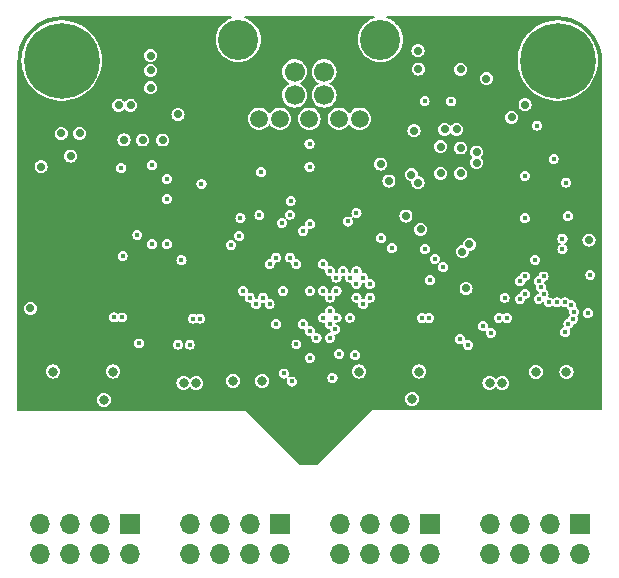
<source format=gbr>
%TF.GenerationSoftware,KiCad,Pcbnew,7.0.6*%
%TF.CreationDate,2023-10-15T13:38:33+02:00*%
%TF.ProjectId,fx3lahw,6678336c-6168-4772-9e6b-696361645f70,rev?*%
%TF.SameCoordinates,Original*%
%TF.FileFunction,Copper,L5,Inr*%
%TF.FilePolarity,Positive*%
%FSLAX46Y46*%
G04 Gerber Fmt 4.6, Leading zero omitted, Abs format (unit mm)*
G04 Created by KiCad (PCBNEW 7.0.6) date 2023-10-15 13:38:33*
%MOMM*%
%LPD*%
G01*
G04 APERTURE LIST*
%TA.AperFunction,ComponentPad*%
%ADD10C,1.700000*%
%TD*%
%TA.AperFunction,ComponentPad*%
%ADD11C,1.500000*%
%TD*%
%TA.AperFunction,ComponentPad*%
%ADD12C,3.400000*%
%TD*%
%TA.AperFunction,ComponentPad*%
%ADD13R,1.700000X1.700000*%
%TD*%
%TA.AperFunction,ComponentPad*%
%ADD14O,1.700000X1.700000*%
%TD*%
%TA.AperFunction,ComponentPad*%
%ADD15C,6.400000*%
%TD*%
%TA.AperFunction,ViaPad*%
%ADD16C,0.450000*%
%TD*%
%TA.AperFunction,ViaPad*%
%ADD17C,0.700000*%
%TD*%
%TA.AperFunction,ViaPad*%
%ADD18C,0.800000*%
%TD*%
G04 APERTURE END LIST*
D10*
%TO.N,/VBUS_IN*%
%TO.C,J1*%
X80985000Y-154384000D03*
%TO.N,/SS_D-*%
X83485000Y-154384000D03*
%TO.N,/SS_D+*%
X83485000Y-152384000D03*
%TO.N,GND*%
X80985000Y-152384000D03*
D11*
%TO.N,/SSTX-*%
X86485000Y-156384000D03*
%TO.N,/SSTX+*%
X84735000Y-156384000D03*
%TO.N,GND*%
X82235000Y-156384000D03*
%TO.N,/SSRX-*%
X79735000Y-156384000D03*
%TO.N,/SSRX+*%
X77985000Y-156384000D03*
D12*
%TO.N,unconnected-(J1-SHIELD-Pad10)*%
X88255000Y-149674000D03*
X76215000Y-149674000D03*
%TD*%
D13*
%TO.N,Net-(J3-Pin_1)*%
%TO.C,J3*%
X79716000Y-190707371D03*
D14*
%TO.N,GND*%
X79716000Y-193247371D03*
%TO.N,Net-(J3-Pin_3)*%
X77176000Y-190707371D03*
%TO.N,GND*%
X77176000Y-193247371D03*
%TO.N,Net-(J3-Pin_5)*%
X74636000Y-190707371D03*
%TO.N,GND*%
X74636000Y-193247371D03*
%TO.N,Net-(J3-Pin_7)*%
X72096000Y-190707371D03*
%TO.N,GND*%
X72096000Y-193247371D03*
%TD*%
D13*
%TO.N,Net-(J5-Pin_1)*%
%TO.C,J5*%
X105116000Y-190707371D03*
D14*
%TO.N,GND*%
X105116000Y-193247371D03*
%TO.N,Net-(J5-Pin_3)*%
X102576000Y-190707371D03*
%TO.N,GND*%
X102576000Y-193247371D03*
%TO.N,Net-(J5-Pin_5)*%
X100036000Y-190707371D03*
%TO.N,GND*%
X100036000Y-193247371D03*
%TO.N,Net-(J5-Pin_7)*%
X97496000Y-190707371D03*
%TO.N,GND*%
X97496000Y-193247371D03*
%TD*%
D15*
%TO.N,GND*%
%TO.C,H1*%
X61266000Y-151457371D03*
%TD*%
D13*
%TO.N,Net-(J4-Pin_1)*%
%TO.C,J4*%
X92416000Y-190707371D03*
D14*
%TO.N,GND*%
X92416000Y-193247371D03*
%TO.N,Net-(J4-Pin_3)*%
X89876000Y-190707371D03*
%TO.N,GND*%
X89876000Y-193247371D03*
%TO.N,Net-(J4-Pin_5)*%
X87336000Y-190707371D03*
%TO.N,GND*%
X87336000Y-193247371D03*
%TO.N,Net-(J4-Pin_7)*%
X84796000Y-190707371D03*
%TO.N,GND*%
X84796000Y-193247371D03*
%TD*%
D13*
%TO.N,Net-(J2-Pin_1)*%
%TO.C,J2*%
X67016000Y-190707371D03*
D14*
%TO.N,GND*%
X67016000Y-193247371D03*
%TO.N,Net-(J2-Pin_3)*%
X64476000Y-190707371D03*
%TO.N,GND*%
X64476000Y-193247371D03*
%TO.N,Net-(J2-Pin_5)*%
X61936000Y-190707371D03*
%TO.N,GND*%
X61936000Y-193247371D03*
%TO.N,Net-(J2-Pin_7)*%
X59396000Y-190707371D03*
%TO.N,GND*%
X59396000Y-193247371D03*
%TD*%
D15*
%TO.N,GND*%
%TO.C,H2*%
X103266000Y-151457371D03*
%TD*%
D16*
%TO.N,/SS_D+*%
X86791480Y-169826001D03*
%TO.N,/SS_D-*%
X87357165Y-170391686D03*
D17*
%TO.N,/VBUS_IN*%
X91459500Y-152176629D03*
D16*
X91995782Y-154891917D03*
D17*
%TO.N,Net-(U1A-XTALOUT)*%
X96408125Y-160096219D03*
X95050481Y-161001315D03*
D16*
X84528742Y-169826001D03*
D17*
%TO.N,GND*%
X61222518Y-157607205D03*
D16*
X80600000Y-164500000D03*
X78306205Y-171523056D03*
X102066000Y-169726000D03*
X102517523Y-171926000D03*
X78000000Y-164550000D03*
D17*
X66539957Y-158172890D03*
D16*
X78871888Y-168694630D03*
X101516000Y-156957371D03*
X101666000Y-170126000D03*
D17*
X59525463Y-160435630D03*
D16*
X85094428Y-169260316D03*
D17*
X95050481Y-152192066D03*
D16*
X89205411Y-167317960D03*
D18*
X91543001Y-177784000D03*
D16*
X82266001Y-165300518D03*
D17*
X99369315Y-156269807D03*
D16*
X80568944Y-168128945D03*
X104566000Y-173326000D03*
X75600000Y-167050000D03*
D17*
X62014477Y-159530534D03*
D16*
X72400000Y-173300000D03*
D17*
X91430097Y-161793274D03*
D16*
X106024770Y-169599727D03*
X85660113Y-169826001D03*
X82250000Y-160450000D03*
X65700000Y-173200000D03*
X104666000Y-172726000D03*
X102066000Y-171226000D03*
X84528742Y-170957372D03*
X84189329Y-178311276D03*
X70160341Y-163150918D03*
X94255388Y-154911230D03*
X80739120Y-178625914D03*
D17*
X97209316Y-152989810D03*
D18*
X71589306Y-178743946D03*
D16*
X104416000Y-172176000D03*
D17*
X91090686Y-157380931D03*
D16*
X66400000Y-173200000D03*
X101366000Y-168326000D03*
X98766000Y-171526000D03*
X88316946Y-166473380D03*
D18*
X64835000Y-180184000D03*
D17*
X91430097Y-150608148D03*
D16*
X103891000Y-174434000D03*
D17*
X67105642Y-155231328D03*
D16*
X86221346Y-164388472D03*
X78150000Y-160900004D03*
X79437573Y-173785799D03*
X70160341Y-161453863D03*
X66313683Y-160548767D03*
D18*
X97497307Y-178743946D03*
X75765999Y-178571280D03*
D16*
X86112658Y-176387947D03*
X92014412Y-167431494D03*
X98266000Y-173226000D03*
X103196345Y-171926000D03*
D18*
X65635000Y-177784000D03*
D16*
X101666000Y-171626000D03*
D17*
X93353426Y-161001315D03*
D16*
X92858919Y-168234042D03*
X92366000Y-173226000D03*
D17*
X66087409Y-155231328D03*
D16*
X68915834Y-160322493D03*
X76609146Y-170957372D03*
D17*
X69820930Y-158172890D03*
D16*
X101847459Y-170660707D03*
X77740520Y-172088741D03*
D17*
X90411864Y-164621699D03*
D18*
X101400000Y-177800000D03*
D16*
X86225799Y-169260316D03*
X78871890Y-172088741D03*
X103875167Y-171926000D03*
X93558919Y-168934042D03*
X103666000Y-167426000D03*
D17*
X95050481Y-158851712D03*
D16*
X82250000Y-158500000D03*
D17*
X94711070Y-157267794D03*
D16*
X76400000Y-164800000D03*
X104166000Y-173726000D03*
X80650000Y-163350000D03*
X84424858Y-174219486D03*
X76300000Y-166300000D03*
X91766000Y-173226000D03*
D18*
X90935000Y-180084000D03*
D16*
X82266001Y-176614226D03*
X86225799Y-170391687D03*
D17*
X96408125Y-159191123D03*
D16*
X77174832Y-171523057D03*
D17*
%TO.N,Net-(U1A-XTALIN)*%
X93692837Y-157267794D03*
D16*
X83963057Y-169260316D03*
D17*
X93353426Y-158738575D03*
%TO.N,Net-(U1A-RESET_N)*%
X88966000Y-161657371D03*
D16*
X83397371Y-168694630D03*
%TO.N,+1V2*%
X78871888Y-173220114D03*
D17*
X92561467Y-164621699D03*
D16*
X83397371Y-175482854D03*
X82266001Y-167563259D03*
D17*
X60204285Y-170052275D03*
D16*
X91769508Y-169373453D03*
X85094428Y-173785799D03*
X78306203Y-169260316D03*
X83963055Y-176727358D03*
D17*
X61675066Y-167223850D03*
X61901340Y-170082953D03*
X89619905Y-157380931D03*
X74685821Y-164734836D03*
X59525463Y-162924644D03*
D16*
X86791484Y-170957372D03*
X80003259Y-174351485D03*
X84528742Y-172088742D03*
D17*
X59525463Y-161906411D03*
D16*
%TO.N,Net-(U1C-U3TXVDDQ)*%
X85516000Y-165076000D03*
D17*
X88262261Y-160209356D03*
D16*
%TO.N,/VCC_frontend*%
X100066000Y-170126000D03*
D18*
X86443001Y-177784000D03*
D16*
X100466000Y-169726000D03*
X100466000Y-171226000D03*
D18*
X60535000Y-177784000D03*
X98567124Y-178771614D03*
D16*
X100066000Y-171626000D03*
D18*
X72659123Y-178771614D03*
X104000000Y-177800000D03*
X78235000Y-178584000D03*
D16*
%TO.N,+3V3*%
X84755014Y-176274810D03*
X104104745Y-164612980D03*
X103666000Y-166526000D03*
X81134630Y-175482855D03*
X80069277Y-177945089D03*
X73000000Y-173300000D03*
X100484361Y-161218870D03*
D17*
X90864412Y-161114452D03*
X95503029Y-170731097D03*
X68802697Y-151045259D03*
D16*
X83963057Y-174917170D03*
X80003259Y-170957372D03*
X86791484Y-172088743D03*
X79437573Y-168128945D03*
D17*
X68123875Y-158172890D03*
D16*
X79900000Y-165200000D03*
X73101903Y-161906411D03*
X103991608Y-161784555D03*
D17*
X68802697Y-153760547D03*
D16*
X98966000Y-173226000D03*
X92448330Y-170052275D03*
X81134630Y-168694630D03*
X81700315Y-165866203D03*
D17*
X68802697Y-152289766D03*
X91656371Y-165753069D03*
X58620367Y-172428152D03*
D16*
%TO.N,/I2C_SCL*%
X102916000Y-159807371D03*
%TO.N,/I2C_SDA*%
X100466000Y-164807371D03*
D17*
%TO.N,/SS_D+*%
X95782518Y-167022847D03*
%TO.N,/SS_D-*%
X95181476Y-167623889D03*
%TO.N,VBUS*%
X62794000Y-157618001D03*
X71109000Y-156016000D03*
X100500504Y-155187134D03*
X105911633Y-166658165D03*
D16*
X85660113Y-173220114D03*
X105810000Y-172826000D03*
%TO.N,Net-(J7-SWDIO{slash}TMS)*%
X71404848Y-168355220D03*
X83963055Y-171523056D03*
%TO.N,Net-(J7-SWDCLK{slash}TCK)*%
X70170000Y-166997576D03*
X82266000Y-170957371D03*
%TO.N,Net-(J7-SWO{slash}TDO)*%
X68915834Y-166997576D03*
X86225795Y-171523056D03*
%TO.N,/In_CH1*%
X96951001Y-173926000D03*
X83963057Y-172654428D03*
%TO.N,/In_CH0*%
X97598748Y-174499686D03*
X84528742Y-173220114D03*
%TO.N,/In_CH4*%
X94991001Y-175026394D03*
X83397371Y-173220114D03*
%TO.N,/In_CH3*%
X83963057Y-173785799D03*
X95666000Y-175526000D03*
%TO.N,/In_CH14*%
X81700315Y-173785799D03*
X67800000Y-175400000D03*
%TO.N,/In_CH9*%
X82266001Y-174351485D03*
X71100000Y-175500000D03*
%TO.N,/In_CH8*%
X72100000Y-175500000D03*
X82831686Y-174917170D03*
%TO.N,Net-(J7-NC{slash}TDI)*%
X83397370Y-170957371D03*
X67671327Y-166205617D03*
%TO.N,Net-(J7-~{RESET})*%
X66426820Y-168015809D03*
X87357165Y-171523056D03*
%TD*%
%TA.AperFunction,Conductor*%
%TO.N,+1V2*%
G36*
X75685479Y-147725184D02*
G01*
X75710789Y-147769021D01*
X75701999Y-147818871D01*
X75663773Y-147851205D01*
X75423489Y-147940826D01*
X75423485Y-147940827D01*
X75184891Y-148071109D01*
X74967255Y-148234031D01*
X74775031Y-148426255D01*
X74612109Y-148643891D01*
X74481827Y-148882485D01*
X74481826Y-148882489D01*
X74386829Y-149137184D01*
X74386824Y-149137202D01*
X74329038Y-149402842D01*
X74309645Y-149673993D01*
X74309645Y-149674006D01*
X74329038Y-149945157D01*
X74386824Y-150210797D01*
X74386829Y-150210815D01*
X74481826Y-150465510D01*
X74481827Y-150465514D01*
X74612109Y-150704108D01*
X74659665Y-150767635D01*
X74775029Y-150921742D01*
X74967258Y-151113971D01*
X75067442Y-151188968D01*
X75184891Y-151276890D01*
X75423485Y-151407172D01*
X75423489Y-151407173D01*
X75678184Y-151502170D01*
X75678190Y-151502171D01*
X75678199Y-151502175D01*
X75943840Y-151559961D01*
X76004097Y-151564270D01*
X76214993Y-151579355D01*
X76215000Y-151579355D01*
X76215007Y-151579355D01*
X76404812Y-151565779D01*
X76486160Y-151559961D01*
X76751801Y-151502175D01*
X76751812Y-151502170D01*
X76751815Y-151502170D01*
X77006510Y-151407173D01*
X77006514Y-151407172D01*
X77245108Y-151276890D01*
X77245109Y-151276889D01*
X77245113Y-151276887D01*
X77462742Y-151113971D01*
X77654971Y-150921742D01*
X77817887Y-150704113D01*
X77817890Y-150704108D01*
X77948172Y-150465514D01*
X77948173Y-150465510D01*
X77948573Y-150464439D01*
X77996155Y-150336867D01*
X78043170Y-150210815D01*
X78043170Y-150210812D01*
X78043175Y-150210801D01*
X78100961Y-149945160D01*
X78118377Y-149701655D01*
X78120355Y-149674006D01*
X78120355Y-149673993D01*
X78100961Y-149402842D01*
X78100961Y-149402840D01*
X78043175Y-149137199D01*
X78043171Y-149137190D01*
X78043170Y-149137184D01*
X77948173Y-148882489D01*
X77948172Y-148882485D01*
X77817890Y-148643891D01*
X77754316Y-148558967D01*
X77654971Y-148426258D01*
X77462742Y-148234029D01*
X77318726Y-148126219D01*
X77245108Y-148071109D01*
X77006514Y-147940827D01*
X77006510Y-147940826D01*
X76766227Y-147851205D01*
X76727710Y-147818361D01*
X76719315Y-147768443D01*
X76744972Y-147724808D01*
X76792087Y-147707871D01*
X87677913Y-147707871D01*
X87725479Y-147725184D01*
X87750789Y-147769021D01*
X87741999Y-147818871D01*
X87703773Y-147851205D01*
X87463489Y-147940826D01*
X87463485Y-147940827D01*
X87224891Y-148071109D01*
X87007255Y-148234031D01*
X86815031Y-148426255D01*
X86652109Y-148643891D01*
X86521827Y-148882485D01*
X86521826Y-148882489D01*
X86426829Y-149137184D01*
X86426824Y-149137202D01*
X86369038Y-149402842D01*
X86349645Y-149673993D01*
X86349645Y-149674006D01*
X86369038Y-149945157D01*
X86426824Y-150210797D01*
X86426829Y-150210815D01*
X86521826Y-150465510D01*
X86521827Y-150465514D01*
X86652109Y-150704108D01*
X86699665Y-150767635D01*
X86815029Y-150921742D01*
X87007258Y-151113971D01*
X87107442Y-151188968D01*
X87224891Y-151276890D01*
X87463485Y-151407172D01*
X87463489Y-151407173D01*
X87718184Y-151502170D01*
X87718190Y-151502171D01*
X87718199Y-151502175D01*
X87983840Y-151559961D01*
X88044097Y-151564270D01*
X88254993Y-151579355D01*
X88255000Y-151579355D01*
X88255007Y-151579355D01*
X88444811Y-151565779D01*
X88526160Y-151559961D01*
X88791801Y-151502175D01*
X88791812Y-151502170D01*
X88791815Y-151502170D01*
X88911901Y-151457380D01*
X99860506Y-151457380D01*
X99880467Y-151825560D01*
X99880468Y-151825564D01*
X99940123Y-152189447D01*
X99940124Y-152189449D01*
X99940125Y-152189452D01*
X100038773Y-152544750D01*
X100083692Y-152657490D01*
X100175254Y-152887293D01*
X100175261Y-152887310D01*
X100347978Y-153213088D01*
X100452962Y-153367926D01*
X100554910Y-153518288D01*
X100793627Y-153799327D01*
X101061330Y-154052909D01*
X101061333Y-154052911D01*
X101061337Y-154052915D01*
X101354886Y-154276065D01*
X101670832Y-154466163D01*
X101670836Y-154466165D01*
X101670838Y-154466166D01*
X102005497Y-154620996D01*
X102354934Y-154738735D01*
X102715052Y-154818003D01*
X103081630Y-154857871D01*
X103081639Y-154857871D01*
X103450361Y-154857871D01*
X103450370Y-154857871D01*
X103816948Y-154818003D01*
X104177066Y-154738735D01*
X104526503Y-154620996D01*
X104861162Y-154466166D01*
X104997723Y-154384000D01*
X105177113Y-154276065D01*
X105177115Y-154276063D01*
X105177119Y-154276061D01*
X105470670Y-154052909D01*
X105738373Y-153799327D01*
X105977090Y-153518288D01*
X106184022Y-153213087D01*
X106356743Y-152887301D01*
X106493227Y-152544750D01*
X106591875Y-152189452D01*
X106593978Y-152176628D01*
X106601115Y-152133084D01*
X106651531Y-151825570D01*
X106652435Y-151808904D01*
X106671494Y-151457380D01*
X106671494Y-151457361D01*
X106651532Y-151089181D01*
X106651531Y-151089177D01*
X106651531Y-151089172D01*
X106598817Y-150767634D01*
X106591876Y-150725294D01*
X106591875Y-150725292D01*
X106591875Y-150725290D01*
X106493227Y-150369992D01*
X106356743Y-150027441D01*
X106332065Y-149980894D01*
X106184021Y-149701653D01*
X106065537Y-149526903D01*
X105977090Y-149396454D01*
X105738373Y-149115415D01*
X105470670Y-148861833D01*
X105470666Y-148861830D01*
X105470662Y-148861826D01*
X105177113Y-148638676D01*
X104861167Y-148448578D01*
X104625993Y-148339775D01*
X104526503Y-148293746D01*
X104526501Y-148293745D01*
X104526496Y-148293743D01*
X104526490Y-148293741D01*
X104177078Y-148176011D01*
X104177075Y-148176010D01*
X104177066Y-148176007D01*
X104177064Y-148176006D01*
X104177056Y-148176004D01*
X103816954Y-148096740D01*
X103816951Y-148096739D01*
X103816948Y-148096739D01*
X103655350Y-148079164D01*
X103450383Y-148056872D01*
X103450376Y-148056871D01*
X103450370Y-148056871D01*
X103081630Y-148056871D01*
X103081624Y-148056871D01*
X103081616Y-148056872D01*
X102822783Y-148085022D01*
X102715052Y-148096739D01*
X102715049Y-148096739D01*
X102715045Y-148096740D01*
X102354943Y-148176004D01*
X102354921Y-148176011D01*
X102005509Y-148293741D01*
X102005503Y-148293743D01*
X101670832Y-148448578D01*
X101354886Y-148638676D01*
X101061337Y-148861826D01*
X100983402Y-148935650D01*
X100793627Y-149115415D01*
X100775121Y-149137202D01*
X100554911Y-149396452D01*
X100347978Y-149701653D01*
X100175261Y-150027431D01*
X100175254Y-150027448D01*
X100038779Y-150369976D01*
X100038772Y-150369996D01*
X99940124Y-150725292D01*
X99940123Y-150725294D01*
X99880468Y-151089177D01*
X99880467Y-151089181D01*
X99860506Y-151457361D01*
X99860506Y-151457380D01*
X88911901Y-151457380D01*
X89046510Y-151407173D01*
X89046514Y-151407172D01*
X89285108Y-151276890D01*
X89285109Y-151276889D01*
X89285113Y-151276887D01*
X89502742Y-151113971D01*
X89694971Y-150921742D01*
X89857887Y-150704113D01*
X89857890Y-150704108D01*
X89910289Y-150608147D01*
X90874847Y-150608147D01*
X90893766Y-150751856D01*
X90900302Y-150767635D01*
X90949236Y-150885773D01*
X91037476Y-151000769D01*
X91152472Y-151089009D01*
X91286388Y-151144478D01*
X91430097Y-151163398D01*
X91573806Y-151144478D01*
X91707722Y-151089009D01*
X91822718Y-151000769D01*
X91910958Y-150885773D01*
X91966427Y-150751857D01*
X91985347Y-150608148D01*
X91966427Y-150464439D01*
X91910958Y-150330523D01*
X91822718Y-150215527D01*
X91707722Y-150127287D01*
X91707720Y-150127286D01*
X91573805Y-150071817D01*
X91449016Y-150055388D01*
X91430097Y-150052898D01*
X91430096Y-150052898D01*
X91286388Y-150071817D01*
X91152473Y-150127286D01*
X91037476Y-150215527D01*
X90949235Y-150330524D01*
X90893766Y-150464439D01*
X90874847Y-150608147D01*
X89910289Y-150608147D01*
X89988172Y-150465514D01*
X89988173Y-150465510D01*
X89988573Y-150464439D01*
X90036155Y-150336867D01*
X90083170Y-150210815D01*
X90083170Y-150210812D01*
X90083175Y-150210801D01*
X90140961Y-149945160D01*
X90158377Y-149701655D01*
X90160355Y-149674006D01*
X90160355Y-149673993D01*
X90140961Y-149402842D01*
X90140961Y-149402840D01*
X90083175Y-149137199D01*
X90083171Y-149137190D01*
X90083170Y-149137184D01*
X89988173Y-148882489D01*
X89988172Y-148882485D01*
X89857890Y-148643891D01*
X89794316Y-148558967D01*
X89694971Y-148426258D01*
X89502742Y-148234029D01*
X89358726Y-148126219D01*
X89285108Y-148071109D01*
X89046514Y-147940827D01*
X89046510Y-147940826D01*
X88806227Y-147851205D01*
X88767710Y-147818361D01*
X88759315Y-147768443D01*
X88784972Y-147724808D01*
X88832087Y-147707871D01*
X103265089Y-147707871D01*
X103266905Y-147707916D01*
X103394412Y-147714179D01*
X103415029Y-147715192D01*
X103639431Y-147726969D01*
X103642863Y-147727312D01*
X103818357Y-147753344D01*
X104015431Y-147784557D01*
X104018605Y-147785204D01*
X104196694Y-147829813D01*
X104383645Y-147879906D01*
X104386486Y-147880794D01*
X104561808Y-147943525D01*
X104740275Y-148012032D01*
X104742775Y-148013100D01*
X104912395Y-148093324D01*
X104995767Y-148135804D01*
X105081659Y-148179569D01*
X105083884Y-148180800D01*
X105245520Y-148277681D01*
X105404347Y-148380824D01*
X105406204Y-148382113D01*
X105558027Y-148494711D01*
X105642588Y-148563187D01*
X105704999Y-148613727D01*
X105706562Y-148615066D01*
X105846152Y-148741581D01*
X105847446Y-148742814D01*
X105980568Y-148875934D01*
X105981802Y-148877231D01*
X105986568Y-148882489D01*
X106108306Y-149016805D01*
X106109646Y-149018368D01*
X106228674Y-149165354D01*
X106341254Y-149317150D01*
X106342566Y-149319040D01*
X106445695Y-149477842D01*
X106542596Y-149639510D01*
X106543824Y-149641728D01*
X106560264Y-149673993D01*
X106630060Y-149810975D01*
X106710269Y-149980562D01*
X106711365Y-149983122D01*
X106779866Y-150161570D01*
X106842590Y-150336867D01*
X106843493Y-150339757D01*
X106893586Y-150526707D01*
X106938183Y-150704743D01*
X106938837Y-150707947D01*
X106970047Y-150904991D01*
X106996075Y-151080451D01*
X106996425Y-151083946D01*
X107008469Y-151313703D01*
X107015455Y-151455887D01*
X107015500Y-151457704D01*
X107015500Y-180952564D01*
X106998187Y-181000130D01*
X106954350Y-181025440D01*
X106941500Y-181026564D01*
X87583439Y-181026564D01*
X82966496Y-185643507D01*
X82920620Y-185664899D01*
X82914170Y-185665181D01*
X81391556Y-185665181D01*
X81343990Y-185647868D01*
X81339230Y-185643507D01*
X76835424Y-181139701D01*
X57590500Y-181139701D01*
X57542934Y-181122388D01*
X57517624Y-181078551D01*
X57516500Y-181065701D01*
X57516500Y-180184000D01*
X64229318Y-180184000D01*
X64249955Y-180340760D01*
X64249955Y-180340761D01*
X64310464Y-180486841D01*
X64406715Y-180612279D01*
X64406720Y-180612284D01*
X64480692Y-180669044D01*
X64532159Y-180708536D01*
X64678238Y-180769044D01*
X64835000Y-180789682D01*
X64991762Y-180769044D01*
X65137841Y-180708536D01*
X65263282Y-180612282D01*
X65359536Y-180486841D01*
X65420044Y-180340762D01*
X65440682Y-180184000D01*
X65427517Y-180084000D01*
X90329318Y-180084000D01*
X90349955Y-180240760D01*
X90349955Y-180240761D01*
X90410464Y-180386841D01*
X90506715Y-180512279D01*
X90506720Y-180512284D01*
X90590345Y-180576451D01*
X90632159Y-180608536D01*
X90778238Y-180669044D01*
X90935000Y-180689682D01*
X91091762Y-180669044D01*
X91237841Y-180608536D01*
X91363282Y-180512282D01*
X91459536Y-180386841D01*
X91520044Y-180240762D01*
X91540682Y-180084000D01*
X91520044Y-179927238D01*
X91459536Y-179781159D01*
X91427451Y-179739345D01*
X91363284Y-179655720D01*
X91363279Y-179655715D01*
X91237841Y-179559464D01*
X91091761Y-179498955D01*
X90935000Y-179478318D01*
X90778239Y-179498955D01*
X90778238Y-179498955D01*
X90632158Y-179559464D01*
X90506720Y-179655715D01*
X90506715Y-179655720D01*
X90410464Y-179781158D01*
X90349955Y-179927238D01*
X90349955Y-179927239D01*
X90329318Y-180084000D01*
X65427517Y-180084000D01*
X65420044Y-180027238D01*
X65359536Y-179881159D01*
X65263282Y-179755718D01*
X65263279Y-179755715D01*
X65137841Y-179659464D01*
X64991761Y-179598955D01*
X64835000Y-179578318D01*
X64678239Y-179598955D01*
X64678238Y-179598955D01*
X64532158Y-179659464D01*
X64406720Y-179755715D01*
X64406715Y-179755720D01*
X64310464Y-179881158D01*
X64249955Y-180027238D01*
X64249955Y-180027239D01*
X64229318Y-180184000D01*
X57516500Y-180184000D01*
X57516500Y-178743946D01*
X70983624Y-178743946D01*
X71004261Y-178900706D01*
X71004261Y-178900707D01*
X71064770Y-179046787D01*
X71161021Y-179172225D01*
X71161026Y-179172230D01*
X71197084Y-179199898D01*
X71286465Y-179268482D01*
X71432544Y-179328990D01*
X71589306Y-179349628D01*
X71746068Y-179328990D01*
X71892147Y-179268482D01*
X72017588Y-179172228D01*
X72054891Y-179123613D01*
X72097581Y-179096415D01*
X72147767Y-179103022D01*
X72172307Y-179123613D01*
X72230838Y-179199893D01*
X72230843Y-179199898D01*
X72314468Y-179264065D01*
X72356282Y-179296150D01*
X72502361Y-179356658D01*
X72659123Y-179377296D01*
X72815885Y-179356658D01*
X72961964Y-179296150D01*
X73087405Y-179199896D01*
X73183659Y-179074455D01*
X73244167Y-178928376D01*
X73264805Y-178771614D01*
X73244167Y-178614852D01*
X73226118Y-178571279D01*
X75160317Y-178571279D01*
X75180954Y-178728040D01*
X75180954Y-178728041D01*
X75241463Y-178874121D01*
X75337714Y-178999559D01*
X75337719Y-178999564D01*
X75384655Y-179035579D01*
X75463158Y-179095816D01*
X75609237Y-179156324D01*
X75765999Y-179176962D01*
X75922761Y-179156324D01*
X76068840Y-179095816D01*
X76194281Y-178999562D01*
X76290535Y-178874121D01*
X76351043Y-178728042D01*
X76370006Y-178584000D01*
X77629318Y-178584000D01*
X77649955Y-178740760D01*
X77649955Y-178740761D01*
X77710464Y-178886841D01*
X77806715Y-179012279D01*
X77806720Y-179012284D01*
X77851686Y-179046787D01*
X77932159Y-179108536D01*
X78078238Y-179169044D01*
X78235000Y-179189682D01*
X78391762Y-179169044D01*
X78537841Y-179108536D01*
X78663282Y-179012282D01*
X78759536Y-178886841D01*
X78820044Y-178740762D01*
X78840682Y-178584000D01*
X78820044Y-178427238D01*
X78759536Y-178281159D01*
X78718117Y-178227181D01*
X78663284Y-178155720D01*
X78663279Y-178155715D01*
X78537841Y-178059464D01*
X78391761Y-177998955D01*
X78235000Y-177978318D01*
X78078239Y-177998955D01*
X78078238Y-177998955D01*
X77932158Y-178059464D01*
X77806720Y-178155715D01*
X77806715Y-178155720D01*
X77710464Y-178281158D01*
X77649955Y-178427238D01*
X77649955Y-178427239D01*
X77629318Y-178584000D01*
X76370006Y-178584000D01*
X76371681Y-178571280D01*
X76351043Y-178414518D01*
X76290535Y-178268439D01*
X76221254Y-178178150D01*
X76194283Y-178143000D01*
X76194278Y-178142995D01*
X76068840Y-178046744D01*
X75922760Y-177986235D01*
X75765999Y-177965598D01*
X75609238Y-177986235D01*
X75609237Y-177986235D01*
X75463157Y-178046744D01*
X75337719Y-178142995D01*
X75337714Y-178143000D01*
X75241463Y-178268438D01*
X75180954Y-178414518D01*
X75180954Y-178414519D01*
X75160317Y-178571279D01*
X73226118Y-178571279D01*
X73183659Y-178468773D01*
X73135247Y-178405681D01*
X73087407Y-178343334D01*
X73087402Y-178343329D01*
X72961964Y-178247078D01*
X72815884Y-178186569D01*
X72679759Y-178168648D01*
X72659123Y-178165932D01*
X72659122Y-178165932D01*
X72502362Y-178186569D01*
X72502361Y-178186569D01*
X72356281Y-178247078D01*
X72230843Y-178343329D01*
X72230841Y-178343331D01*
X72193537Y-178391947D01*
X72150845Y-178419144D01*
X72100659Y-178412537D01*
X72076121Y-178391946D01*
X72017590Y-178315666D01*
X72017585Y-178315661D01*
X71892147Y-178219410D01*
X71746067Y-178158901D01*
X71589306Y-178138264D01*
X71432545Y-178158901D01*
X71432544Y-178158901D01*
X71286464Y-178219410D01*
X71161026Y-178315661D01*
X71161021Y-178315666D01*
X71064770Y-178441104D01*
X71004261Y-178587184D01*
X71004261Y-178587185D01*
X70983624Y-178743946D01*
X57516500Y-178743946D01*
X57516500Y-177784000D01*
X59929318Y-177784000D01*
X59949955Y-177940760D01*
X59949955Y-177940761D01*
X60010464Y-178086841D01*
X60106715Y-178212279D01*
X60106720Y-178212284D01*
X60179902Y-178268438D01*
X60232159Y-178308536D01*
X60378238Y-178369044D01*
X60535000Y-178389682D01*
X60691762Y-178369044D01*
X60837841Y-178308536D01*
X60963282Y-178212282D01*
X61059536Y-178086841D01*
X61120044Y-177940762D01*
X61140682Y-177784000D01*
X65029318Y-177784000D01*
X65049955Y-177940760D01*
X65049955Y-177940761D01*
X65110464Y-178086841D01*
X65206715Y-178212279D01*
X65206720Y-178212284D01*
X65279902Y-178268438D01*
X65332159Y-178308536D01*
X65478238Y-178369044D01*
X65635000Y-178389682D01*
X65791762Y-178369044D01*
X65937841Y-178308536D01*
X66063282Y-178212282D01*
X66159536Y-178086841D01*
X66218252Y-177945089D01*
X79638473Y-177945089D01*
X79640322Y-177956761D01*
X79659557Y-178078215D01*
X79719119Y-178195110D01*
X79720749Y-178198309D01*
X79816057Y-178293617D01*
X79936150Y-178354807D01*
X79936150Y-178354808D01*
X79954352Y-178357690D01*
X80069277Y-178375893D01*
X80202403Y-178354808D01*
X80265966Y-178322420D01*
X80316206Y-178316251D01*
X80358659Y-178343820D01*
X80373459Y-178392227D01*
X80365495Y-178421949D01*
X80362800Y-178427239D01*
X80329400Y-178492790D01*
X80308316Y-178625914D01*
X80329400Y-178759040D01*
X80390591Y-178879133D01*
X80390592Y-178879134D01*
X80485900Y-178974442D01*
X80605993Y-179035632D01*
X80605993Y-179035633D01*
X80627078Y-179038972D01*
X80739120Y-179056718D01*
X80872246Y-179035633D01*
X80992340Y-178974442D01*
X81087648Y-178879134D01*
X81148839Y-178759040D01*
X81151230Y-178743946D01*
X96891625Y-178743946D01*
X96912262Y-178900706D01*
X96912262Y-178900707D01*
X96972771Y-179046787D01*
X97069022Y-179172225D01*
X97069027Y-179172230D01*
X97105085Y-179199898D01*
X97194466Y-179268482D01*
X97340545Y-179328990D01*
X97497307Y-179349628D01*
X97654069Y-179328990D01*
X97800148Y-179268482D01*
X97925589Y-179172228D01*
X97962892Y-179123613D01*
X98005582Y-179096415D01*
X98055768Y-179103022D01*
X98080308Y-179123613D01*
X98138839Y-179199893D01*
X98138844Y-179199898D01*
X98222469Y-179264065D01*
X98264283Y-179296150D01*
X98410362Y-179356658D01*
X98567124Y-179377296D01*
X98723886Y-179356658D01*
X98869965Y-179296150D01*
X98995406Y-179199896D01*
X99091660Y-179074455D01*
X99152168Y-178928376D01*
X99172806Y-178771614D01*
X99152168Y-178614852D01*
X99091660Y-178468773D01*
X99043248Y-178405681D01*
X98995408Y-178343334D01*
X98995403Y-178343329D01*
X98869965Y-178247078D01*
X98723885Y-178186569D01*
X98587761Y-178168648D01*
X98567124Y-178165932D01*
X98567123Y-178165932D01*
X98410363Y-178186569D01*
X98410362Y-178186569D01*
X98264282Y-178247078D01*
X98138844Y-178343329D01*
X98138842Y-178343331D01*
X98101538Y-178391947D01*
X98058846Y-178419144D01*
X98008660Y-178412537D01*
X97984122Y-178391946D01*
X97925591Y-178315666D01*
X97925586Y-178315661D01*
X97800148Y-178219410D01*
X97654068Y-178158901D01*
X97497307Y-178138264D01*
X97340546Y-178158901D01*
X97340545Y-178158901D01*
X97194465Y-178219410D01*
X97069027Y-178315661D01*
X97069022Y-178315666D01*
X96972771Y-178441104D01*
X96912262Y-178587184D01*
X96912262Y-178587185D01*
X96891625Y-178743946D01*
X81151230Y-178743946D01*
X81169924Y-178625914D01*
X81148839Y-178492788D01*
X81148839Y-178492787D01*
X81087648Y-178372694D01*
X81026230Y-178311276D01*
X83758525Y-178311276D01*
X83779609Y-178444402D01*
X83840800Y-178564495D01*
X83840801Y-178564496D01*
X83936109Y-178659804D01*
X84056202Y-178720994D01*
X84056202Y-178720995D01*
X84077287Y-178724334D01*
X84189329Y-178742080D01*
X84322455Y-178720995D01*
X84442549Y-178659804D01*
X84537857Y-178564496D01*
X84599048Y-178444402D01*
X84620133Y-178311276D01*
X84600382Y-178186570D01*
X84599048Y-178178149D01*
X84537857Y-178058056D01*
X84442548Y-177962747D01*
X84322455Y-177901557D01*
X84322455Y-177901556D01*
X84189329Y-177880472D01*
X84056202Y-177901556D01*
X84056202Y-177901557D01*
X83936109Y-177962747D01*
X83840800Y-178058056D01*
X83779610Y-178178149D01*
X83779609Y-178178149D01*
X83758525Y-178311276D01*
X81026230Y-178311276D01*
X80992339Y-178277385D01*
X80872246Y-178216195D01*
X80872246Y-178216194D01*
X80739120Y-178195110D01*
X80605996Y-178216194D01*
X80542431Y-178248582D01*
X80492189Y-178254750D01*
X80449737Y-178227181D01*
X80434937Y-178178773D01*
X80442900Y-178149056D01*
X80478996Y-178078215D01*
X80500081Y-177945089D01*
X80478996Y-177811963D01*
X80478996Y-177811962D01*
X80464748Y-177783999D01*
X85837319Y-177783999D01*
X85857956Y-177940760D01*
X85857956Y-177940761D01*
X85918465Y-178086841D01*
X86014716Y-178212279D01*
X86014721Y-178212284D01*
X86087903Y-178268438D01*
X86140160Y-178308536D01*
X86286239Y-178369044D01*
X86443001Y-178389682D01*
X86599763Y-178369044D01*
X86745842Y-178308536D01*
X86871283Y-178212282D01*
X86967537Y-178086841D01*
X87028045Y-177940762D01*
X87048683Y-177784000D01*
X87048683Y-177783999D01*
X90937319Y-177783999D01*
X90957956Y-177940760D01*
X90957956Y-177940761D01*
X91018465Y-178086841D01*
X91114716Y-178212279D01*
X91114721Y-178212284D01*
X91187903Y-178268438D01*
X91240160Y-178308536D01*
X91386239Y-178369044D01*
X91543001Y-178389682D01*
X91699763Y-178369044D01*
X91845842Y-178308536D01*
X91971283Y-178212282D01*
X92067537Y-178086841D01*
X92128045Y-177940762D01*
X92146577Y-177800000D01*
X100794318Y-177800000D01*
X100814955Y-177956760D01*
X100814955Y-177956761D01*
X100875464Y-178102841D01*
X100971715Y-178228279D01*
X100971720Y-178228284D01*
X101040629Y-178281159D01*
X101097159Y-178324536D01*
X101243238Y-178385044D01*
X101400000Y-178405682D01*
X101556762Y-178385044D01*
X101702841Y-178324536D01*
X101828282Y-178228282D01*
X101924536Y-178102841D01*
X101985044Y-177956762D01*
X102005682Y-177800000D01*
X103394318Y-177800000D01*
X103414955Y-177956760D01*
X103414955Y-177956761D01*
X103475464Y-178102841D01*
X103571715Y-178228279D01*
X103571720Y-178228284D01*
X103640629Y-178281159D01*
X103697159Y-178324536D01*
X103843238Y-178385044D01*
X104000000Y-178405682D01*
X104156762Y-178385044D01*
X104302841Y-178324536D01*
X104428282Y-178228282D01*
X104524536Y-178102841D01*
X104585044Y-177956762D01*
X104605682Y-177800000D01*
X104585044Y-177643238D01*
X104524536Y-177497159D01*
X104428282Y-177371718D01*
X104428279Y-177371715D01*
X104302841Y-177275464D01*
X104156761Y-177214955D01*
X104000000Y-177194318D01*
X103843239Y-177214955D01*
X103843238Y-177214955D01*
X103697158Y-177275464D01*
X103571720Y-177371715D01*
X103571715Y-177371720D01*
X103475464Y-177497158D01*
X103414955Y-177643238D01*
X103414955Y-177643239D01*
X103394318Y-177800000D01*
X102005682Y-177800000D01*
X101985044Y-177643238D01*
X101924536Y-177497159D01*
X101828282Y-177371718D01*
X101828279Y-177371715D01*
X101702841Y-177275464D01*
X101556761Y-177214955D01*
X101400000Y-177194318D01*
X101243239Y-177214955D01*
X101243238Y-177214955D01*
X101097158Y-177275464D01*
X100971720Y-177371715D01*
X100971715Y-177371720D01*
X100875464Y-177497158D01*
X100814955Y-177643238D01*
X100814955Y-177643239D01*
X100794318Y-177800000D01*
X92146577Y-177800000D01*
X92148683Y-177784000D01*
X92128045Y-177627238D01*
X92067537Y-177481159D01*
X91983562Y-177371720D01*
X91971285Y-177355720D01*
X91971280Y-177355715D01*
X91845842Y-177259464D01*
X91699762Y-177198955D01*
X91543001Y-177178318D01*
X91386240Y-177198955D01*
X91386239Y-177198955D01*
X91240159Y-177259464D01*
X91114721Y-177355715D01*
X91114716Y-177355720D01*
X91018465Y-177481158D01*
X90957956Y-177627238D01*
X90957956Y-177627239D01*
X90937319Y-177783999D01*
X87048683Y-177783999D01*
X87028045Y-177627238D01*
X86967537Y-177481159D01*
X86883562Y-177371720D01*
X86871285Y-177355720D01*
X86871280Y-177355715D01*
X86745842Y-177259464D01*
X86599762Y-177198955D01*
X86443001Y-177178318D01*
X86286240Y-177198955D01*
X86286239Y-177198955D01*
X86140159Y-177259464D01*
X86014721Y-177355715D01*
X86014716Y-177355720D01*
X85918465Y-177481158D01*
X85857956Y-177627238D01*
X85857956Y-177627239D01*
X85837319Y-177783999D01*
X80464748Y-177783999D01*
X80417805Y-177691869D01*
X80322496Y-177596560D01*
X80202403Y-177535370D01*
X80202403Y-177535369D01*
X80069277Y-177514285D01*
X79936150Y-177535369D01*
X79936150Y-177535370D01*
X79816057Y-177596560D01*
X79720748Y-177691869D01*
X79659558Y-177811962D01*
X79659557Y-177811962D01*
X79639158Y-177940761D01*
X79638473Y-177945089D01*
X66218252Y-177945089D01*
X66220044Y-177940762D01*
X66240682Y-177784000D01*
X66220044Y-177627238D01*
X66159536Y-177481159D01*
X66075561Y-177371720D01*
X66063284Y-177355720D01*
X66063279Y-177355715D01*
X65937841Y-177259464D01*
X65791761Y-177198955D01*
X65635000Y-177178318D01*
X65478239Y-177198955D01*
X65478238Y-177198955D01*
X65332158Y-177259464D01*
X65206720Y-177355715D01*
X65206715Y-177355720D01*
X65110464Y-177481158D01*
X65049955Y-177627238D01*
X65049955Y-177627239D01*
X65029318Y-177784000D01*
X61140682Y-177784000D01*
X61120044Y-177627238D01*
X61059536Y-177481159D01*
X60975561Y-177371720D01*
X60963284Y-177355720D01*
X60963279Y-177355715D01*
X60837841Y-177259464D01*
X60691761Y-177198955D01*
X60535000Y-177178318D01*
X60378239Y-177198955D01*
X60378238Y-177198955D01*
X60232158Y-177259464D01*
X60106720Y-177355715D01*
X60106715Y-177355720D01*
X60010464Y-177481158D01*
X59949955Y-177627238D01*
X59949955Y-177627239D01*
X59929318Y-177784000D01*
X57516500Y-177784000D01*
X57516500Y-176614226D01*
X81835197Y-176614226D01*
X81856281Y-176747352D01*
X81917472Y-176867445D01*
X81917473Y-176867446D01*
X82012781Y-176962754D01*
X82132874Y-177023944D01*
X82132874Y-177023945D01*
X82151076Y-177026827D01*
X82266001Y-177045030D01*
X82399127Y-177023945D01*
X82519221Y-176962754D01*
X82614529Y-176867446D01*
X82675720Y-176747352D01*
X82696805Y-176614226D01*
X82675720Y-176481100D01*
X82675720Y-176481099D01*
X82614529Y-176361006D01*
X82528333Y-176274810D01*
X84324210Y-176274810D01*
X84345294Y-176407936D01*
X84402941Y-176521073D01*
X84406486Y-176528030D01*
X84501794Y-176623338D01*
X84621887Y-176684528D01*
X84621887Y-176684529D01*
X84642972Y-176687868D01*
X84755014Y-176705614D01*
X84888140Y-176684529D01*
X85008234Y-176623338D01*
X85103542Y-176528030D01*
X85164733Y-176407936D01*
X85167899Y-176387946D01*
X85681854Y-176387946D01*
X85702938Y-176521073D01*
X85764129Y-176641166D01*
X85764130Y-176641167D01*
X85859438Y-176736475D01*
X85979531Y-176797665D01*
X85979531Y-176797666D01*
X85997733Y-176800548D01*
X86112658Y-176818751D01*
X86245784Y-176797666D01*
X86365878Y-176736475D01*
X86461186Y-176641167D01*
X86522377Y-176521073D01*
X86543462Y-176387947D01*
X86522377Y-176254821D01*
X86522377Y-176254820D01*
X86461186Y-176134727D01*
X86365877Y-176039418D01*
X86245784Y-175978228D01*
X86245784Y-175978227D01*
X86112658Y-175957143D01*
X85979531Y-175978227D01*
X85979531Y-175978228D01*
X85859438Y-176039418D01*
X85764129Y-176134727D01*
X85702939Y-176254820D01*
X85702938Y-176254820D01*
X85681854Y-176387946D01*
X85167899Y-176387946D01*
X85185818Y-176274810D01*
X85164733Y-176141684D01*
X85164733Y-176141683D01*
X85103542Y-176021590D01*
X85008233Y-175926281D01*
X84888140Y-175865091D01*
X84888140Y-175865090D01*
X84755014Y-175844006D01*
X84621887Y-175865090D01*
X84621887Y-175865091D01*
X84501794Y-175926281D01*
X84406485Y-176021590D01*
X84345295Y-176141683D01*
X84345294Y-176141683D01*
X84324210Y-176274810D01*
X82528333Y-176274810D01*
X82519220Y-176265697D01*
X82399127Y-176204507D01*
X82399127Y-176204506D01*
X82266001Y-176183422D01*
X82132874Y-176204506D01*
X82132874Y-176204507D01*
X82012781Y-176265697D01*
X81917472Y-176361006D01*
X81856282Y-176481099D01*
X81856281Y-176481099D01*
X81835197Y-176614226D01*
X57516500Y-176614226D01*
X57516500Y-175399999D01*
X67369196Y-175399999D01*
X67390280Y-175533126D01*
X67451471Y-175653219D01*
X67451472Y-175653220D01*
X67546780Y-175748528D01*
X67666873Y-175809718D01*
X67666873Y-175809719D01*
X67685075Y-175812601D01*
X67800000Y-175830804D01*
X67933126Y-175809719D01*
X68053220Y-175748528D01*
X68148528Y-175653220D01*
X68209719Y-175533126D01*
X68214966Y-175500000D01*
X70669196Y-175500000D01*
X70690280Y-175633126D01*
X70742736Y-175736075D01*
X70751472Y-175753220D01*
X70846780Y-175848528D01*
X70966873Y-175909718D01*
X70966873Y-175909719D01*
X70985075Y-175912601D01*
X71100000Y-175930804D01*
X71233126Y-175909719D01*
X71353220Y-175848528D01*
X71448528Y-175753220D01*
X71509719Y-175633126D01*
X71526911Y-175524578D01*
X71540505Y-175500054D01*
X71659433Y-175500054D01*
X71672640Y-175522035D01*
X71673089Y-175524579D01*
X71690281Y-175633126D01*
X71742735Y-175736074D01*
X71751472Y-175753220D01*
X71846780Y-175848528D01*
X71966873Y-175909718D01*
X71966873Y-175909719D01*
X71987958Y-175913058D01*
X72100000Y-175930804D01*
X72233126Y-175909719D01*
X72353220Y-175848528D01*
X72448528Y-175753220D01*
X72509719Y-175633126D01*
X72530804Y-175500000D01*
X72528089Y-175482855D01*
X80703826Y-175482855D01*
X80724910Y-175615981D01*
X80746894Y-175659126D01*
X80786102Y-175736075D01*
X80881410Y-175831383D01*
X81001503Y-175892573D01*
X81001503Y-175892574D01*
X81022587Y-175895913D01*
X81134630Y-175913659D01*
X81267756Y-175892574D01*
X81387850Y-175831383D01*
X81483158Y-175736075D01*
X81544349Y-175615981D01*
X81565434Y-175482855D01*
X81544349Y-175349729D01*
X81544349Y-175349728D01*
X81483158Y-175229635D01*
X81387849Y-175134326D01*
X81267756Y-175073136D01*
X81267756Y-175073135D01*
X81134630Y-175052051D01*
X81001503Y-175073135D01*
X81001503Y-175073136D01*
X80881410Y-175134326D01*
X80786101Y-175229635D01*
X80724911Y-175349728D01*
X80724910Y-175349728D01*
X80703826Y-175482855D01*
X72528089Y-175482855D01*
X72509719Y-175366874D01*
X72509719Y-175366873D01*
X72448528Y-175246780D01*
X72353219Y-175151471D01*
X72233126Y-175090281D01*
X72233126Y-175090280D01*
X72100000Y-175069196D01*
X71966873Y-175090280D01*
X71966873Y-175090281D01*
X71846780Y-175151471D01*
X71751471Y-175246780D01*
X71690281Y-175366873D01*
X71690280Y-175366874D01*
X71673089Y-175475420D01*
X71659433Y-175500054D01*
X71540505Y-175500054D01*
X71540566Y-175499944D01*
X71527360Y-175477964D01*
X71526911Y-175475420D01*
X71509719Y-175366874D01*
X71509718Y-175366873D01*
X71500982Y-175349728D01*
X71448528Y-175246780D01*
X71353220Y-175151472D01*
X71353219Y-175151472D01*
X71353219Y-175151471D01*
X71233126Y-175090281D01*
X71233126Y-175090280D01*
X71100000Y-175069196D01*
X70966873Y-175090280D01*
X70966873Y-175090281D01*
X70846780Y-175151471D01*
X70751471Y-175246780D01*
X70690281Y-175366873D01*
X70690280Y-175366873D01*
X70669196Y-175500000D01*
X68214966Y-175500000D01*
X68230804Y-175400000D01*
X68211737Y-175279613D01*
X68209719Y-175266873D01*
X68148528Y-175146780D01*
X68053219Y-175051471D01*
X67933126Y-174990281D01*
X67933126Y-174990280D01*
X67800000Y-174969196D01*
X67666873Y-174990280D01*
X67666873Y-174990281D01*
X67546780Y-175051471D01*
X67451471Y-175146780D01*
X67390281Y-175266873D01*
X67390280Y-175266873D01*
X67369196Y-175399999D01*
X57516500Y-175399999D01*
X57516500Y-173785799D01*
X79006769Y-173785799D01*
X79027853Y-173918925D01*
X79089044Y-174039018D01*
X79089045Y-174039019D01*
X79184353Y-174134327D01*
X79304446Y-174195517D01*
X79304446Y-174195518D01*
X79322648Y-174198400D01*
X79437573Y-174216603D01*
X79570699Y-174195518D01*
X79690793Y-174134327D01*
X79786101Y-174039019D01*
X79847292Y-173918925D01*
X79868377Y-173785799D01*
X81269511Y-173785799D01*
X81290595Y-173918925D01*
X81351786Y-174039018D01*
X81351787Y-174039019D01*
X81447095Y-174134327D01*
X81567188Y-174195517D01*
X81567188Y-174195518D01*
X81588273Y-174198857D01*
X81700315Y-174216603D01*
X81759983Y-174207152D01*
X81809670Y-174216810D01*
X81841526Y-174256148D01*
X81844647Y-174291817D01*
X81837712Y-174335603D01*
X81835197Y-174351485D01*
X81837585Y-174366560D01*
X81856281Y-174484611D01*
X81917472Y-174604704D01*
X81917473Y-174604705D01*
X82012781Y-174700013D01*
X82132874Y-174761203D01*
X82132874Y-174761204D01*
X82153958Y-174764543D01*
X82266001Y-174782289D01*
X82325668Y-174772838D01*
X82375355Y-174782496D01*
X82407211Y-174821834D01*
X82410332Y-174857503D01*
X82400882Y-174917169D01*
X82421966Y-175050296D01*
X82477619Y-175159520D01*
X82483158Y-175170390D01*
X82578466Y-175265698D01*
X82698559Y-175326888D01*
X82698559Y-175326889D01*
X82719644Y-175330228D01*
X82831686Y-175347974D01*
X82964812Y-175326889D01*
X83084906Y-175265698D01*
X83180214Y-175170390D01*
X83241405Y-175050296D01*
X83262490Y-174917170D01*
X83241405Y-174784044D01*
X83241405Y-174784043D01*
X83180214Y-174663950D01*
X83084905Y-174568641D01*
X82964812Y-174507451D01*
X82964812Y-174507450D01*
X82831686Y-174486366D01*
X82772019Y-174495816D01*
X82722330Y-174486157D01*
X82690474Y-174446819D01*
X82687354Y-174411154D01*
X82696805Y-174351485D01*
X82678364Y-174235050D01*
X82675720Y-174218358D01*
X82614529Y-174098265D01*
X82519220Y-174002956D01*
X82399127Y-173941766D01*
X82399127Y-173941765D01*
X82266001Y-173920681D01*
X82206333Y-173930131D01*
X82156644Y-173920472D01*
X82124788Y-173881134D01*
X82121668Y-173845468D01*
X82131119Y-173785799D01*
X82110034Y-173652673D01*
X82110034Y-173652672D01*
X82048843Y-173532579D01*
X81953534Y-173437270D01*
X81833441Y-173376080D01*
X81833441Y-173376079D01*
X81700315Y-173354995D01*
X81567188Y-173376079D01*
X81567188Y-173376080D01*
X81447095Y-173437270D01*
X81351786Y-173532579D01*
X81290596Y-173652672D01*
X81290595Y-173652672D01*
X81269511Y-173785799D01*
X79868377Y-173785799D01*
X79847292Y-173652673D01*
X79847292Y-173652672D01*
X79786101Y-173532579D01*
X79690792Y-173437270D01*
X79570699Y-173376080D01*
X79570699Y-173376079D01*
X79437573Y-173354995D01*
X79304446Y-173376079D01*
X79304446Y-173376080D01*
X79184353Y-173437270D01*
X79089044Y-173532579D01*
X79027854Y-173652672D01*
X79027853Y-173652672D01*
X79006769Y-173785799D01*
X57516500Y-173785799D01*
X57516500Y-173199999D01*
X65269196Y-173199999D01*
X65290280Y-173333126D01*
X65351471Y-173453219D01*
X65351472Y-173453220D01*
X65446780Y-173548528D01*
X65566873Y-173609718D01*
X65566873Y-173609719D01*
X65587957Y-173613058D01*
X65700000Y-173630804D01*
X65833126Y-173609719D01*
X65953220Y-173548528D01*
X65997674Y-173504074D01*
X66043550Y-173482681D01*
X66092444Y-173495781D01*
X66102326Y-173504074D01*
X66146776Y-173548525D01*
X66146780Y-173548528D01*
X66266873Y-173609718D01*
X66266873Y-173609719D01*
X66285075Y-173612601D01*
X66400000Y-173630804D01*
X66533126Y-173609719D01*
X66653220Y-173548528D01*
X66748528Y-173453220D01*
X66809719Y-173333126D01*
X66814966Y-173300000D01*
X71969196Y-173300000D01*
X71990280Y-173433126D01*
X72049081Y-173548528D01*
X72051472Y-173553220D01*
X72146780Y-173648528D01*
X72266873Y-173709718D01*
X72266873Y-173709719D01*
X72285075Y-173712601D01*
X72400000Y-173730804D01*
X72533126Y-173709719D01*
X72653220Y-173648528D01*
X72653226Y-173648521D01*
X72656506Y-173646140D01*
X72705165Y-173632189D01*
X72743494Y-173646140D01*
X72746775Y-173648523D01*
X72746780Y-173648528D01*
X72866873Y-173709718D01*
X72866873Y-173709719D01*
X72887958Y-173713058D01*
X73000000Y-173730804D01*
X73133126Y-173709719D01*
X73253220Y-173648528D01*
X73348528Y-173553220D01*
X73409719Y-173433126D01*
X73430804Y-173300000D01*
X73418151Y-173220114D01*
X82966567Y-173220114D01*
X82987651Y-173353240D01*
X83048842Y-173473333D01*
X83048843Y-173473334D01*
X83144151Y-173568642D01*
X83264244Y-173629832D01*
X83264244Y-173629833D01*
X83279120Y-173632189D01*
X83397371Y-173650918D01*
X83457039Y-173641467D01*
X83506726Y-173651125D01*
X83538582Y-173690463D01*
X83541703Y-173726132D01*
X83537512Y-173752592D01*
X83532253Y-173785799D01*
X83533374Y-173792874D01*
X83553337Y-173918925D01*
X83614528Y-174039018D01*
X83614529Y-174039019D01*
X83709837Y-174134327D01*
X83829931Y-174195518D01*
X83941282Y-174213154D01*
X83985552Y-174237693D01*
X84002793Y-174274665D01*
X84015138Y-174352610D01*
X84015138Y-174352611D01*
X84015139Y-174352612D01*
X84028468Y-174378772D01*
X84034638Y-174429012D01*
X84007069Y-174471465D01*
X83968630Y-174484326D01*
X83968809Y-174485455D01*
X83829930Y-174507450D01*
X83829930Y-174507451D01*
X83709837Y-174568641D01*
X83614528Y-174663950D01*
X83553338Y-174784043D01*
X83553337Y-174784043D01*
X83532253Y-174917170D01*
X83553337Y-175050296D01*
X83608990Y-175159520D01*
X83614529Y-175170390D01*
X83709837Y-175265698D01*
X83829930Y-175326888D01*
X83829930Y-175326889D01*
X83848132Y-175329771D01*
X83963057Y-175347974D01*
X84096183Y-175326889D01*
X84216277Y-175265698D01*
X84311585Y-175170390D01*
X84372776Y-175050296D01*
X84376562Y-175026394D01*
X94560197Y-175026394D01*
X94581281Y-175159520D01*
X94642472Y-175279613D01*
X94642473Y-175279614D01*
X94737781Y-175374922D01*
X94857874Y-175436112D01*
X94857874Y-175436113D01*
X94876076Y-175438995D01*
X94991001Y-175457198D01*
X95124127Y-175436113D01*
X95131030Y-175432595D01*
X95181269Y-175426426D01*
X95223722Y-175453994D01*
X95238523Y-175502401D01*
X95237713Y-175510105D01*
X95235196Y-175525998D01*
X95235196Y-175525999D01*
X95256280Y-175659126D01*
X95304224Y-175753220D01*
X95317472Y-175779220D01*
X95412780Y-175874528D01*
X95532873Y-175935718D01*
X95532873Y-175935719D01*
X95553958Y-175939058D01*
X95666000Y-175956804D01*
X95799126Y-175935719D01*
X95919220Y-175874528D01*
X96014528Y-175779220D01*
X96075719Y-175659126D01*
X96096804Y-175526000D01*
X96076848Y-175400000D01*
X96075719Y-175392873D01*
X96014528Y-175272780D01*
X95919219Y-175177471D01*
X95799126Y-175116281D01*
X95799126Y-175116280D01*
X95666000Y-175095196D01*
X95532873Y-175116280D01*
X95532873Y-175116281D01*
X95525966Y-175119800D01*
X95475724Y-175125965D01*
X95433274Y-175098393D01*
X95418478Y-175049984D01*
X95419284Y-175042308D01*
X95421805Y-175026394D01*
X95400720Y-174893268D01*
X95400720Y-174893267D01*
X95339529Y-174773174D01*
X95244220Y-174677865D01*
X95124127Y-174616675D01*
X95124127Y-174616674D01*
X94991001Y-174595590D01*
X94857874Y-174616674D01*
X94857874Y-174616675D01*
X94737781Y-174677865D01*
X94642472Y-174773174D01*
X94581282Y-174893267D01*
X94581281Y-174893267D01*
X94560197Y-175026394D01*
X84376562Y-175026394D01*
X84393861Y-174917170D01*
X84372776Y-174784044D01*
X84359446Y-174757883D01*
X84353277Y-174707644D01*
X84380846Y-174665191D01*
X84419284Y-174652329D01*
X84419106Y-174651201D01*
X84557984Y-174629205D01*
X84678078Y-174568014D01*
X84773386Y-174472706D01*
X84834577Y-174352612D01*
X84855662Y-174219486D01*
X84834577Y-174086360D01*
X84834577Y-174086359D01*
X84773386Y-173966266D01*
X84733120Y-173926000D01*
X96520197Y-173926000D01*
X96541281Y-174059126D01*
X96602472Y-174179219D01*
X96602473Y-174179220D01*
X96697781Y-174274528D01*
X96817874Y-174335718D01*
X96817874Y-174335719D01*
X96827156Y-174337189D01*
X96951001Y-174356804D01*
X97084127Y-174335719D01*
X97084139Y-174335712D01*
X97085011Y-174335430D01*
X97085782Y-174335456D01*
X97089879Y-174334808D01*
X97090005Y-174335603D01*
X97135600Y-174337189D01*
X97173223Y-174371054D01*
X97180979Y-174417380D01*
X97167944Y-174499684D01*
X97167944Y-174499685D01*
X97189028Y-174632812D01*
X97250219Y-174752905D01*
X97250220Y-174752906D01*
X97345528Y-174848214D01*
X97465621Y-174909404D01*
X97465621Y-174909405D01*
X97486705Y-174912744D01*
X97598748Y-174930490D01*
X97731874Y-174909405D01*
X97851968Y-174848214D01*
X97947276Y-174752906D01*
X98008467Y-174632812D01*
X98029552Y-174499686D01*
X98008467Y-174366560D01*
X98008467Y-174366559D01*
X97947276Y-174246466D01*
X97851967Y-174151157D01*
X97731874Y-174089967D01*
X97731874Y-174089966D01*
X97598748Y-174068882D01*
X97465621Y-174089967D01*
X97464723Y-174090259D01*
X97463949Y-174090231D01*
X97459870Y-174090878D01*
X97459744Y-174090085D01*
X97414135Y-174088491D01*
X97376519Y-174054619D01*
X97368769Y-174008304D01*
X97369616Y-174002956D01*
X97381805Y-173926000D01*
X97360720Y-173792874D01*
X97360720Y-173792873D01*
X97299529Y-173672780D01*
X97204220Y-173577471D01*
X97084127Y-173516281D01*
X97084127Y-173516280D01*
X96951001Y-173495196D01*
X96817874Y-173516280D01*
X96817874Y-173516281D01*
X96697781Y-173577471D01*
X96602472Y-173672780D01*
X96541282Y-173792873D01*
X96541281Y-173792873D01*
X96520197Y-173926000D01*
X84733120Y-173926000D01*
X84678077Y-173870957D01*
X84557984Y-173809767D01*
X84557984Y-173809766D01*
X84446634Y-173792131D01*
X84402362Y-173767590D01*
X84385122Y-173730626D01*
X84384411Y-173726137D01*
X84394065Y-173676450D01*
X84433400Y-173644590D01*
X84469072Y-173641467D01*
X84528742Y-173650918D01*
X84661868Y-173629833D01*
X84781962Y-173568642D01*
X84877270Y-173473334D01*
X84938461Y-173353240D01*
X84959546Y-173220114D01*
X85229309Y-173220114D01*
X85250393Y-173353240D01*
X85311584Y-173473333D01*
X85311585Y-173473334D01*
X85406893Y-173568642D01*
X85526986Y-173629832D01*
X85526986Y-173629833D01*
X85541862Y-173632189D01*
X85660113Y-173650918D01*
X85793239Y-173629833D01*
X85913333Y-173568642D01*
X86008641Y-173473334D01*
X86069832Y-173353240D01*
X86089985Y-173226000D01*
X91335196Y-173226000D01*
X91356280Y-173359126D01*
X91417471Y-173479219D01*
X91417472Y-173479220D01*
X91512780Y-173574528D01*
X91632873Y-173635718D01*
X91632873Y-173635719D01*
X91651075Y-173638601D01*
X91766000Y-173656804D01*
X91899126Y-173635719D01*
X92019220Y-173574528D01*
X92019226Y-173574521D01*
X92022506Y-173572140D01*
X92071165Y-173558189D01*
X92109494Y-173572140D01*
X92112775Y-173574523D01*
X92112780Y-173574528D01*
X92232873Y-173635718D01*
X92232873Y-173635719D01*
X92253957Y-173639058D01*
X92366000Y-173656804D01*
X92499126Y-173635719D01*
X92619220Y-173574528D01*
X92714528Y-173479220D01*
X92775719Y-173359126D01*
X92796804Y-173226000D01*
X97835196Y-173226000D01*
X97856280Y-173359126D01*
X97917471Y-173479219D01*
X97917472Y-173479220D01*
X98012780Y-173574528D01*
X98132873Y-173635718D01*
X98132873Y-173635719D01*
X98153958Y-173639058D01*
X98266000Y-173656804D01*
X98399126Y-173635719D01*
X98519220Y-173574528D01*
X98563674Y-173530074D01*
X98609550Y-173508682D01*
X98658445Y-173521783D01*
X98668326Y-173530074D01*
X98712780Y-173574528D01*
X98832873Y-173635718D01*
X98832873Y-173635719D01*
X98851075Y-173638601D01*
X98966000Y-173656804D01*
X99099126Y-173635719D01*
X99219220Y-173574528D01*
X99314528Y-173479220D01*
X99375719Y-173359126D01*
X99396804Y-173226000D01*
X99375719Y-173092874D01*
X99375719Y-173092873D01*
X99314528Y-172972780D01*
X99219219Y-172877471D01*
X99099126Y-172816281D01*
X99099126Y-172816280D01*
X98966000Y-172795196D01*
X98832873Y-172816280D01*
X98832873Y-172816281D01*
X98712780Y-172877471D01*
X98712779Y-172877472D01*
X98668326Y-172921926D01*
X98622450Y-172943318D01*
X98573555Y-172930217D01*
X98563674Y-172921926D01*
X98519219Y-172877471D01*
X98399126Y-172816281D01*
X98399126Y-172816280D01*
X98266000Y-172795196D01*
X98132873Y-172816280D01*
X98132873Y-172816281D01*
X98012780Y-172877471D01*
X97917471Y-172972780D01*
X97856281Y-173092873D01*
X97856280Y-173092873D01*
X97835196Y-173226000D01*
X92796804Y-173226000D01*
X92775719Y-173092874D01*
X92775719Y-173092873D01*
X92714528Y-172972780D01*
X92619219Y-172877471D01*
X92499126Y-172816281D01*
X92499126Y-172816280D01*
X92366000Y-172795196D01*
X92232876Y-172816280D01*
X92112778Y-172877472D01*
X92109494Y-172879859D01*
X92060835Y-172893810D01*
X92022507Y-172879860D01*
X92019221Y-172877473D01*
X92019220Y-172877472D01*
X91899126Y-172816281D01*
X91899124Y-172816280D01*
X91899123Y-172816280D01*
X91766000Y-172795196D01*
X91632873Y-172816280D01*
X91632873Y-172816281D01*
X91512780Y-172877471D01*
X91417471Y-172972780D01*
X91356281Y-173092873D01*
X91356280Y-173092873D01*
X91335196Y-173226000D01*
X86089985Y-173226000D01*
X86090917Y-173220114D01*
X86069832Y-173086988D01*
X86069832Y-173086987D01*
X86008641Y-172966894D01*
X85913332Y-172871585D01*
X85793239Y-172810395D01*
X85793239Y-172810394D01*
X85660113Y-172789310D01*
X85526986Y-172810394D01*
X85526986Y-172810395D01*
X85406893Y-172871585D01*
X85311584Y-172966894D01*
X85250394Y-173086987D01*
X85250393Y-173086987D01*
X85229309Y-173220114D01*
X84959546Y-173220114D01*
X84938461Y-173086988D01*
X84938461Y-173086987D01*
X84877270Y-172966894D01*
X84781961Y-172871585D01*
X84661868Y-172810395D01*
X84661868Y-172810394D01*
X84528742Y-172789310D01*
X84469075Y-172798760D01*
X84419386Y-172789101D01*
X84387530Y-172749763D01*
X84384410Y-172714097D01*
X84393861Y-172654428D01*
X84372776Y-172521302D01*
X84372776Y-172521301D01*
X84311585Y-172401208D01*
X84216276Y-172305899D01*
X84096183Y-172244709D01*
X84096183Y-172244708D01*
X83963057Y-172223624D01*
X83829930Y-172244708D01*
X83829930Y-172244709D01*
X83709837Y-172305899D01*
X83614528Y-172401208D01*
X83553338Y-172521301D01*
X83553337Y-172521301D01*
X83532253Y-172654428D01*
X83541703Y-172714095D01*
X83532044Y-172763784D01*
X83492706Y-172795640D01*
X83457038Y-172798760D01*
X83397371Y-172789310D01*
X83264244Y-172810394D01*
X83264244Y-172810395D01*
X83144151Y-172871585D01*
X83048842Y-172966894D01*
X82987652Y-173086987D01*
X82987651Y-173086987D01*
X82966567Y-173220114D01*
X73418151Y-173220114D01*
X73409719Y-173166874D01*
X73409719Y-173166873D01*
X73348528Y-173046780D01*
X73253219Y-172951471D01*
X73133126Y-172890281D01*
X73133126Y-172890280D01*
X73000000Y-172869196D01*
X72866873Y-172890280D01*
X72866873Y-172890281D01*
X72746777Y-172951473D01*
X72743489Y-172953862D01*
X72694829Y-172967809D01*
X72656511Y-172953862D01*
X72653222Y-172951473D01*
X72533126Y-172890281D01*
X72533126Y-172890280D01*
X72400000Y-172869196D01*
X72266873Y-172890280D01*
X72266873Y-172890281D01*
X72146780Y-172951471D01*
X72051471Y-173046780D01*
X71990281Y-173166873D01*
X71990280Y-173166873D01*
X71969196Y-173300000D01*
X66814966Y-173300000D01*
X66830804Y-173200000D01*
X66810931Y-173074528D01*
X66809719Y-173066873D01*
X66748528Y-172946780D01*
X66653219Y-172851471D01*
X66533126Y-172790281D01*
X66533126Y-172790280D01*
X66400000Y-172769196D01*
X66266873Y-172790280D01*
X66266873Y-172790281D01*
X66146780Y-172851471D01*
X66146779Y-172851472D01*
X66102326Y-172895926D01*
X66056450Y-172917318D01*
X66007555Y-172904217D01*
X65997674Y-172895926D01*
X65953219Y-172851471D01*
X65833126Y-172790281D01*
X65833126Y-172790280D01*
X65700000Y-172769196D01*
X65566873Y-172790280D01*
X65566873Y-172790281D01*
X65446780Y-172851471D01*
X65351471Y-172946780D01*
X65290281Y-173066873D01*
X65290280Y-173066873D01*
X65269196Y-173199999D01*
X57516500Y-173199999D01*
X57516500Y-172428152D01*
X58065117Y-172428152D01*
X58084036Y-172571860D01*
X58118236Y-172654427D01*
X58139506Y-172705777D01*
X58227746Y-172820773D01*
X58342742Y-172909013D01*
X58476658Y-172964482D01*
X58620367Y-172983402D01*
X58764076Y-172964482D01*
X58897992Y-172909013D01*
X59012988Y-172820773D01*
X59101228Y-172705777D01*
X59156697Y-172571861D01*
X59175617Y-172428152D01*
X59156697Y-172284443D01*
X59101228Y-172150527D01*
X59012988Y-172035531D01*
X58897992Y-171947291D01*
X58891037Y-171944410D01*
X58764075Y-171891821D01*
X58632717Y-171874528D01*
X58620367Y-171872902D01*
X58620366Y-171872902D01*
X58476658Y-171891821D01*
X58342743Y-171947290D01*
X58227746Y-172035531D01*
X58139505Y-172150528D01*
X58084036Y-172284443D01*
X58065117Y-172428152D01*
X57516500Y-172428152D01*
X57516500Y-170957372D01*
X76178342Y-170957372D01*
X76199426Y-171090498D01*
X76260617Y-171210591D01*
X76260618Y-171210592D01*
X76355926Y-171305900D01*
X76476019Y-171367090D01*
X76476019Y-171367091D01*
X76497104Y-171370430D01*
X76609146Y-171388176D01*
X76668814Y-171378725D01*
X76718501Y-171388383D01*
X76750357Y-171427721D01*
X76753478Y-171463390D01*
X76744028Y-171523056D01*
X76765112Y-171656183D01*
X76826303Y-171776276D01*
X76826304Y-171776277D01*
X76921612Y-171871585D01*
X77041705Y-171932775D01*
X77041705Y-171932776D01*
X77060281Y-171935718D01*
X77174832Y-171953861D01*
X77234501Y-171944410D01*
X77284190Y-171954068D01*
X77316045Y-171993407D01*
X77319166Y-172029075D01*
X77309716Y-172088740D01*
X77330800Y-172221867D01*
X77391991Y-172341960D01*
X77391992Y-172341961D01*
X77487300Y-172437269D01*
X77607393Y-172498459D01*
X77607393Y-172498460D01*
X77625595Y-172501342D01*
X77740520Y-172519545D01*
X77873646Y-172498460D01*
X77993740Y-172437269D01*
X78089048Y-172341961D01*
X78150239Y-172221867D01*
X78171324Y-172088741D01*
X78161873Y-172029072D01*
X78171531Y-171979386D01*
X78210869Y-171947530D01*
X78246535Y-171944409D01*
X78306205Y-171953860D01*
X78365872Y-171944409D01*
X78415559Y-171954067D01*
X78447415Y-171993405D01*
X78450536Y-172029074D01*
X78441086Y-172088740D01*
X78462170Y-172221867D01*
X78523361Y-172341960D01*
X78523362Y-172341961D01*
X78618670Y-172437269D01*
X78738763Y-172498459D01*
X78738763Y-172498460D01*
X78756965Y-172501342D01*
X78871890Y-172519545D01*
X79005016Y-172498460D01*
X79125110Y-172437269D01*
X79220418Y-172341961D01*
X79281609Y-172221867D01*
X79302694Y-172088741D01*
X79281609Y-171955615D01*
X79281609Y-171955614D01*
X79220418Y-171835521D01*
X79125109Y-171740212D01*
X79005016Y-171679022D01*
X79005016Y-171679021D01*
X78871890Y-171657937D01*
X78812223Y-171667387D01*
X78762534Y-171657728D01*
X78730678Y-171618390D01*
X78727558Y-171582725D01*
X78737009Y-171523056D01*
X78715924Y-171389930D01*
X78715924Y-171389929D01*
X78654733Y-171269836D01*
X78559424Y-171174527D01*
X78439331Y-171113337D01*
X78439331Y-171113336D01*
X78306205Y-171092252D01*
X78173078Y-171113336D01*
X78173078Y-171113337D01*
X78052985Y-171174527D01*
X77957676Y-171269836D01*
X77896486Y-171389929D01*
X77896485Y-171389929D01*
X77875401Y-171523056D01*
X77884851Y-171582722D01*
X77875192Y-171632411D01*
X77835854Y-171664266D01*
X77800186Y-171667387D01*
X77740520Y-171657937D01*
X77740519Y-171657937D01*
X77680850Y-171667387D01*
X77631162Y-171657728D01*
X77599306Y-171618389D01*
X77596186Y-171582722D01*
X77596186Y-171582721D01*
X77605636Y-171523057D01*
X77584551Y-171389931D01*
X77584551Y-171389930D01*
X77523360Y-171269837D01*
X77428051Y-171174528D01*
X77307958Y-171113338D01*
X77307958Y-171113337D01*
X77174832Y-171092253D01*
X77115164Y-171101703D01*
X77065475Y-171092044D01*
X77033619Y-171052706D01*
X77030499Y-171017041D01*
X77039950Y-170957372D01*
X79572455Y-170957372D01*
X79593539Y-171090498D01*
X79654730Y-171210591D01*
X79654731Y-171210592D01*
X79750039Y-171305900D01*
X79870132Y-171367090D01*
X79870132Y-171367091D01*
X79888334Y-171369973D01*
X80003259Y-171388176D01*
X80136385Y-171367091D01*
X80256479Y-171305900D01*
X80351787Y-171210592D01*
X80412978Y-171090498D01*
X80434063Y-170957372D01*
X80434063Y-170957371D01*
X81835196Y-170957371D01*
X81856280Y-171090497D01*
X81917471Y-171210590D01*
X81917472Y-171210591D01*
X82012780Y-171305899D01*
X82132873Y-171367089D01*
X82132873Y-171367090D01*
X82153958Y-171370429D01*
X82266000Y-171388175D01*
X82399126Y-171367090D01*
X82519220Y-171305899D01*
X82614528Y-171210591D01*
X82675719Y-171090497D01*
X82696804Y-170957371D01*
X82966566Y-170957371D01*
X82987650Y-171090497D01*
X83048841Y-171210590D01*
X83048842Y-171210591D01*
X83144150Y-171305899D01*
X83264243Y-171367089D01*
X83264243Y-171367090D01*
X83285328Y-171370429D01*
X83397370Y-171388175D01*
X83457037Y-171378724D01*
X83506724Y-171388382D01*
X83538580Y-171427720D01*
X83541701Y-171463389D01*
X83532251Y-171523055D01*
X83553335Y-171656182D01*
X83609434Y-171766281D01*
X83614527Y-171776276D01*
X83709835Y-171871584D01*
X83829928Y-171932774D01*
X83829928Y-171932775D01*
X83848130Y-171935657D01*
X83963055Y-171953860D01*
X84096181Y-171932775D01*
X84216275Y-171871584D01*
X84311583Y-171776276D01*
X84372774Y-171656182D01*
X84393859Y-171523056D01*
X84393859Y-171523055D01*
X85794991Y-171523055D01*
X85816075Y-171656182D01*
X85872174Y-171766281D01*
X85877267Y-171776276D01*
X85972575Y-171871584D01*
X86092668Y-171932774D01*
X86092668Y-171932775D01*
X86111250Y-171935718D01*
X86225795Y-171953860D01*
X86285465Y-171944409D01*
X86335154Y-171954068D01*
X86367009Y-171993406D01*
X86370130Y-172029073D01*
X86360680Y-172088741D01*
X86360680Y-172088742D01*
X86381764Y-172221869D01*
X86442955Y-172341962D01*
X86442956Y-172341963D01*
X86538264Y-172437271D01*
X86658357Y-172498461D01*
X86658357Y-172498462D01*
X86676559Y-172501344D01*
X86791484Y-172519547D01*
X86924610Y-172498462D01*
X87044704Y-172437271D01*
X87140012Y-172341963D01*
X87201203Y-172221869D01*
X87222288Y-172088743D01*
X87212837Y-172029073D01*
X87222495Y-171979387D01*
X87261833Y-171947531D01*
X87297500Y-171944410D01*
X87357165Y-171953860D01*
X87490291Y-171932775D01*
X87610385Y-171871584D01*
X87705693Y-171776276D01*
X87766884Y-171656182D01*
X87787503Y-171526000D01*
X98335196Y-171526000D01*
X98356280Y-171659126D01*
X98415972Y-171776277D01*
X98417472Y-171779220D01*
X98512780Y-171874528D01*
X98632873Y-171935718D01*
X98632873Y-171935719D01*
X98651075Y-171938601D01*
X98766000Y-171956804D01*
X98899126Y-171935719D01*
X99019220Y-171874528D01*
X99114528Y-171779220D01*
X99175719Y-171659126D01*
X99180966Y-171626000D01*
X99635196Y-171626000D01*
X99656280Y-171759126D01*
X99715081Y-171874528D01*
X99717472Y-171879220D01*
X99812780Y-171974528D01*
X99932873Y-172035718D01*
X99932873Y-172035719D01*
X99951075Y-172038601D01*
X100066000Y-172056804D01*
X100199126Y-172035719D01*
X100319220Y-171974528D01*
X100414528Y-171879220D01*
X100475719Y-171759126D01*
X100484181Y-171705693D01*
X100508721Y-171661422D01*
X100545693Y-171644181D01*
X100599126Y-171635719D01*
X100618201Y-171626000D01*
X101235196Y-171626000D01*
X101256280Y-171759126D01*
X101315081Y-171874528D01*
X101317472Y-171879220D01*
X101412780Y-171974528D01*
X101532873Y-172035718D01*
X101532873Y-172035719D01*
X101551075Y-172038601D01*
X101666000Y-172056804D01*
X101799126Y-172035719D01*
X101919220Y-171974528D01*
X101967756Y-171925992D01*
X102013632Y-171904599D01*
X102062526Y-171917699D01*
X102091560Y-171959164D01*
X102093171Y-171966740D01*
X102107804Y-172059126D01*
X102167353Y-172175999D01*
X102168995Y-172179220D01*
X102264303Y-172274528D01*
X102384396Y-172335718D01*
X102384396Y-172335719D01*
X102405480Y-172339058D01*
X102517523Y-172356804D01*
X102650649Y-172335719D01*
X102770743Y-172274528D01*
X102804608Y-172240661D01*
X102850482Y-172219270D01*
X102899376Y-172232370D01*
X102909259Y-172240662D01*
X102943125Y-172274528D01*
X103063218Y-172335718D01*
X103063218Y-172335719D01*
X103081420Y-172338601D01*
X103196345Y-172356804D01*
X103329471Y-172335719D01*
X103449565Y-172274528D01*
X103483430Y-172240662D01*
X103529306Y-172219270D01*
X103578200Y-172232370D01*
X103588076Y-172240657D01*
X103621947Y-172274528D01*
X103742040Y-172335718D01*
X103742040Y-172335719D01*
X103763124Y-172339058D01*
X103875167Y-172356804D01*
X103965868Y-172342438D01*
X104015555Y-172352096D01*
X104043377Y-172381932D01*
X104067470Y-172429218D01*
X104067472Y-172429220D01*
X104162780Y-172524528D01*
X104211410Y-172549306D01*
X104245932Y-172586327D01*
X104250904Y-172626816D01*
X104235196Y-172725998D01*
X104235196Y-172725999D01*
X104256281Y-172859126D01*
X104290889Y-172927050D01*
X104297057Y-172977292D01*
X104277280Y-173012970D01*
X104217475Y-173072775D01*
X104217471Y-173072780D01*
X104156282Y-173192871D01*
X104156280Y-173192876D01*
X104147817Y-173246306D01*
X104123275Y-173290578D01*
X104086306Y-173307817D01*
X104032876Y-173316280D01*
X104032871Y-173316282D01*
X103912780Y-173377471D01*
X103817471Y-173472780D01*
X103756281Y-173592873D01*
X103756280Y-173592873D01*
X103735196Y-173726000D01*
X103756280Y-173859123D01*
X103756280Y-173859124D01*
X103756281Y-173859126D01*
X103787645Y-173920681D01*
X103789821Y-173924951D01*
X103795989Y-173975193D01*
X103768420Y-174017645D01*
X103757482Y-174024480D01*
X103637778Y-174085473D01*
X103542471Y-174180780D01*
X103481281Y-174300873D01*
X103481280Y-174300873D01*
X103460196Y-174434000D01*
X103481280Y-174567126D01*
X103542471Y-174687219D01*
X103542472Y-174687220D01*
X103637780Y-174782528D01*
X103757873Y-174843718D01*
X103757873Y-174843719D01*
X103776075Y-174846601D01*
X103891000Y-174864804D01*
X104024126Y-174843719D01*
X104144220Y-174782528D01*
X104239528Y-174687220D01*
X104300719Y-174567126D01*
X104321804Y-174434000D01*
X104300719Y-174300874D01*
X104267178Y-174235047D01*
X104261010Y-174184808D01*
X104288578Y-174142355D01*
X104299517Y-174135520D01*
X104315193Y-174127531D01*
X104419220Y-174074528D01*
X104514528Y-173979220D01*
X104575719Y-173859126D01*
X104584181Y-173805693D01*
X104608721Y-173761422D01*
X104645693Y-173744181D01*
X104699126Y-173735719D01*
X104819220Y-173674528D01*
X104914528Y-173579220D01*
X104975719Y-173459126D01*
X104996804Y-173326000D01*
X104975719Y-173192874D01*
X104941110Y-173124949D01*
X104934942Y-173074707D01*
X104954720Y-173039028D01*
X105014525Y-172979223D01*
X105014528Y-172979220D01*
X105075719Y-172859126D01*
X105080966Y-172826000D01*
X105379196Y-172826000D01*
X105400280Y-172959126D01*
X105461471Y-173079219D01*
X105461472Y-173079220D01*
X105556780Y-173174528D01*
X105676873Y-173235718D01*
X105676873Y-173235719D01*
X105695075Y-173238601D01*
X105810000Y-173256804D01*
X105943126Y-173235719D01*
X106063220Y-173174528D01*
X106158528Y-173079220D01*
X106219719Y-172959126D01*
X106240804Y-172826000D01*
X106219719Y-172692874D01*
X106219719Y-172692873D01*
X106158528Y-172572780D01*
X106063219Y-172477471D01*
X105943126Y-172416281D01*
X105943126Y-172416280D01*
X105810000Y-172395196D01*
X105676873Y-172416280D01*
X105676873Y-172416281D01*
X105556780Y-172477471D01*
X105461471Y-172572780D01*
X105400281Y-172692873D01*
X105400280Y-172692873D01*
X105379196Y-172826000D01*
X105080966Y-172826000D01*
X105096804Y-172726000D01*
X105075719Y-172592874D01*
X105075719Y-172592873D01*
X105014528Y-172472780D01*
X104919221Y-172377473D01*
X104919220Y-172377472D01*
X104870587Y-172352692D01*
X104836066Y-172315673D01*
X104831095Y-172275183D01*
X104831199Y-172274527D01*
X104846804Y-172176000D01*
X104825719Y-172042874D01*
X104825719Y-172042873D01*
X104764528Y-171922780D01*
X104669219Y-171827471D01*
X104549126Y-171766281D01*
X104549126Y-171766280D01*
X104416000Y-171745196D01*
X104325299Y-171759561D01*
X104275610Y-171749902D01*
X104247789Y-171720067D01*
X104223695Y-171672780D01*
X104128386Y-171577471D01*
X104008293Y-171516281D01*
X104008293Y-171516280D01*
X103875167Y-171495196D01*
X103742040Y-171516280D01*
X103742040Y-171516281D01*
X103621947Y-171577471D01*
X103621946Y-171577472D01*
X103588082Y-171611337D01*
X103542206Y-171632729D01*
X103493311Y-171619628D01*
X103483430Y-171611337D01*
X103449564Y-171577471D01*
X103329471Y-171516281D01*
X103329471Y-171516280D01*
X103196345Y-171495196D01*
X103063218Y-171516280D01*
X103063218Y-171516281D01*
X102943125Y-171577471D01*
X102943124Y-171577472D01*
X102909260Y-171611337D01*
X102863384Y-171632729D01*
X102814489Y-171619628D01*
X102804608Y-171611337D01*
X102770742Y-171577471D01*
X102650649Y-171516281D01*
X102650648Y-171516280D01*
X102515284Y-171494841D01*
X102471011Y-171470300D01*
X102452871Y-171423043D01*
X102460924Y-171388162D01*
X102475719Y-171359126D01*
X102496804Y-171226000D01*
X102475719Y-171092874D01*
X102475719Y-171092873D01*
X102414528Y-170972780D01*
X102319220Y-170877472D01*
X102297455Y-170866382D01*
X102262934Y-170829361D01*
X102257963Y-170788874D01*
X102278263Y-170660707D01*
X102257178Y-170527581D01*
X102257178Y-170527580D01*
X102195987Y-170407487D01*
X102098539Y-170310039D01*
X102077147Y-170264163D01*
X102077776Y-170246138D01*
X102079426Y-170235719D01*
X102084181Y-170205693D01*
X102108721Y-170161422D01*
X102145693Y-170144181D01*
X102199126Y-170135719D01*
X102319220Y-170074528D01*
X102414528Y-169979220D01*
X102475719Y-169859126D01*
X102496804Y-169726000D01*
X102478248Y-169608844D01*
X102476804Y-169599727D01*
X105593966Y-169599727D01*
X105615050Y-169732853D01*
X105662512Y-169826001D01*
X105676242Y-169852947D01*
X105771550Y-169948255D01*
X105891643Y-170009445D01*
X105891643Y-170009446D01*
X105909845Y-170012328D01*
X106024770Y-170030531D01*
X106157896Y-170009446D01*
X106277990Y-169948255D01*
X106373298Y-169852947D01*
X106434489Y-169732853D01*
X106455574Y-169599727D01*
X106434489Y-169466601D01*
X106434489Y-169466600D01*
X106373298Y-169346507D01*
X106277989Y-169251198D01*
X106157896Y-169190008D01*
X106157896Y-169190007D01*
X106024770Y-169168923D01*
X105891643Y-169190007D01*
X105891643Y-169190008D01*
X105771550Y-169251198D01*
X105676241Y-169346507D01*
X105615051Y-169466600D01*
X105615050Y-169466600D01*
X105593966Y-169599727D01*
X102476804Y-169599727D01*
X102475719Y-169592873D01*
X102414528Y-169472780D01*
X102319219Y-169377471D01*
X102199126Y-169316281D01*
X102199126Y-169316280D01*
X102066000Y-169295196D01*
X101932873Y-169316280D01*
X101932873Y-169316281D01*
X101812780Y-169377471D01*
X101717471Y-169472780D01*
X101656282Y-169592871D01*
X101656280Y-169592876D01*
X101647817Y-169646306D01*
X101623275Y-169690578D01*
X101586306Y-169707817D01*
X101532876Y-169716280D01*
X101532871Y-169716282D01*
X101412780Y-169777471D01*
X101317471Y-169872780D01*
X101256281Y-169992873D01*
X101256280Y-169992873D01*
X101235196Y-170125999D01*
X101256280Y-170259126D01*
X101317471Y-170379219D01*
X101414919Y-170476667D01*
X101436311Y-170522543D01*
X101435682Y-170540569D01*
X101416655Y-170660706D01*
X101437739Y-170793833D01*
X101480356Y-170877472D01*
X101498931Y-170913927D01*
X101594239Y-171009235D01*
X101616003Y-171020324D01*
X101650523Y-171057342D01*
X101655495Y-171097835D01*
X101647817Y-171146306D01*
X101623275Y-171190577D01*
X101586306Y-171207817D01*
X101532876Y-171216280D01*
X101532871Y-171216282D01*
X101412780Y-171277471D01*
X101317471Y-171372780D01*
X101256281Y-171492873D01*
X101256280Y-171492873D01*
X101235196Y-171626000D01*
X100618201Y-171626000D01*
X100719220Y-171574528D01*
X100814528Y-171479220D01*
X100875719Y-171359126D01*
X100896804Y-171226000D01*
X100875719Y-171092874D01*
X100875719Y-171092873D01*
X100814528Y-170972780D01*
X100719219Y-170877471D01*
X100599126Y-170816281D01*
X100599126Y-170816280D01*
X100466000Y-170795196D01*
X100332873Y-170816280D01*
X100332873Y-170816281D01*
X100212780Y-170877471D01*
X100117471Y-170972780D01*
X100056282Y-171092871D01*
X100056280Y-171092876D01*
X100047817Y-171146306D01*
X100023275Y-171190578D01*
X99986306Y-171207817D01*
X99932876Y-171216280D01*
X99932871Y-171216282D01*
X99812780Y-171277471D01*
X99717471Y-171372780D01*
X99656281Y-171492873D01*
X99656280Y-171492873D01*
X99635196Y-171626000D01*
X99180966Y-171626000D01*
X99196804Y-171526000D01*
X99175719Y-171392874D01*
X99175719Y-171392873D01*
X99114528Y-171272780D01*
X99019219Y-171177471D01*
X98899126Y-171116281D01*
X98899126Y-171116280D01*
X98766000Y-171095196D01*
X98632873Y-171116280D01*
X98632873Y-171116281D01*
X98512780Y-171177471D01*
X98417471Y-171272780D01*
X98356281Y-171392873D01*
X98356280Y-171392873D01*
X98335196Y-171526000D01*
X87787503Y-171526000D01*
X87787969Y-171523056D01*
X87766884Y-171389930D01*
X87766884Y-171389929D01*
X87705693Y-171269836D01*
X87610384Y-171174527D01*
X87490291Y-171113337D01*
X87490291Y-171113336D01*
X87357165Y-171092252D01*
X87224038Y-171113336D01*
X87224038Y-171113337D01*
X87103945Y-171174527D01*
X87008636Y-171269836D01*
X86947446Y-171389929D01*
X86947445Y-171389929D01*
X86926361Y-171523056D01*
X86935811Y-171582723D01*
X86926152Y-171632412D01*
X86886814Y-171664268D01*
X86851146Y-171667388D01*
X86791484Y-171657939D01*
X86791483Y-171657939D01*
X86731812Y-171667389D01*
X86682123Y-171657730D01*
X86650268Y-171618391D01*
X86647148Y-171582725D01*
X86656599Y-171523056D01*
X86635514Y-171389930D01*
X86635514Y-171389929D01*
X86574323Y-171269836D01*
X86479014Y-171174527D01*
X86358921Y-171113337D01*
X86358921Y-171113336D01*
X86225795Y-171092252D01*
X86092668Y-171113336D01*
X86092668Y-171113337D01*
X85972575Y-171174527D01*
X85877266Y-171269836D01*
X85816076Y-171389929D01*
X85816075Y-171389929D01*
X85794991Y-171523055D01*
X84393859Y-171523055D01*
X84384408Y-171463388D01*
X84394066Y-171413702D01*
X84433404Y-171381846D01*
X84469071Y-171378725D01*
X84528742Y-171388176D01*
X84661868Y-171367091D01*
X84781962Y-171305900D01*
X84877270Y-171210592D01*
X84938461Y-171090498D01*
X84959546Y-170957372D01*
X84938461Y-170824246D01*
X84938461Y-170824245D01*
X84877270Y-170704152D01*
X84781961Y-170608843D01*
X84661868Y-170547653D01*
X84661868Y-170547652D01*
X84528742Y-170526568D01*
X84395615Y-170547652D01*
X84395615Y-170547653D01*
X84275522Y-170608843D01*
X84180213Y-170704152D01*
X84119023Y-170824245D01*
X84119022Y-170824245D01*
X84097938Y-170957370D01*
X84097938Y-170957372D01*
X84106071Y-171008720D01*
X84107388Y-171017037D01*
X84097729Y-171066726D01*
X84058391Y-171098581D01*
X84022723Y-171101702D01*
X83963055Y-171092252D01*
X83903388Y-171101702D01*
X83853699Y-171092043D01*
X83821843Y-171052705D01*
X83818723Y-171017040D01*
X83828174Y-170957371D01*
X83807089Y-170824245D01*
X83807089Y-170824244D01*
X83745898Y-170704151D01*
X83650589Y-170608842D01*
X83530496Y-170547652D01*
X83530496Y-170547651D01*
X83397370Y-170526567D01*
X83264243Y-170547651D01*
X83264243Y-170547652D01*
X83144150Y-170608842D01*
X83048841Y-170704151D01*
X82987651Y-170824244D01*
X82987650Y-170824244D01*
X82966566Y-170957371D01*
X82696804Y-170957371D01*
X82675719Y-170824245D01*
X82675719Y-170824244D01*
X82614528Y-170704151D01*
X82519219Y-170608842D01*
X82399126Y-170547652D01*
X82399126Y-170547651D01*
X82266000Y-170526567D01*
X82132873Y-170547651D01*
X82132873Y-170547652D01*
X82012780Y-170608842D01*
X81917471Y-170704151D01*
X81856281Y-170824244D01*
X81856280Y-170824244D01*
X81835196Y-170957371D01*
X80434063Y-170957371D01*
X80412978Y-170824246D01*
X80412978Y-170824245D01*
X80351787Y-170704152D01*
X80256478Y-170608843D01*
X80136385Y-170547653D01*
X80136385Y-170547652D01*
X80003259Y-170526568D01*
X79870132Y-170547652D01*
X79870132Y-170547653D01*
X79750039Y-170608843D01*
X79654730Y-170704152D01*
X79593540Y-170824245D01*
X79593539Y-170824245D01*
X79572455Y-170957372D01*
X77039950Y-170957372D01*
X77018865Y-170824246D01*
X77018865Y-170824245D01*
X76957674Y-170704152D01*
X76862365Y-170608843D01*
X76742272Y-170547653D01*
X76742272Y-170547652D01*
X76609146Y-170526568D01*
X76476019Y-170547652D01*
X76476019Y-170547653D01*
X76355926Y-170608843D01*
X76260617Y-170704152D01*
X76199427Y-170824245D01*
X76199426Y-170824245D01*
X76178342Y-170957372D01*
X57516500Y-170957372D01*
X57516500Y-168015809D01*
X65996016Y-168015809D01*
X66017100Y-168148935D01*
X66078291Y-168269028D01*
X66078292Y-168269029D01*
X66173600Y-168364337D01*
X66293693Y-168425527D01*
X66293693Y-168425528D01*
X66314777Y-168428867D01*
X66426820Y-168446613D01*
X66559946Y-168425528D01*
X66680040Y-168364337D01*
X66689157Y-168355220D01*
X70974044Y-168355220D01*
X70995128Y-168488346D01*
X71056319Y-168608439D01*
X71056320Y-168608440D01*
X71151628Y-168703748D01*
X71271721Y-168764938D01*
X71271721Y-168764939D01*
X71292806Y-168768278D01*
X71404848Y-168786024D01*
X71537974Y-168764939D01*
X71658068Y-168703748D01*
X71667186Y-168694630D01*
X78441084Y-168694630D01*
X78462168Y-168827756D01*
X78504985Y-168911788D01*
X78523360Y-168947850D01*
X78618668Y-169043158D01*
X78738761Y-169104348D01*
X78738761Y-169104349D01*
X78759846Y-169107688D01*
X78871888Y-169125434D01*
X79005014Y-169104349D01*
X79125108Y-169043158D01*
X79220416Y-168947850D01*
X79281607Y-168827756D01*
X79302692Y-168694630D01*
X79293241Y-168634961D01*
X79302899Y-168585275D01*
X79342237Y-168553419D01*
X79377903Y-168550298D01*
X79437573Y-168559749D01*
X79570699Y-168538664D01*
X79690793Y-168477473D01*
X79786101Y-168382165D01*
X79847292Y-168262071D01*
X79868377Y-168128945D01*
X80138140Y-168128945D01*
X80159224Y-168262071D01*
X80220415Y-168382164D01*
X80220416Y-168382165D01*
X80315724Y-168477473D01*
X80435817Y-168538663D01*
X80435817Y-168538664D01*
X80456902Y-168542003D01*
X80568944Y-168559749D01*
X80628612Y-168550298D01*
X80678299Y-168559956D01*
X80710155Y-168599294D01*
X80713276Y-168634963D01*
X80703826Y-168694629D01*
X80724910Y-168827756D01*
X80767727Y-168911788D01*
X80786102Y-168947850D01*
X80881410Y-169043158D01*
X81001503Y-169104348D01*
X81001503Y-169104349D01*
X81022587Y-169107688D01*
X81134630Y-169125434D01*
X81267756Y-169104349D01*
X81387850Y-169043158D01*
X81483158Y-168947850D01*
X81544349Y-168827756D01*
X81565434Y-168694630D01*
X82966567Y-168694630D01*
X82987651Y-168827756D01*
X83030468Y-168911788D01*
X83048843Y-168947850D01*
X83144151Y-169043158D01*
X83264244Y-169104348D01*
X83264244Y-169104349D01*
X83285328Y-169107688D01*
X83397371Y-169125434D01*
X83457039Y-169115983D01*
X83506726Y-169125641D01*
X83538582Y-169164979D01*
X83541703Y-169200648D01*
X83532253Y-169260315D01*
X83553337Y-169393442D01*
X83614528Y-169513535D01*
X83614529Y-169513536D01*
X83709837Y-169608844D01*
X83829930Y-169670034D01*
X83829930Y-169670035D01*
X83851014Y-169673374D01*
X83963057Y-169691120D01*
X84022724Y-169681669D01*
X84072411Y-169691327D01*
X84104267Y-169730665D01*
X84107388Y-169766334D01*
X84097938Y-169826000D01*
X84119022Y-169959127D01*
X84180213Y-170079220D01*
X84180214Y-170079221D01*
X84275522Y-170174529D01*
X84395615Y-170235719D01*
X84395615Y-170235720D01*
X84413817Y-170238602D01*
X84528742Y-170256805D01*
X84661868Y-170235720D01*
X84781962Y-170174529D01*
X84877270Y-170079221D01*
X84938461Y-169959127D01*
X84959546Y-169826001D01*
X84950095Y-169766332D01*
X84959753Y-169716646D01*
X84999091Y-169684790D01*
X85034758Y-169681669D01*
X85094428Y-169691120D01*
X85154095Y-169681669D01*
X85203782Y-169691327D01*
X85235638Y-169730665D01*
X85238759Y-169766334D01*
X85229309Y-169826000D01*
X85250393Y-169959127D01*
X85311584Y-170079220D01*
X85311585Y-170079221D01*
X85406893Y-170174529D01*
X85526986Y-170235719D01*
X85526986Y-170235720D01*
X85548070Y-170239059D01*
X85660113Y-170256805D01*
X85719781Y-170247354D01*
X85769468Y-170257012D01*
X85801324Y-170296350D01*
X85804445Y-170332019D01*
X85794995Y-170391686D01*
X85816079Y-170524813D01*
X85877270Y-170644906D01*
X85877271Y-170644907D01*
X85972579Y-170740215D01*
X86092672Y-170801405D01*
X86092672Y-170801406D01*
X86113757Y-170804745D01*
X86225799Y-170822491D01*
X86358925Y-170801406D01*
X86479019Y-170740215D01*
X86574327Y-170644907D01*
X86635518Y-170524813D01*
X86656603Y-170391687D01*
X86647152Y-170332018D01*
X86656810Y-170282332D01*
X86696148Y-170250476D01*
X86731815Y-170247355D01*
X86791480Y-170256805D01*
X86851147Y-170247354D01*
X86900834Y-170257012D01*
X86932690Y-170296350D01*
X86935811Y-170332019D01*
X86926361Y-170391685D01*
X86947445Y-170524812D01*
X86990262Y-170608844D01*
X87008637Y-170644906D01*
X87103945Y-170740214D01*
X87224038Y-170801404D01*
X87224038Y-170801405D01*
X87245123Y-170804744D01*
X87357165Y-170822490D01*
X87490291Y-170801405D01*
X87610385Y-170740214D01*
X87619502Y-170731097D01*
X94947779Y-170731097D01*
X94966698Y-170874805D01*
X95022167Y-171008720D01*
X95022168Y-171008722D01*
X95110408Y-171123718D01*
X95225404Y-171211958D01*
X95359320Y-171267427D01*
X95503029Y-171286347D01*
X95646738Y-171267427D01*
X95780654Y-171211958D01*
X95895650Y-171123718D01*
X95983890Y-171008722D01*
X96039359Y-170874806D01*
X96058279Y-170731097D01*
X96039359Y-170587388D01*
X95983890Y-170453472D01*
X95895650Y-170338476D01*
X95780654Y-170250236D01*
X95773699Y-170247355D01*
X95646737Y-170194766D01*
X95521948Y-170178337D01*
X95503029Y-170175847D01*
X95503028Y-170175847D01*
X95359320Y-170194766D01*
X95225405Y-170250235D01*
X95110408Y-170338476D01*
X95022167Y-170453473D01*
X94966698Y-170587388D01*
X94947779Y-170731097D01*
X87619502Y-170731097D01*
X87705693Y-170644906D01*
X87766884Y-170524812D01*
X87787969Y-170391686D01*
X87769766Y-170276761D01*
X87766884Y-170258559D01*
X87705693Y-170138466D01*
X87619501Y-170052274D01*
X92017526Y-170052274D01*
X92038610Y-170185401D01*
X92092491Y-170291147D01*
X92099802Y-170305495D01*
X92195110Y-170400803D01*
X92315203Y-170461993D01*
X92315203Y-170461994D01*
X92333405Y-170464876D01*
X92448330Y-170483079D01*
X92581456Y-170461994D01*
X92701550Y-170400803D01*
X92796858Y-170305495D01*
X92858049Y-170185401D01*
X92867457Y-170125999D01*
X99635196Y-170125999D01*
X99656280Y-170259126D01*
X99717471Y-170379219D01*
X99717472Y-170379220D01*
X99812780Y-170474528D01*
X99932873Y-170535718D01*
X99932873Y-170535719D01*
X99953957Y-170539058D01*
X100066000Y-170556804D01*
X100199126Y-170535719D01*
X100319220Y-170474528D01*
X100414528Y-170379220D01*
X100475719Y-170259126D01*
X100484181Y-170205693D01*
X100508721Y-170161422D01*
X100545693Y-170144181D01*
X100599126Y-170135719D01*
X100719220Y-170074528D01*
X100814528Y-169979220D01*
X100875719Y-169859126D01*
X100896804Y-169726000D01*
X100878248Y-169608844D01*
X100875719Y-169592873D01*
X100814528Y-169472780D01*
X100719219Y-169377471D01*
X100599126Y-169316281D01*
X100599126Y-169316280D01*
X100466000Y-169295196D01*
X100332873Y-169316280D01*
X100332873Y-169316281D01*
X100212780Y-169377471D01*
X100117471Y-169472780D01*
X100056282Y-169592871D01*
X100056280Y-169592876D01*
X100047817Y-169646306D01*
X100023275Y-169690578D01*
X99986306Y-169707817D01*
X99932876Y-169716280D01*
X99932871Y-169716282D01*
X99812780Y-169777471D01*
X99717471Y-169872780D01*
X99656281Y-169992873D01*
X99656280Y-169992873D01*
X99635196Y-170125999D01*
X92867457Y-170125999D01*
X92879134Y-170052275D01*
X92860616Y-169935356D01*
X92858049Y-169919148D01*
X92796858Y-169799055D01*
X92701549Y-169703746D01*
X92581456Y-169642556D01*
X92581456Y-169642555D01*
X92448330Y-169621471D01*
X92315203Y-169642555D01*
X92315203Y-169642556D01*
X92195110Y-169703746D01*
X92099801Y-169799055D01*
X92038611Y-169919148D01*
X92038610Y-169919148D01*
X92017526Y-170052274D01*
X87619501Y-170052274D01*
X87610384Y-170043157D01*
X87490291Y-169981967D01*
X87490291Y-169981966D01*
X87357165Y-169960882D01*
X87297498Y-169970332D01*
X87247809Y-169960673D01*
X87215953Y-169921335D01*
X87212833Y-169885670D01*
X87222284Y-169826001D01*
X87201199Y-169692875D01*
X87201199Y-169692874D01*
X87140008Y-169572781D01*
X87044699Y-169477472D01*
X86924606Y-169416282D01*
X86924606Y-169416281D01*
X86791480Y-169395197D01*
X86791479Y-169395197D01*
X86731816Y-169404646D01*
X86682128Y-169394987D01*
X86650272Y-169355648D01*
X86647152Y-169319984D01*
X86656603Y-169260316D01*
X86635518Y-169127190D01*
X86635518Y-169127189D01*
X86574327Y-169007096D01*
X86479018Y-168911787D01*
X86358925Y-168850597D01*
X86358925Y-168850596D01*
X86225799Y-168829512D01*
X86092672Y-168850596D01*
X86092672Y-168850597D01*
X85972579Y-168911787D01*
X85877270Y-169007096D01*
X85816080Y-169127189D01*
X85816079Y-169127189D01*
X85794995Y-169260316D01*
X85804445Y-169319982D01*
X85794786Y-169369671D01*
X85755448Y-169401526D01*
X85719780Y-169404647D01*
X85660113Y-169395197D01*
X85600446Y-169404647D01*
X85550757Y-169394988D01*
X85518901Y-169355650D01*
X85515781Y-169319985D01*
X85525232Y-169260316D01*
X85504147Y-169127190D01*
X85504147Y-169127189D01*
X85442956Y-169007096D01*
X85347647Y-168911787D01*
X85227554Y-168850597D01*
X85227554Y-168850596D01*
X85094428Y-168829512D01*
X84961301Y-168850596D01*
X84961301Y-168850597D01*
X84841208Y-168911787D01*
X84745899Y-169007096D01*
X84684709Y-169127189D01*
X84684708Y-169127189D01*
X84663624Y-169260316D01*
X84673074Y-169319982D01*
X84663415Y-169369671D01*
X84624077Y-169401526D01*
X84588409Y-169404647D01*
X84528742Y-169395197D01*
X84469075Y-169404647D01*
X84419386Y-169394988D01*
X84387530Y-169355650D01*
X84384410Y-169319985D01*
X84393861Y-169260316D01*
X84372776Y-169127190D01*
X84372776Y-169127189D01*
X84311585Y-169007096D01*
X84216276Y-168911787D01*
X84096183Y-168850597D01*
X84096183Y-168850596D01*
X83963057Y-168829512D01*
X83903389Y-168838962D01*
X83853700Y-168829303D01*
X83821844Y-168789965D01*
X83818724Y-168754299D01*
X83828175Y-168694630D01*
X83807090Y-168561504D01*
X83807090Y-168561503D01*
X83745899Y-168441410D01*
X83650590Y-168346101D01*
X83530497Y-168284911D01*
X83530497Y-168284910D01*
X83397371Y-168263826D01*
X83264244Y-168284910D01*
X83264244Y-168284911D01*
X83144151Y-168346101D01*
X83048842Y-168441410D01*
X82987652Y-168561503D01*
X82987651Y-168561503D01*
X82966567Y-168694630D01*
X81565434Y-168694630D01*
X81544349Y-168561504D01*
X81544349Y-168561503D01*
X81483158Y-168441410D01*
X81387849Y-168346101D01*
X81267756Y-168284911D01*
X81267756Y-168284910D01*
X81134630Y-168263826D01*
X81074962Y-168273276D01*
X81025273Y-168263617D01*
X81001323Y-168234042D01*
X92428115Y-168234042D01*
X92449199Y-168367168D01*
X92510390Y-168487261D01*
X92510391Y-168487262D01*
X92605699Y-168582570D01*
X92725792Y-168643760D01*
X92725792Y-168643761D01*
X92743994Y-168646643D01*
X92858919Y-168664846D01*
X92992045Y-168643761D01*
X93109537Y-168583895D01*
X93159776Y-168577727D01*
X93202229Y-168605295D01*
X93217029Y-168653702D01*
X93209065Y-168683423D01*
X93198710Y-168703748D01*
X93149199Y-168800918D01*
X93128115Y-168934042D01*
X93149199Y-169067168D01*
X93210390Y-169187261D01*
X93210391Y-169187262D01*
X93305699Y-169282570D01*
X93425792Y-169343760D01*
X93425792Y-169343761D01*
X93446876Y-169347100D01*
X93558919Y-169364846D01*
X93692045Y-169343761D01*
X93812139Y-169282570D01*
X93907447Y-169187262D01*
X93968638Y-169067168D01*
X93989723Y-168934042D01*
X93968638Y-168800916D01*
X93968638Y-168800915D01*
X93907447Y-168680822D01*
X93812138Y-168585513D01*
X93692045Y-168524323D01*
X93692045Y-168524322D01*
X93558919Y-168503238D01*
X93425795Y-168524322D01*
X93425793Y-168524322D01*
X93425793Y-168524323D01*
X93308301Y-168584188D01*
X93258060Y-168590356D01*
X93215608Y-168562787D01*
X93200808Y-168514380D01*
X93208771Y-168484662D01*
X93268638Y-168367168D01*
X93275159Y-168325999D01*
X100935196Y-168325999D01*
X100956280Y-168459126D01*
X101016711Y-168577727D01*
X101017472Y-168579220D01*
X101112780Y-168674528D01*
X101232873Y-168735718D01*
X101232873Y-168735719D01*
X101251075Y-168738601D01*
X101366000Y-168756804D01*
X101499126Y-168735719D01*
X101619220Y-168674528D01*
X101714528Y-168579220D01*
X101775719Y-168459126D01*
X101796804Y-168326000D01*
X101775719Y-168192874D01*
X101775719Y-168192873D01*
X101714528Y-168072780D01*
X101619219Y-167977471D01*
X101499126Y-167916281D01*
X101499126Y-167916280D01*
X101366000Y-167895196D01*
X101232873Y-167916280D01*
X101232873Y-167916281D01*
X101112780Y-167977471D01*
X101017471Y-168072780D01*
X100956281Y-168192873D01*
X100956280Y-168192873D01*
X100935196Y-168325999D01*
X93275159Y-168325999D01*
X93289723Y-168234042D01*
X93268638Y-168100916D01*
X93268638Y-168100915D01*
X93207447Y-167980822D01*
X93112138Y-167885513D01*
X92992045Y-167824323D01*
X92992045Y-167824322D01*
X92858919Y-167803238D01*
X92725792Y-167824322D01*
X92725792Y-167824323D01*
X92605699Y-167885513D01*
X92510390Y-167980822D01*
X92449200Y-168100915D01*
X92449199Y-168100915D01*
X92428115Y-168234042D01*
X81001323Y-168234042D01*
X80993417Y-168224279D01*
X80990297Y-168188614D01*
X80999748Y-168128945D01*
X80978663Y-167995819D01*
X80978663Y-167995818D01*
X80917472Y-167875725D01*
X80822163Y-167780416D01*
X80702070Y-167719226D01*
X80702070Y-167719225D01*
X80568944Y-167698141D01*
X80435817Y-167719225D01*
X80435817Y-167719226D01*
X80315724Y-167780416D01*
X80220415Y-167875725D01*
X80159225Y-167995818D01*
X80159224Y-167995818D01*
X80138140Y-168128945D01*
X79868377Y-168128945D01*
X79847292Y-167995819D01*
X79847292Y-167995818D01*
X79786101Y-167875725D01*
X79690792Y-167780416D01*
X79570699Y-167719226D01*
X79570699Y-167719225D01*
X79437573Y-167698141D01*
X79304446Y-167719225D01*
X79304446Y-167719226D01*
X79184353Y-167780416D01*
X79089044Y-167875725D01*
X79027854Y-167995818D01*
X79027853Y-167995818D01*
X79006769Y-168128945D01*
X79016219Y-168188611D01*
X79006560Y-168238300D01*
X78967222Y-168270155D01*
X78931554Y-168273276D01*
X78871888Y-168263826D01*
X78738761Y-168284910D01*
X78738761Y-168284911D01*
X78618668Y-168346101D01*
X78523359Y-168441410D01*
X78462169Y-168561503D01*
X78462168Y-168561503D01*
X78441084Y-168694630D01*
X71667186Y-168694630D01*
X71753376Y-168608440D01*
X71814567Y-168488346D01*
X71835652Y-168355220D01*
X71814567Y-168222094D01*
X71814567Y-168222093D01*
X71753376Y-168102000D01*
X71658067Y-168006691D01*
X71537974Y-167945501D01*
X71537974Y-167945500D01*
X71404848Y-167924416D01*
X71271721Y-167945500D01*
X71271721Y-167945501D01*
X71151628Y-168006691D01*
X71056319Y-168102000D01*
X70995129Y-168222093D01*
X70995128Y-168222093D01*
X70974044Y-168355220D01*
X66689157Y-168355220D01*
X66775348Y-168269029D01*
X66836539Y-168148935D01*
X66857624Y-168015809D01*
X66838521Y-167895196D01*
X66836539Y-167882682D01*
X66775348Y-167762589D01*
X66680039Y-167667280D01*
X66559946Y-167606090D01*
X66559946Y-167606089D01*
X66426820Y-167585005D01*
X66293693Y-167606089D01*
X66293693Y-167606090D01*
X66173600Y-167667280D01*
X66078291Y-167762589D01*
X66017101Y-167882682D01*
X66017100Y-167882682D01*
X65996016Y-168015809D01*
X57516500Y-168015809D01*
X57516500Y-166997575D01*
X68485030Y-166997575D01*
X68506114Y-167130702D01*
X68567305Y-167250795D01*
X68567306Y-167250796D01*
X68662614Y-167346104D01*
X68782707Y-167407294D01*
X68782707Y-167407295D01*
X68800909Y-167410177D01*
X68915834Y-167428380D01*
X69048960Y-167407295D01*
X69169054Y-167346104D01*
X69264362Y-167250796D01*
X69325553Y-167130702D01*
X69346638Y-166997576D01*
X69739196Y-166997576D01*
X69760280Y-167130702D01*
X69821471Y-167250795D01*
X69821472Y-167250796D01*
X69916780Y-167346104D01*
X70036873Y-167407294D01*
X70036873Y-167407295D01*
X70057958Y-167410634D01*
X70170000Y-167428380D01*
X70303126Y-167407295D01*
X70423220Y-167346104D01*
X70518528Y-167250796D01*
X70579719Y-167130702D01*
X70592501Y-167050000D01*
X75169196Y-167050000D01*
X75190280Y-167183126D01*
X75251471Y-167303219D01*
X75251472Y-167303220D01*
X75346780Y-167398528D01*
X75466873Y-167459718D01*
X75466873Y-167459719D01*
X75485075Y-167462601D01*
X75600000Y-167480804D01*
X75733126Y-167459719D01*
X75853220Y-167398528D01*
X75933788Y-167317960D01*
X88774607Y-167317960D01*
X88795691Y-167451086D01*
X88856882Y-167571179D01*
X88856883Y-167571180D01*
X88952191Y-167666488D01*
X89072284Y-167727678D01*
X89072284Y-167727679D01*
X89090486Y-167730561D01*
X89205411Y-167748764D01*
X89338537Y-167727679D01*
X89458631Y-167666488D01*
X89553939Y-167571180D01*
X89615130Y-167451086D01*
X89618233Y-167431494D01*
X91583608Y-167431494D01*
X91604692Y-167564620D01*
X91665883Y-167684713D01*
X91665884Y-167684714D01*
X91761192Y-167780022D01*
X91881285Y-167841212D01*
X91881285Y-167841213D01*
X91899487Y-167844095D01*
X92014412Y-167862298D01*
X92147538Y-167841213D01*
X92267632Y-167780022D01*
X92362940Y-167684714D01*
X92393932Y-167623889D01*
X94626226Y-167623889D01*
X94645145Y-167767597D01*
X94697998Y-167895196D01*
X94700615Y-167901514D01*
X94788855Y-168016510D01*
X94903851Y-168104750D01*
X95037767Y-168160219D01*
X95181476Y-168179139D01*
X95325185Y-168160219D01*
X95459101Y-168104750D01*
X95574097Y-168016510D01*
X95662337Y-167901514D01*
X95717806Y-167767598D01*
X95734642Y-167639718D01*
X95758014Y-167594821D01*
X95798346Y-167576013D01*
X95926227Y-167559177D01*
X96060143Y-167503708D01*
X96161414Y-167426000D01*
X103235196Y-167426000D01*
X103256280Y-167559126D01*
X103317471Y-167679219D01*
X103317472Y-167679220D01*
X103412780Y-167774528D01*
X103532873Y-167835718D01*
X103532873Y-167835719D01*
X103551075Y-167838601D01*
X103666000Y-167856804D01*
X103799126Y-167835719D01*
X103919220Y-167774528D01*
X104014528Y-167679220D01*
X104075719Y-167559126D01*
X104096804Y-167426000D01*
X104077358Y-167303220D01*
X104075719Y-167292873D01*
X104014528Y-167172780D01*
X103919222Y-167077474D01*
X103919220Y-167077472D01*
X103849469Y-167041932D01*
X103814950Y-167004914D01*
X103812300Y-166954365D01*
X103842764Y-166913939D01*
X103849451Y-166910076D01*
X103919220Y-166874528D01*
X104014528Y-166779220D01*
X104075719Y-166659126D01*
X104075871Y-166658165D01*
X105356383Y-166658165D01*
X105375302Y-166801873D01*
X105430771Y-166935788D01*
X105430772Y-166935790D01*
X105519012Y-167050786D01*
X105634008Y-167139026D01*
X105767924Y-167194495D01*
X105911633Y-167213415D01*
X106055342Y-167194495D01*
X106189258Y-167139026D01*
X106304254Y-167050786D01*
X106392494Y-166935790D01*
X106447963Y-166801874D01*
X106466883Y-166658165D01*
X106447963Y-166514456D01*
X106392494Y-166380540D01*
X106304254Y-166265544D01*
X106189258Y-166177304D01*
X106189256Y-166177303D01*
X106055341Y-166121834D01*
X105930551Y-166105405D01*
X105911633Y-166102915D01*
X105911632Y-166102915D01*
X105767924Y-166121834D01*
X105634009Y-166177303D01*
X105519012Y-166265544D01*
X105430771Y-166380541D01*
X105375302Y-166514456D01*
X105356383Y-166658165D01*
X104075871Y-166658165D01*
X104096804Y-166526000D01*
X104075719Y-166392874D01*
X104075719Y-166392873D01*
X104014528Y-166272780D01*
X103919219Y-166177471D01*
X103799126Y-166116281D01*
X103799126Y-166116280D01*
X103666000Y-166095196D01*
X103532873Y-166116280D01*
X103532873Y-166116281D01*
X103412780Y-166177471D01*
X103317471Y-166272780D01*
X103256281Y-166392873D01*
X103256280Y-166392873D01*
X103235196Y-166526000D01*
X103256280Y-166659126D01*
X103317471Y-166779219D01*
X103412780Y-166874528D01*
X103482527Y-166910066D01*
X103517049Y-166947086D01*
X103519699Y-166997636D01*
X103489235Y-167038062D01*
X103482527Y-167041934D01*
X103412780Y-167077471D01*
X103317471Y-167172780D01*
X103256281Y-167292873D01*
X103256280Y-167292873D01*
X103235196Y-167426000D01*
X96161414Y-167426000D01*
X96175139Y-167415468D01*
X96263379Y-167300472D01*
X96318848Y-167166556D01*
X96337768Y-167022847D01*
X96318848Y-166879138D01*
X96263379Y-166745222D01*
X96175139Y-166630226D01*
X96060143Y-166541986D01*
X96060141Y-166541985D01*
X95926226Y-166486516D01*
X95782518Y-166467597D01*
X95638809Y-166486516D01*
X95504894Y-166541985D01*
X95389897Y-166630226D01*
X95301656Y-166745223D01*
X95246187Y-166879138D01*
X95229352Y-167007015D01*
X95205978Y-167051915D01*
X95165644Y-167070723D01*
X95037767Y-167087558D01*
X94903852Y-167143027D01*
X94788855Y-167231268D01*
X94700614Y-167346265D01*
X94645145Y-167480180D01*
X94626226Y-167623889D01*
X92393932Y-167623889D01*
X92424131Y-167564620D01*
X92445216Y-167431494D01*
X92427013Y-167316569D01*
X92424131Y-167298367D01*
X92362940Y-167178274D01*
X92267631Y-167082965D01*
X92147538Y-167021775D01*
X92147538Y-167021774D01*
X92014412Y-167000690D01*
X91881285Y-167021774D01*
X91881285Y-167021775D01*
X91761192Y-167082965D01*
X91665883Y-167178274D01*
X91604693Y-167298367D01*
X91604692Y-167298367D01*
X91583608Y-167431494D01*
X89618233Y-167431494D01*
X89636215Y-167317960D01*
X89615130Y-167184834D01*
X89615130Y-167184833D01*
X89553939Y-167064740D01*
X89458630Y-166969431D01*
X89338537Y-166908241D01*
X89338537Y-166908240D01*
X89205411Y-166887156D01*
X89072284Y-166908240D01*
X89072284Y-166908241D01*
X88952191Y-166969431D01*
X88856882Y-167064740D01*
X88795692Y-167184833D01*
X88795691Y-167184833D01*
X88774607Y-167317960D01*
X75933788Y-167317960D01*
X75948528Y-167303220D01*
X76009719Y-167183126D01*
X76030804Y-167050000D01*
X76009719Y-166916874D01*
X76009719Y-166916873D01*
X75948528Y-166796780D01*
X75853219Y-166701471D01*
X75733126Y-166640281D01*
X75733126Y-166640280D01*
X75600000Y-166619196D01*
X75466873Y-166640280D01*
X75466873Y-166640281D01*
X75346780Y-166701471D01*
X75251471Y-166796780D01*
X75190281Y-166916873D01*
X75190280Y-166916873D01*
X75169196Y-167050000D01*
X70592501Y-167050000D01*
X70600804Y-166997576D01*
X70579719Y-166864450D01*
X70579719Y-166864449D01*
X70518528Y-166744356D01*
X70423219Y-166649047D01*
X70303126Y-166587857D01*
X70303126Y-166587856D01*
X70170000Y-166566772D01*
X70036873Y-166587856D01*
X70036873Y-166587857D01*
X69916780Y-166649047D01*
X69821471Y-166744356D01*
X69760281Y-166864449D01*
X69760280Y-166864449D01*
X69739196Y-166997576D01*
X69346638Y-166997576D01*
X69325553Y-166864450D01*
X69325553Y-166864449D01*
X69264362Y-166744356D01*
X69169053Y-166649047D01*
X69048960Y-166587857D01*
X69048960Y-166587856D01*
X68915834Y-166566772D01*
X68782707Y-166587856D01*
X68782707Y-166587857D01*
X68662614Y-166649047D01*
X68567305Y-166744356D01*
X68506115Y-166864449D01*
X68506114Y-166864449D01*
X68485030Y-166997575D01*
X57516500Y-166997575D01*
X57516500Y-166205616D01*
X67240523Y-166205616D01*
X67261607Y-166338743D01*
X67322798Y-166458836D01*
X67322799Y-166458837D01*
X67418107Y-166554145D01*
X67538200Y-166615335D01*
X67538200Y-166615336D01*
X67556402Y-166618218D01*
X67671327Y-166636421D01*
X67804453Y-166615336D01*
X67924547Y-166554145D01*
X68019855Y-166458837D01*
X68081046Y-166338743D01*
X68087182Y-166300000D01*
X75869196Y-166300000D01*
X75890280Y-166433126D01*
X75951471Y-166553219D01*
X75951472Y-166553220D01*
X76046780Y-166648528D01*
X76166873Y-166709718D01*
X76166873Y-166709719D01*
X76185075Y-166712601D01*
X76300000Y-166730804D01*
X76433126Y-166709719D01*
X76553220Y-166648528D01*
X76648528Y-166553220D01*
X76689209Y-166473380D01*
X87886142Y-166473380D01*
X87907226Y-166606506D01*
X87968417Y-166726599D01*
X87968418Y-166726600D01*
X88063726Y-166821908D01*
X88183819Y-166883098D01*
X88183819Y-166883099D01*
X88204903Y-166886438D01*
X88316946Y-166904184D01*
X88450072Y-166883099D01*
X88570166Y-166821908D01*
X88665474Y-166726600D01*
X88726665Y-166606506D01*
X88747750Y-166473380D01*
X88726665Y-166340254D01*
X88726665Y-166340253D01*
X88665474Y-166220160D01*
X88570165Y-166124851D01*
X88450072Y-166063661D01*
X88450072Y-166063660D01*
X88316946Y-166042576D01*
X88183819Y-166063660D01*
X88183819Y-166063661D01*
X88063726Y-166124851D01*
X87968417Y-166220160D01*
X87907227Y-166340253D01*
X87907226Y-166340253D01*
X87886142Y-166473380D01*
X76689209Y-166473380D01*
X76709719Y-166433126D01*
X76730804Y-166300000D01*
X76709719Y-166166874D01*
X76709719Y-166166873D01*
X76648528Y-166046780D01*
X76553219Y-165951471D01*
X76433126Y-165890281D01*
X76433126Y-165890280D01*
X76300000Y-165869196D01*
X76166873Y-165890280D01*
X76166873Y-165890281D01*
X76046780Y-165951471D01*
X75951471Y-166046780D01*
X75890281Y-166166873D01*
X75890280Y-166166873D01*
X75869196Y-166300000D01*
X68087182Y-166300000D01*
X68102131Y-166205617D01*
X68081046Y-166072491D01*
X68081046Y-166072490D01*
X68019855Y-165952397D01*
X67933661Y-165866203D01*
X81269511Y-165866203D01*
X81290595Y-165999329D01*
X81350186Y-166116281D01*
X81351787Y-166119423D01*
X81447095Y-166214731D01*
X81567188Y-166275921D01*
X81567188Y-166275922D01*
X81585390Y-166278804D01*
X81700315Y-166297007D01*
X81833441Y-166275922D01*
X81953535Y-166214731D01*
X82048843Y-166119423D01*
X82110034Y-165999329D01*
X82131119Y-165866203D01*
X82121668Y-165806534D01*
X82131326Y-165756848D01*
X82135993Y-165753069D01*
X91101121Y-165753069D01*
X91120040Y-165896777D01*
X91162518Y-165999329D01*
X91175510Y-166030694D01*
X91263750Y-166145690D01*
X91378746Y-166233930D01*
X91512662Y-166289399D01*
X91656371Y-166308319D01*
X91800080Y-166289399D01*
X91933996Y-166233930D01*
X92048992Y-166145690D01*
X92137232Y-166030694D01*
X92192701Y-165896778D01*
X92211621Y-165753069D01*
X92192701Y-165609360D01*
X92137232Y-165475444D01*
X92048992Y-165360448D01*
X91933996Y-165272208D01*
X91933994Y-165272207D01*
X91800079Y-165216738D01*
X91672929Y-165199999D01*
X91656371Y-165197819D01*
X91656370Y-165197819D01*
X91512662Y-165216738D01*
X91378747Y-165272207D01*
X91263750Y-165360448D01*
X91175509Y-165475445D01*
X91120040Y-165609360D01*
X91101121Y-165753069D01*
X82135993Y-165753069D01*
X82170664Y-165724992D01*
X82206331Y-165721871D01*
X82266001Y-165731322D01*
X82399127Y-165710237D01*
X82519221Y-165649046D01*
X82614529Y-165553738D01*
X82675720Y-165433644D01*
X82696805Y-165300518D01*
X82675720Y-165167392D01*
X82675720Y-165167391D01*
X82629153Y-165075999D01*
X85085196Y-165075999D01*
X85106280Y-165209126D01*
X85167471Y-165329219D01*
X85167472Y-165329220D01*
X85262780Y-165424528D01*
X85382873Y-165485718D01*
X85382873Y-165485719D01*
X85401075Y-165488601D01*
X85516000Y-165506804D01*
X85649126Y-165485719D01*
X85769220Y-165424528D01*
X85864528Y-165329220D01*
X85925719Y-165209126D01*
X85946804Y-165076000D01*
X85925719Y-164942874D01*
X85872561Y-164838547D01*
X85866394Y-164788308D01*
X85893963Y-164745855D01*
X85942370Y-164731055D01*
X85972087Y-164739018D01*
X86088220Y-164798191D01*
X86088219Y-164798191D01*
X86109304Y-164801530D01*
X86221346Y-164819276D01*
X86354472Y-164798191D01*
X86474566Y-164737000D01*
X86569874Y-164641692D01*
X86580061Y-164621699D01*
X89856614Y-164621699D01*
X89875533Y-164765407D01*
X89931002Y-164899322D01*
X89931003Y-164899324D01*
X90019243Y-165014320D01*
X90134239Y-165102560D01*
X90268155Y-165158029D01*
X90411864Y-165176949D01*
X90555573Y-165158029D01*
X90689489Y-165102560D01*
X90804485Y-165014320D01*
X90892725Y-164899324D01*
X90930813Y-164807371D01*
X100035196Y-164807371D01*
X100056280Y-164940497D01*
X100113716Y-165053220D01*
X100117472Y-165060591D01*
X100212780Y-165155899D01*
X100332873Y-165217089D01*
X100332873Y-165217090D01*
X100351075Y-165219972D01*
X100466000Y-165238175D01*
X100599126Y-165217090D01*
X100719220Y-165155899D01*
X100814528Y-165060591D01*
X100875719Y-164940497D01*
X100896804Y-164807371D01*
X100875719Y-164674245D01*
X100875719Y-164674244D01*
X100844503Y-164612980D01*
X103673941Y-164612980D01*
X103695025Y-164746106D01*
X103756216Y-164866199D01*
X103756217Y-164866200D01*
X103851525Y-164961508D01*
X103971618Y-165022698D01*
X103971618Y-165022699D01*
X103989820Y-165025581D01*
X104104745Y-165043784D01*
X104237871Y-165022699D01*
X104357965Y-164961508D01*
X104453273Y-164866200D01*
X104514464Y-164746106D01*
X104535549Y-164612980D01*
X104514464Y-164479854D01*
X104514464Y-164479853D01*
X104453273Y-164359760D01*
X104357964Y-164264451D01*
X104237871Y-164203261D01*
X104237871Y-164203260D01*
X104104745Y-164182176D01*
X103971618Y-164203260D01*
X103971618Y-164203261D01*
X103851525Y-164264451D01*
X103756216Y-164359760D01*
X103695026Y-164479853D01*
X103695025Y-164479853D01*
X103673941Y-164612980D01*
X100844503Y-164612980D01*
X100814528Y-164554151D01*
X100719219Y-164458842D01*
X100599126Y-164397652D01*
X100599126Y-164397651D01*
X100466000Y-164376567D01*
X100332873Y-164397651D01*
X100332873Y-164397652D01*
X100212780Y-164458842D01*
X100117471Y-164554151D01*
X100056281Y-164674244D01*
X100056280Y-164674244D01*
X100035196Y-164807371D01*
X90930813Y-164807371D01*
X90948194Y-164765408D01*
X90967114Y-164621699D01*
X90948194Y-164477990D01*
X90892725Y-164344074D01*
X90804485Y-164229078D01*
X90689489Y-164140838D01*
X90689487Y-164140837D01*
X90555572Y-164085368D01*
X90411864Y-164066449D01*
X90268155Y-164085368D01*
X90134240Y-164140837D01*
X90019243Y-164229078D01*
X89931002Y-164344075D01*
X89875533Y-164477990D01*
X89856614Y-164621699D01*
X86580061Y-164621699D01*
X86631065Y-164521598D01*
X86652150Y-164388472D01*
X86631065Y-164255346D01*
X86631065Y-164255345D01*
X86569874Y-164135252D01*
X86474565Y-164039943D01*
X86354472Y-163978753D01*
X86354472Y-163978752D01*
X86221346Y-163957668D01*
X86088219Y-163978752D01*
X86088219Y-163978753D01*
X85968126Y-164039943D01*
X85872817Y-164135252D01*
X85811627Y-164255345D01*
X85811626Y-164255345D01*
X85790542Y-164388472D01*
X85811626Y-164521595D01*
X85811626Y-164521596D01*
X85811627Y-164521598D01*
X85862631Y-164621699D01*
X85864783Y-164625922D01*
X85870951Y-164676164D01*
X85843382Y-164718616D01*
X85794975Y-164733416D01*
X85765254Y-164725451D01*
X85649126Y-164666281D01*
X85649126Y-164666280D01*
X85516000Y-164645196D01*
X85382873Y-164666280D01*
X85382873Y-164666281D01*
X85262780Y-164727471D01*
X85167471Y-164822780D01*
X85106281Y-164942873D01*
X85106280Y-164942873D01*
X85085196Y-165075999D01*
X82629153Y-165075999D01*
X82614529Y-165047298D01*
X82519220Y-164951989D01*
X82399127Y-164890799D01*
X82399127Y-164890798D01*
X82266001Y-164869714D01*
X82132874Y-164890798D01*
X82132874Y-164890799D01*
X82012781Y-164951989D01*
X81917472Y-165047298D01*
X81856282Y-165167391D01*
X81856281Y-165167391D01*
X81835197Y-165300518D01*
X81844647Y-165360184D01*
X81834988Y-165409873D01*
X81795650Y-165441728D01*
X81759982Y-165444849D01*
X81700315Y-165435399D01*
X81567188Y-165456483D01*
X81567188Y-165456484D01*
X81447095Y-165517674D01*
X81351786Y-165612983D01*
X81290596Y-165733076D01*
X81290595Y-165733076D01*
X81269511Y-165866203D01*
X67933661Y-165866203D01*
X67924546Y-165857088D01*
X67804453Y-165795898D01*
X67804453Y-165795897D01*
X67671327Y-165774813D01*
X67538200Y-165795897D01*
X67538200Y-165795898D01*
X67418107Y-165857088D01*
X67322798Y-165952397D01*
X67261608Y-166072490D01*
X67261607Y-166072490D01*
X67240523Y-166205616D01*
X57516500Y-166205616D01*
X57516500Y-164800000D01*
X75969196Y-164800000D01*
X75990280Y-164933126D01*
X76051471Y-165053219D01*
X76051472Y-165053220D01*
X76146780Y-165148528D01*
X76266873Y-165209718D01*
X76266873Y-165209719D01*
X76285075Y-165212601D01*
X76400000Y-165230804D01*
X76533126Y-165209719D01*
X76552203Y-165199999D01*
X79469196Y-165199999D01*
X79490280Y-165333126D01*
X79551471Y-165453219D01*
X79551472Y-165453220D01*
X79646780Y-165548528D01*
X79766873Y-165609718D01*
X79766873Y-165609719D01*
X79785075Y-165612601D01*
X79900000Y-165630804D01*
X80033126Y-165609719D01*
X80153220Y-165548528D01*
X80248528Y-165453220D01*
X80309719Y-165333126D01*
X80330804Y-165200000D01*
X80309719Y-165066874D01*
X80309719Y-165066873D01*
X80255120Y-164959718D01*
X80249853Y-164949382D01*
X80243685Y-164899142D01*
X80271254Y-164856689D01*
X80319661Y-164841889D01*
X80349381Y-164849853D01*
X80466873Y-164909718D01*
X80466873Y-164909719D01*
X80485075Y-164912601D01*
X80600000Y-164930804D01*
X80733126Y-164909719D01*
X80853220Y-164848528D01*
X80948528Y-164753220D01*
X81009719Y-164633126D01*
X81030804Y-164500000D01*
X81009719Y-164366874D01*
X81009719Y-164366873D01*
X80948528Y-164246780D01*
X80853219Y-164151471D01*
X80733126Y-164090281D01*
X80733126Y-164090280D01*
X80600000Y-164069196D01*
X80466873Y-164090280D01*
X80466873Y-164090281D01*
X80346780Y-164151471D01*
X80251471Y-164246780D01*
X80190281Y-164366873D01*
X80190280Y-164366873D01*
X80169196Y-164500000D01*
X80190281Y-164633126D01*
X80250145Y-164750616D01*
X80256314Y-164800857D01*
X80228745Y-164843310D01*
X80180338Y-164858110D01*
X80150616Y-164850145D01*
X80033126Y-164790281D01*
X80033126Y-164790280D01*
X79900000Y-164769196D01*
X79766873Y-164790280D01*
X79766873Y-164790281D01*
X79646780Y-164851471D01*
X79551471Y-164946780D01*
X79490281Y-165066873D01*
X79490280Y-165066873D01*
X79469196Y-165199999D01*
X76552203Y-165199999D01*
X76653220Y-165148528D01*
X76748528Y-165053220D01*
X76809719Y-164933126D01*
X76830804Y-164800000D01*
X76811190Y-164676164D01*
X76809719Y-164666873D01*
X76750169Y-164550000D01*
X77569196Y-164550000D01*
X77590280Y-164683126D01*
X77651471Y-164803219D01*
X77651472Y-164803220D01*
X77746780Y-164898528D01*
X77866873Y-164959718D01*
X77866873Y-164959719D01*
X77878169Y-164961508D01*
X78000000Y-164980804D01*
X78133126Y-164959719D01*
X78253220Y-164898528D01*
X78348528Y-164803220D01*
X78409719Y-164683126D01*
X78430804Y-164550000D01*
X78409719Y-164416874D01*
X78409719Y-164416873D01*
X78348528Y-164296780D01*
X78253219Y-164201471D01*
X78133126Y-164140281D01*
X78133126Y-164140280D01*
X78000000Y-164119196D01*
X77866873Y-164140280D01*
X77866873Y-164140281D01*
X77746780Y-164201471D01*
X77651471Y-164296780D01*
X77590281Y-164416873D01*
X77590280Y-164416873D01*
X77569196Y-164550000D01*
X76750169Y-164550000D01*
X76748528Y-164546780D01*
X76653219Y-164451471D01*
X76533126Y-164390281D01*
X76533126Y-164390280D01*
X76400000Y-164369196D01*
X76266873Y-164390280D01*
X76266873Y-164390281D01*
X76146780Y-164451471D01*
X76051471Y-164546780D01*
X75990281Y-164666873D01*
X75990280Y-164666873D01*
X75969196Y-164800000D01*
X57516500Y-164800000D01*
X57516500Y-163150918D01*
X69729537Y-163150918D01*
X69750621Y-163284044D01*
X69784228Y-163350000D01*
X69811813Y-163404138D01*
X69907121Y-163499446D01*
X70027214Y-163560636D01*
X70027214Y-163560637D01*
X70045416Y-163563519D01*
X70160341Y-163581722D01*
X70293467Y-163560637D01*
X70413561Y-163499446D01*
X70508869Y-163404138D01*
X70536454Y-163350000D01*
X80219196Y-163350000D01*
X80240280Y-163483126D01*
X80290518Y-163581722D01*
X80301472Y-163603220D01*
X80396780Y-163698528D01*
X80516873Y-163759718D01*
X80516873Y-163759719D01*
X80537958Y-163763058D01*
X80650000Y-163780804D01*
X80783126Y-163759719D01*
X80903220Y-163698528D01*
X80998528Y-163603220D01*
X81059719Y-163483126D01*
X81080804Y-163350000D01*
X81059719Y-163216874D01*
X81059719Y-163216873D01*
X80998528Y-163096780D01*
X80903219Y-163001471D01*
X80783126Y-162940281D01*
X80783126Y-162940280D01*
X80650000Y-162919196D01*
X80516873Y-162940280D01*
X80516873Y-162940281D01*
X80396780Y-163001471D01*
X80301471Y-163096780D01*
X80240281Y-163216873D01*
X80240280Y-163216873D01*
X80219196Y-163350000D01*
X70536454Y-163350000D01*
X70570060Y-163284044D01*
X70591145Y-163150918D01*
X70570060Y-163017792D01*
X70570060Y-163017791D01*
X70508869Y-162897698D01*
X70413560Y-162802389D01*
X70293467Y-162741199D01*
X70293467Y-162741198D01*
X70160341Y-162720114D01*
X70027214Y-162741198D01*
X70027214Y-162741199D01*
X69907121Y-162802389D01*
X69811812Y-162897698D01*
X69750622Y-163017791D01*
X69750621Y-163017791D01*
X69729537Y-163150918D01*
X57516500Y-163150918D01*
X57516500Y-161906411D01*
X72671099Y-161906411D01*
X72692183Y-162039537D01*
X72753374Y-162159630D01*
X72753375Y-162159631D01*
X72848683Y-162254939D01*
X72968776Y-162316129D01*
X72968776Y-162316130D01*
X72989861Y-162319469D01*
X73101903Y-162337215D01*
X73235029Y-162316130D01*
X73355123Y-162254939D01*
X73450431Y-162159631D01*
X73511622Y-162039537D01*
X73532707Y-161906411D01*
X73511622Y-161773285D01*
X73511622Y-161773284D01*
X73452560Y-161657370D01*
X88410750Y-161657370D01*
X88429669Y-161801079D01*
X88464292Y-161884666D01*
X88485139Y-161934996D01*
X88573379Y-162049992D01*
X88688375Y-162138232D01*
X88822291Y-162193701D01*
X88966000Y-162212621D01*
X89109709Y-162193701D01*
X89243625Y-162138232D01*
X89358621Y-162049992D01*
X89446861Y-161934996D01*
X89502330Y-161801080D01*
X89521250Y-161657371D01*
X89502330Y-161513662D01*
X89446861Y-161379746D01*
X89358621Y-161264750D01*
X89243625Y-161176510D01*
X89237778Y-161174088D01*
X89109708Y-161121040D01*
X89059666Y-161114452D01*
X90309162Y-161114452D01*
X90311652Y-161133371D01*
X90328081Y-161258160D01*
X90378443Y-161379746D01*
X90383551Y-161392077D01*
X90471791Y-161507073D01*
X90586787Y-161595313D01*
X90720703Y-161650782D01*
X90817294Y-161663498D01*
X90862192Y-161686871D01*
X90881564Y-161733637D01*
X90881001Y-161746523D01*
X90874847Y-161793273D01*
X90893766Y-161936982D01*
X90940576Y-162049991D01*
X90949236Y-162070899D01*
X91037476Y-162185895D01*
X91152472Y-162274135D01*
X91286388Y-162329604D01*
X91430097Y-162348524D01*
X91573806Y-162329604D01*
X91707722Y-162274135D01*
X91822718Y-162185895D01*
X91910958Y-162070899D01*
X91966427Y-161936983D01*
X91985347Y-161793274D01*
X91984199Y-161784554D01*
X103560804Y-161784554D01*
X103581888Y-161917681D01*
X103643079Y-162037774D01*
X103643080Y-162037775D01*
X103738388Y-162133083D01*
X103858481Y-162194273D01*
X103858481Y-162194274D01*
X103876683Y-162197156D01*
X103991608Y-162215359D01*
X104124734Y-162194274D01*
X104244828Y-162133083D01*
X104340136Y-162037775D01*
X104401327Y-161917681D01*
X104422412Y-161784555D01*
X104401327Y-161651429D01*
X104401327Y-161651428D01*
X104340136Y-161531335D01*
X104244827Y-161436026D01*
X104124734Y-161374836D01*
X104124734Y-161374835D01*
X103991608Y-161353751D01*
X103858481Y-161374835D01*
X103858481Y-161374836D01*
X103738388Y-161436026D01*
X103643079Y-161531335D01*
X103581889Y-161651428D01*
X103581888Y-161651428D01*
X103560804Y-161784554D01*
X91984199Y-161784554D01*
X91966427Y-161649565D01*
X91910958Y-161515649D01*
X91822718Y-161400653D01*
X91707722Y-161312413D01*
X91701228Y-161309723D01*
X91573805Y-161256943D01*
X91477215Y-161244227D01*
X91432315Y-161220853D01*
X91412944Y-161174088D01*
X91413507Y-161161201D01*
X91414557Y-161153224D01*
X91419662Y-161114452D01*
X91404767Y-161001315D01*
X92798176Y-161001315D01*
X92817095Y-161145023D01*
X92863454Y-161256944D01*
X92872565Y-161278940D01*
X92960805Y-161393936D01*
X93075801Y-161482176D01*
X93209717Y-161537645D01*
X93353426Y-161556565D01*
X93497135Y-161537645D01*
X93631051Y-161482176D01*
X93746047Y-161393936D01*
X93834287Y-161278940D01*
X93889756Y-161145024D01*
X93908676Y-161001315D01*
X94495231Y-161001315D01*
X94514150Y-161145023D01*
X94560509Y-161256944D01*
X94569620Y-161278940D01*
X94657860Y-161393936D01*
X94772856Y-161482176D01*
X94906772Y-161537645D01*
X95050481Y-161556565D01*
X95194190Y-161537645D01*
X95328106Y-161482176D01*
X95443102Y-161393936D01*
X95531342Y-161278940D01*
X95556224Y-161218869D01*
X100053557Y-161218869D01*
X100074641Y-161351996D01*
X100135832Y-161472089D01*
X100135833Y-161472090D01*
X100231141Y-161567398D01*
X100351234Y-161628588D01*
X100351234Y-161628589D01*
X100369436Y-161631471D01*
X100484361Y-161649674D01*
X100617487Y-161628589D01*
X100737581Y-161567398D01*
X100832889Y-161472090D01*
X100894080Y-161351996D01*
X100915165Y-161218870D01*
X100894080Y-161085744D01*
X100894080Y-161085743D01*
X100832889Y-160965650D01*
X100737580Y-160870341D01*
X100617487Y-160809151D01*
X100617487Y-160809150D01*
X100484361Y-160788066D01*
X100351234Y-160809150D01*
X100351234Y-160809151D01*
X100231141Y-160870341D01*
X100135832Y-160965650D01*
X100074642Y-161085743D01*
X100074641Y-161085743D01*
X100053557Y-161218869D01*
X95556224Y-161218869D01*
X95586811Y-161145024D01*
X95605731Y-161001315D01*
X95586811Y-160857606D01*
X95531342Y-160723690D01*
X95443102Y-160608694D01*
X95328106Y-160520454D01*
X95255271Y-160490285D01*
X95194189Y-160464984D01*
X95069400Y-160448555D01*
X95050481Y-160446065D01*
X95050480Y-160446065D01*
X94906772Y-160464984D01*
X94772857Y-160520453D01*
X94657860Y-160608694D01*
X94569619Y-160723691D01*
X94514150Y-160857606D01*
X94495231Y-161001315D01*
X93908676Y-161001315D01*
X93889756Y-160857606D01*
X93834287Y-160723690D01*
X93746047Y-160608694D01*
X93631051Y-160520454D01*
X93558216Y-160490285D01*
X93497134Y-160464984D01*
X93353426Y-160446065D01*
X93209717Y-160464984D01*
X93075802Y-160520453D01*
X92960805Y-160608694D01*
X92872564Y-160723691D01*
X92817095Y-160857606D01*
X92798176Y-161001315D01*
X91404767Y-161001315D01*
X91400742Y-160970743D01*
X91345273Y-160836827D01*
X91257033Y-160721831D01*
X91142037Y-160633591D01*
X91142035Y-160633590D01*
X91008120Y-160578121D01*
X90883330Y-160561692D01*
X90864412Y-160559202D01*
X90864411Y-160559202D01*
X90720703Y-160578121D01*
X90586788Y-160633590D01*
X90471791Y-160721831D01*
X90383550Y-160836828D01*
X90328081Y-160970743D01*
X90310785Y-161102121D01*
X90309162Y-161114452D01*
X89059666Y-161114452D01*
X88966000Y-161102121D01*
X88822291Y-161121040D01*
X88688376Y-161176509D01*
X88573379Y-161264750D01*
X88485138Y-161379747D01*
X88429669Y-161513662D01*
X88410750Y-161657370D01*
X73452560Y-161657370D01*
X73450431Y-161653191D01*
X73355122Y-161557882D01*
X73235029Y-161496692D01*
X73235029Y-161496691D01*
X73101903Y-161475607D01*
X72968776Y-161496691D01*
X72968776Y-161496692D01*
X72848683Y-161557882D01*
X72753374Y-161653191D01*
X72692184Y-161773284D01*
X72692183Y-161773284D01*
X72671099Y-161906411D01*
X57516500Y-161906411D01*
X57516500Y-161453863D01*
X69729537Y-161453863D01*
X69750621Y-161586989D01*
X69786483Y-161657371D01*
X69811813Y-161707083D01*
X69907121Y-161802391D01*
X70027214Y-161863581D01*
X70027214Y-161863582D01*
X70045416Y-161866464D01*
X70160341Y-161884667D01*
X70293467Y-161863582D01*
X70413561Y-161802391D01*
X70508869Y-161707083D01*
X70570060Y-161586989D01*
X70591145Y-161453863D01*
X70570060Y-161320737D01*
X70570060Y-161320736D01*
X70508869Y-161200643D01*
X70413560Y-161105334D01*
X70293467Y-161044144D01*
X70293467Y-161044143D01*
X70160341Y-161023059D01*
X70027214Y-161044143D01*
X70027214Y-161044144D01*
X69907121Y-161105334D01*
X69811812Y-161200643D01*
X69750622Y-161320736D01*
X69750621Y-161320736D01*
X69729537Y-161453863D01*
X57516500Y-161453863D01*
X57516500Y-160435630D01*
X58970213Y-160435630D01*
X58989132Y-160579338D01*
X59035059Y-160690217D01*
X59044602Y-160713255D01*
X59132842Y-160828251D01*
X59247838Y-160916491D01*
X59381754Y-160971960D01*
X59525463Y-160990880D01*
X59669172Y-160971960D01*
X59803088Y-160916491D01*
X59918084Y-160828251D01*
X60006324Y-160713255D01*
X60061793Y-160579339D01*
X60065818Y-160548767D01*
X65882879Y-160548767D01*
X65903963Y-160681893D01*
X65965154Y-160801986D01*
X65965155Y-160801987D01*
X66060463Y-160897295D01*
X66180556Y-160958485D01*
X66180556Y-160958486D01*
X66201641Y-160961825D01*
X66313683Y-160979571D01*
X66446809Y-160958486D01*
X66561586Y-160900004D01*
X77719196Y-160900004D01*
X77740280Y-161033130D01*
X77801471Y-161153223D01*
X77801472Y-161153224D01*
X77896780Y-161248532D01*
X78016873Y-161309722D01*
X78016873Y-161309723D01*
X78033852Y-161312412D01*
X78150000Y-161330808D01*
X78283126Y-161309723D01*
X78403220Y-161248532D01*
X78498528Y-161153224D01*
X78559719Y-161033130D01*
X78580804Y-160900004D01*
X78559719Y-160766878D01*
X78559719Y-160766877D01*
X78498528Y-160646784D01*
X78403219Y-160551475D01*
X78283126Y-160490285D01*
X78283126Y-160490284D01*
X78150000Y-160469200D01*
X78016873Y-160490284D01*
X78016873Y-160490285D01*
X77896780Y-160551475D01*
X77801471Y-160646784D01*
X77740281Y-160766877D01*
X77740280Y-160766877D01*
X77719196Y-160900004D01*
X66561586Y-160900004D01*
X66566903Y-160897295D01*
X66662211Y-160801987D01*
X66723402Y-160681893D01*
X66744487Y-160548767D01*
X66723402Y-160415641D01*
X66723402Y-160415640D01*
X66675941Y-160322493D01*
X68485030Y-160322493D01*
X68506114Y-160455619D01*
X68558893Y-160559202D01*
X68567306Y-160575713D01*
X68662614Y-160671021D01*
X68782707Y-160732211D01*
X68782707Y-160732212D01*
X68803792Y-160735551D01*
X68915834Y-160753297D01*
X69048960Y-160732212D01*
X69169054Y-160671021D01*
X69264362Y-160575713D01*
X69325553Y-160455619D01*
X69326443Y-160450000D01*
X81819196Y-160450000D01*
X81840280Y-160583126D01*
X81901471Y-160703219D01*
X81901472Y-160703220D01*
X81996780Y-160798528D01*
X82116873Y-160859718D01*
X82116873Y-160859719D01*
X82137957Y-160863058D01*
X82250000Y-160880804D01*
X82383126Y-160859719D01*
X82503220Y-160798528D01*
X82598528Y-160703220D01*
X82659719Y-160583126D01*
X82680804Y-160450000D01*
X82659719Y-160316874D01*
X82659719Y-160316873D01*
X82604936Y-160209356D01*
X87707011Y-160209356D01*
X87725930Y-160353064D01*
X87772289Y-160464985D01*
X87781400Y-160486981D01*
X87869640Y-160601977D01*
X87984636Y-160690217D01*
X88118552Y-160745686D01*
X88262261Y-160764606D01*
X88405970Y-160745686D01*
X88539886Y-160690217D01*
X88654882Y-160601977D01*
X88743122Y-160486981D01*
X88798591Y-160353065D01*
X88817511Y-160209356D01*
X88802616Y-160096219D01*
X95852875Y-160096219D01*
X95853567Y-160101472D01*
X95871794Y-160239927D01*
X95905994Y-160322493D01*
X95927264Y-160373844D01*
X96015504Y-160488840D01*
X96130500Y-160577080D01*
X96264416Y-160632549D01*
X96408125Y-160651469D01*
X96551834Y-160632549D01*
X96685750Y-160577080D01*
X96800746Y-160488840D01*
X96888986Y-160373844D01*
X96944455Y-160239928D01*
X96963375Y-160096219D01*
X96944455Y-159952510D01*
X96888986Y-159818594D01*
X96880374Y-159807371D01*
X102485196Y-159807371D01*
X102506280Y-159940497D01*
X102567471Y-160060590D01*
X102567472Y-160060591D01*
X102662780Y-160155899D01*
X102782873Y-160217089D01*
X102782873Y-160217090D01*
X102803958Y-160220429D01*
X102916000Y-160238175D01*
X103049126Y-160217090D01*
X103169220Y-160155899D01*
X103264528Y-160060591D01*
X103325719Y-159940497D01*
X103346804Y-159807371D01*
X103329058Y-159695329D01*
X103325719Y-159674244D01*
X103264528Y-159554151D01*
X103169219Y-159458842D01*
X103049126Y-159397652D01*
X103049126Y-159397651D01*
X102916000Y-159376567D01*
X102782873Y-159397651D01*
X102782873Y-159397652D01*
X102662780Y-159458842D01*
X102567471Y-159554151D01*
X102506281Y-159674244D01*
X102506280Y-159674244D01*
X102485196Y-159807371D01*
X96880374Y-159807371D01*
X96800746Y-159703598D01*
X96799159Y-159702380D01*
X96798512Y-159701365D01*
X96797316Y-159700169D01*
X96797581Y-159699903D01*
X96771959Y-159659694D01*
X96778562Y-159609507D01*
X96799158Y-159584962D01*
X96800746Y-159583744D01*
X96888986Y-159468748D01*
X96944455Y-159334832D01*
X96963375Y-159191123D01*
X96944455Y-159047414D01*
X96888986Y-158913498D01*
X96800746Y-158798502D01*
X96685750Y-158710262D01*
X96685748Y-158710261D01*
X96551833Y-158654792D01*
X96408125Y-158635873D01*
X96264416Y-158654792D01*
X96130501Y-158710261D01*
X96015504Y-158798502D01*
X95927263Y-158913499D01*
X95871794Y-159047414D01*
X95852875Y-159191123D01*
X95871794Y-159334831D01*
X95927263Y-159468746D01*
X95927265Y-159468750D01*
X96015501Y-159583741D01*
X96015505Y-159583745D01*
X96017097Y-159584967D01*
X96017746Y-159585986D01*
X96018933Y-159587173D01*
X96018669Y-159587436D01*
X96044290Y-159627661D01*
X96037679Y-159677847D01*
X96017097Y-159702375D01*
X96015505Y-159703596D01*
X96015501Y-159703600D01*
X95927265Y-159818591D01*
X95927263Y-159818595D01*
X95871794Y-159952510D01*
X95854249Y-160085783D01*
X95852875Y-160096219D01*
X88802616Y-160096219D01*
X88798591Y-160065647D01*
X88743122Y-159931731D01*
X88654882Y-159816735D01*
X88539886Y-159728495D01*
X88539884Y-159728494D01*
X88405969Y-159673025D01*
X88281179Y-159656596D01*
X88262261Y-159654106D01*
X88262260Y-159654106D01*
X88118552Y-159673025D01*
X87984637Y-159728494D01*
X87869640Y-159816735D01*
X87781399Y-159931732D01*
X87725930Y-160065647D01*
X87707011Y-160209356D01*
X82604936Y-160209356D01*
X82598528Y-160196780D01*
X82503219Y-160101471D01*
X82383126Y-160040281D01*
X82383126Y-160040280D01*
X82250000Y-160019196D01*
X82116873Y-160040280D01*
X82116873Y-160040281D01*
X81996780Y-160101471D01*
X81901471Y-160196780D01*
X81840281Y-160316873D01*
X81840280Y-160316873D01*
X81819196Y-160450000D01*
X69326443Y-160450000D01*
X69346638Y-160322493D01*
X69325553Y-160189367D01*
X69325553Y-160189366D01*
X69264362Y-160069273D01*
X69169053Y-159973964D01*
X69048960Y-159912774D01*
X69048960Y-159912773D01*
X68915834Y-159891689D01*
X68782707Y-159912773D01*
X68782707Y-159912774D01*
X68662614Y-159973964D01*
X68567305Y-160069273D01*
X68506115Y-160189366D01*
X68506114Y-160189366D01*
X68485030Y-160322493D01*
X66675941Y-160322493D01*
X66662211Y-160295547D01*
X66566902Y-160200238D01*
X66446809Y-160139048D01*
X66446809Y-160139047D01*
X66313683Y-160117963D01*
X66180556Y-160139047D01*
X66180556Y-160139048D01*
X66060463Y-160200238D01*
X65965154Y-160295547D01*
X65903964Y-160415640D01*
X65903963Y-160415640D01*
X65882879Y-160548767D01*
X60065818Y-160548767D01*
X60080713Y-160435630D01*
X60061793Y-160291921D01*
X60006324Y-160158005D01*
X59918084Y-160043009D01*
X59803088Y-159954769D01*
X59803086Y-159954768D01*
X59669171Y-159899299D01*
X59544382Y-159882870D01*
X59525463Y-159880380D01*
X59525462Y-159880380D01*
X59381754Y-159899299D01*
X59247839Y-159954768D01*
X59132842Y-160043009D01*
X59044601Y-160158006D01*
X58989132Y-160291921D01*
X58970213Y-160435630D01*
X57516500Y-160435630D01*
X57516500Y-159530534D01*
X61459227Y-159530534D01*
X61478146Y-159674242D01*
X61533615Y-159808157D01*
X61533616Y-159808159D01*
X61621856Y-159923155D01*
X61736852Y-160011395D01*
X61870768Y-160066864D01*
X62014477Y-160085784D01*
X62158186Y-160066864D01*
X62292102Y-160011395D01*
X62407098Y-159923155D01*
X62495338Y-159808159D01*
X62550807Y-159674243D01*
X62569727Y-159530534D01*
X62550807Y-159386825D01*
X62495338Y-159252909D01*
X62407098Y-159137913D01*
X62292102Y-159049673D01*
X62292100Y-159049672D01*
X62158185Y-158994203D01*
X62014477Y-158975284D01*
X61870768Y-158994203D01*
X61736853Y-159049672D01*
X61621856Y-159137913D01*
X61533615Y-159252910D01*
X61478146Y-159386825D01*
X61459227Y-159530534D01*
X57516500Y-159530534D01*
X57516500Y-157607205D01*
X60667268Y-157607205D01*
X60686187Y-157750913D01*
X60732114Y-157861792D01*
X60741657Y-157884830D01*
X60829897Y-157999826D01*
X60944893Y-158088066D01*
X61078809Y-158143535D01*
X61222518Y-158162455D01*
X61366227Y-158143535D01*
X61500143Y-158088066D01*
X61615139Y-157999826D01*
X61703379Y-157884830D01*
X61758848Y-157750914D01*
X61776347Y-157618001D01*
X62238750Y-157618001D01*
X62257669Y-157761709D01*
X62308666Y-157884828D01*
X62313139Y-157895626D01*
X62401379Y-158010622D01*
X62516375Y-158098862D01*
X62650291Y-158154331D01*
X62794000Y-158173251D01*
X62796742Y-158172890D01*
X65984707Y-158172890D01*
X66003626Y-158316598D01*
X66059095Y-158450513D01*
X66059096Y-158450515D01*
X66147336Y-158565511D01*
X66262332Y-158653751D01*
X66396248Y-158709220D01*
X66539957Y-158728140D01*
X66683666Y-158709220D01*
X66817582Y-158653751D01*
X66932578Y-158565511D01*
X67020818Y-158450515D01*
X67076287Y-158316599D01*
X67095207Y-158172890D01*
X67568625Y-158172890D01*
X67587544Y-158316598D01*
X67643013Y-158450513D01*
X67643014Y-158450515D01*
X67731254Y-158565511D01*
X67846250Y-158653751D01*
X67980166Y-158709220D01*
X68123875Y-158728140D01*
X68267584Y-158709220D01*
X68401500Y-158653751D01*
X68516496Y-158565511D01*
X68604736Y-158450515D01*
X68660205Y-158316599D01*
X68679125Y-158172890D01*
X69265680Y-158172890D01*
X69284599Y-158316598D01*
X69340068Y-158450513D01*
X69340069Y-158450515D01*
X69428309Y-158565511D01*
X69543305Y-158653751D01*
X69677221Y-158709220D01*
X69820930Y-158728140D01*
X69964639Y-158709220D01*
X70098555Y-158653751D01*
X70213551Y-158565511D01*
X70263820Y-158499999D01*
X81819196Y-158499999D01*
X81840280Y-158633126D01*
X81901471Y-158753219D01*
X81901472Y-158753220D01*
X81996780Y-158848528D01*
X82116873Y-158909718D01*
X82116873Y-158909719D01*
X82137957Y-158913058D01*
X82250000Y-158930804D01*
X82383126Y-158909719D01*
X82503220Y-158848528D01*
X82598528Y-158753220D01*
X82605991Y-158738574D01*
X92798176Y-158738574D01*
X92817095Y-158882283D01*
X92863454Y-158994204D01*
X92872565Y-159016200D01*
X92960805Y-159131196D01*
X93075801Y-159219436D01*
X93209717Y-159274905D01*
X93353426Y-159293825D01*
X93497135Y-159274905D01*
X93631051Y-159219436D01*
X93746047Y-159131196D01*
X93834287Y-159016200D01*
X93889756Y-158882284D01*
X93893781Y-158851712D01*
X94495231Y-158851712D01*
X94514150Y-158995420D01*
X94569619Y-159129335D01*
X94569620Y-159129337D01*
X94657860Y-159244333D01*
X94772856Y-159332573D01*
X94906772Y-159388042D01*
X95050481Y-159406962D01*
X95194190Y-159388042D01*
X95328106Y-159332573D01*
X95443102Y-159244333D01*
X95531342Y-159129337D01*
X95586811Y-158995421D01*
X95605731Y-158851712D01*
X95586811Y-158708003D01*
X95531342Y-158574087D01*
X95443102Y-158459091D01*
X95328106Y-158370851D01*
X95318505Y-158366874D01*
X95194189Y-158315381D01*
X95069399Y-158298952D01*
X95050481Y-158296462D01*
X95050480Y-158296462D01*
X94906772Y-158315381D01*
X94772857Y-158370850D01*
X94657860Y-158459091D01*
X94569619Y-158574088D01*
X94514150Y-158708003D01*
X94495231Y-158851712D01*
X93893781Y-158851712D01*
X93908676Y-158738575D01*
X93889756Y-158594866D01*
X93834287Y-158460950D01*
X93746047Y-158345954D01*
X93631051Y-158257714D01*
X93604654Y-158246780D01*
X93497134Y-158202244D01*
X93353426Y-158183325D01*
X93209717Y-158202244D01*
X93075802Y-158257713D01*
X92960805Y-158345954D01*
X92872564Y-158460951D01*
X92817095Y-158594866D01*
X92798176Y-158738574D01*
X82605991Y-158738574D01*
X82659719Y-158633126D01*
X82680804Y-158500000D01*
X82659719Y-158366874D01*
X82659719Y-158366873D01*
X82598528Y-158246780D01*
X82503219Y-158151471D01*
X82383126Y-158090281D01*
X82383126Y-158090280D01*
X82250000Y-158069196D01*
X82116873Y-158090280D01*
X82116873Y-158090281D01*
X81996780Y-158151471D01*
X81901471Y-158246780D01*
X81840281Y-158366873D01*
X81840280Y-158366873D01*
X81819196Y-158499999D01*
X70263820Y-158499999D01*
X70301791Y-158450515D01*
X70357260Y-158316599D01*
X70376180Y-158172890D01*
X70357260Y-158029181D01*
X70301791Y-157895265D01*
X70213551Y-157780269D01*
X70098555Y-157692029D01*
X70098553Y-157692028D01*
X69964638Y-157636559D01*
X69820930Y-157617640D01*
X69677221Y-157636559D01*
X69543306Y-157692028D01*
X69428309Y-157780269D01*
X69340068Y-157895266D01*
X69284599Y-158029181D01*
X69265680Y-158172890D01*
X68679125Y-158172890D01*
X68660205Y-158029181D01*
X68604736Y-157895265D01*
X68516496Y-157780269D01*
X68401500Y-157692029D01*
X68401498Y-157692028D01*
X68267583Y-157636559D01*
X68123875Y-157617640D01*
X67980166Y-157636559D01*
X67846251Y-157692028D01*
X67731254Y-157780269D01*
X67643013Y-157895266D01*
X67587544Y-158029181D01*
X67568625Y-158172890D01*
X67095207Y-158172890D01*
X67076287Y-158029181D01*
X67020818Y-157895265D01*
X66932578Y-157780269D01*
X66817582Y-157692029D01*
X66817580Y-157692028D01*
X66683665Y-157636559D01*
X66539957Y-157617640D01*
X66396248Y-157636559D01*
X66262333Y-157692028D01*
X66147336Y-157780269D01*
X66059095Y-157895266D01*
X66003626Y-158029181D01*
X65984707Y-158172890D01*
X62796742Y-158172890D01*
X62937709Y-158154331D01*
X63071625Y-158098862D01*
X63186621Y-158010622D01*
X63274861Y-157895626D01*
X63330330Y-157761710D01*
X63349250Y-157618001D01*
X63330330Y-157474292D01*
X63291659Y-157380931D01*
X90535436Y-157380931D01*
X90554355Y-157524639D01*
X90600714Y-157636560D01*
X90609825Y-157658556D01*
X90698065Y-157773552D01*
X90813061Y-157861792D01*
X90946977Y-157917261D01*
X91090686Y-157936181D01*
X91234395Y-157917261D01*
X91368311Y-157861792D01*
X91483307Y-157773552D01*
X91571547Y-157658556D01*
X91627016Y-157524640D01*
X91645936Y-157380931D01*
X91631041Y-157267793D01*
X93137587Y-157267793D01*
X93156506Y-157411502D01*
X93183720Y-157477203D01*
X93211976Y-157545419D01*
X93300216Y-157660415D01*
X93415212Y-157748655D01*
X93549128Y-157804124D01*
X93692837Y-157823044D01*
X93836546Y-157804124D01*
X93970462Y-157748655D01*
X94085458Y-157660415D01*
X94143246Y-157585104D01*
X94185936Y-157557907D01*
X94236122Y-157564514D01*
X94260659Y-157585102D01*
X94318449Y-157660415D01*
X94433445Y-157748655D01*
X94567361Y-157804124D01*
X94711070Y-157823044D01*
X94854779Y-157804124D01*
X94988695Y-157748655D01*
X95103691Y-157660415D01*
X95191931Y-157545419D01*
X95247400Y-157411503D01*
X95266320Y-157267794D01*
X95247400Y-157124085D01*
X95191931Y-156990169D01*
X95166763Y-156957370D01*
X101085196Y-156957370D01*
X101106280Y-157090497D01*
X101150934Y-157178134D01*
X101167472Y-157210591D01*
X101262780Y-157305899D01*
X101382873Y-157367089D01*
X101382873Y-157367090D01*
X101401075Y-157369972D01*
X101516000Y-157388175D01*
X101649126Y-157367090D01*
X101769220Y-157305899D01*
X101864528Y-157210591D01*
X101925719Y-157090497D01*
X101946804Y-156957371D01*
X101940033Y-156914617D01*
X101925719Y-156824244D01*
X101864528Y-156704151D01*
X101769219Y-156608842D01*
X101649126Y-156547652D01*
X101649126Y-156547651D01*
X101516000Y-156526567D01*
X101382873Y-156547651D01*
X101382873Y-156547652D01*
X101262780Y-156608842D01*
X101167471Y-156704151D01*
X101106281Y-156824244D01*
X101106280Y-156824244D01*
X101085196Y-156957370D01*
X95166763Y-156957370D01*
X95103691Y-156875173D01*
X94988695Y-156786933D01*
X94988693Y-156786932D01*
X94854778Y-156731463D01*
X94711070Y-156712544D01*
X94567361Y-156731463D01*
X94433446Y-156786932D01*
X94318449Y-156875173D01*
X94260661Y-156950483D01*
X94217969Y-156977680D01*
X94167783Y-156971072D01*
X94143246Y-156950484D01*
X94085458Y-156875173D01*
X93970462Y-156786933D01*
X93970460Y-156786932D01*
X93836545Y-156731463D01*
X93692837Y-156712544D01*
X93549128Y-156731463D01*
X93415213Y-156786932D01*
X93300216Y-156875173D01*
X93211975Y-156990170D01*
X93156506Y-157124085D01*
X93137587Y-157267793D01*
X91631041Y-157267793D01*
X91627016Y-157237222D01*
X91571547Y-157103306D01*
X91483307Y-156988310D01*
X91368311Y-156900070D01*
X91368309Y-156900069D01*
X91234394Y-156844600D01*
X91090686Y-156825681D01*
X90946977Y-156844600D01*
X90813062Y-156900069D01*
X90698065Y-156988310D01*
X90609824Y-157103307D01*
X90554355Y-157237222D01*
X90535436Y-157380931D01*
X63291659Y-157380931D01*
X63274861Y-157340376D01*
X63186621Y-157225380D01*
X63071625Y-157137140D01*
X63045561Y-157126344D01*
X62937708Y-157081670D01*
X62794000Y-157062751D01*
X62650291Y-157081670D01*
X62516376Y-157137139D01*
X62401379Y-157225380D01*
X62313138Y-157340377D01*
X62257669Y-157474292D01*
X62238750Y-157618001D01*
X61776347Y-157618001D01*
X61777768Y-157607205D01*
X61758848Y-157463496D01*
X61703379Y-157329580D01*
X61615139Y-157214584D01*
X61500143Y-157126344D01*
X61500141Y-157126343D01*
X61366226Y-157070874D01*
X61241436Y-157054445D01*
X61222518Y-157051955D01*
X61222517Y-157051955D01*
X61078809Y-157070874D01*
X60944894Y-157126343D01*
X60829897Y-157214584D01*
X60741656Y-157329581D01*
X60686187Y-157463496D01*
X60667268Y-157607205D01*
X57516500Y-157607205D01*
X57516500Y-156016000D01*
X70553750Y-156016000D01*
X70572669Y-156159708D01*
X70588392Y-156197667D01*
X70628139Y-156293625D01*
X70716379Y-156408621D01*
X70831375Y-156496861D01*
X70965291Y-156552330D01*
X71109000Y-156571250D01*
X71252709Y-156552330D01*
X71386625Y-156496861D01*
X71501621Y-156408621D01*
X71520513Y-156384000D01*
X77029901Y-156384000D01*
X77048253Y-156570332D01*
X77102605Y-156749505D01*
X77190859Y-156914617D01*
X77190862Y-156914622D01*
X77190864Y-156914625D01*
X77309643Y-157059357D01*
X77454375Y-157178136D01*
X77454380Y-157178138D01*
X77454382Y-157178140D01*
X77619494Y-157266394D01*
X77619496Y-157266394D01*
X77619499Y-157266396D01*
X77798669Y-157320747D01*
X77985000Y-157339099D01*
X78171331Y-157320747D01*
X78350501Y-157266396D01*
X78515625Y-157178136D01*
X78660357Y-157059357D01*
X78779136Y-156914625D01*
X78794738Y-156885434D01*
X78832428Y-156851647D01*
X78883020Y-156849991D01*
X78922841Y-156881241D01*
X78925253Y-156885418D01*
X78940864Y-156914625D01*
X79059643Y-157059357D01*
X79204375Y-157178136D01*
X79204380Y-157178138D01*
X79204382Y-157178140D01*
X79369494Y-157266394D01*
X79369496Y-157266394D01*
X79369499Y-157266396D01*
X79548669Y-157320747D01*
X79735000Y-157339099D01*
X79921331Y-157320747D01*
X80100501Y-157266396D01*
X80265625Y-157178136D01*
X80410357Y-157059357D01*
X80529136Y-156914625D01*
X80617396Y-156749501D01*
X80671747Y-156570331D01*
X80690099Y-156384000D01*
X81279901Y-156384000D01*
X81298253Y-156570332D01*
X81352605Y-156749505D01*
X81440859Y-156914617D01*
X81440862Y-156914622D01*
X81440864Y-156914625D01*
X81559643Y-157059357D01*
X81704375Y-157178136D01*
X81704380Y-157178138D01*
X81704382Y-157178140D01*
X81869494Y-157266394D01*
X81869496Y-157266394D01*
X81869499Y-157266396D01*
X82048669Y-157320747D01*
X82235000Y-157339099D01*
X82421331Y-157320747D01*
X82600501Y-157266396D01*
X82765625Y-157178136D01*
X82910357Y-157059357D01*
X83029136Y-156914625D01*
X83117396Y-156749501D01*
X83171747Y-156570331D01*
X83190099Y-156384000D01*
X83779901Y-156384000D01*
X83798253Y-156570332D01*
X83852605Y-156749505D01*
X83940859Y-156914617D01*
X83940862Y-156914622D01*
X83940864Y-156914625D01*
X84059643Y-157059357D01*
X84204375Y-157178136D01*
X84204380Y-157178138D01*
X84204382Y-157178140D01*
X84369494Y-157266394D01*
X84369496Y-157266394D01*
X84369499Y-157266396D01*
X84548669Y-157320747D01*
X84735000Y-157339099D01*
X84921331Y-157320747D01*
X85100501Y-157266396D01*
X85265625Y-157178136D01*
X85410357Y-157059357D01*
X85529136Y-156914625D01*
X85544738Y-156885434D01*
X85582428Y-156851647D01*
X85633020Y-156849991D01*
X85672841Y-156881241D01*
X85675253Y-156885418D01*
X85690864Y-156914625D01*
X85809643Y-157059357D01*
X85954375Y-157178136D01*
X85954380Y-157178138D01*
X85954382Y-157178140D01*
X86119494Y-157266394D01*
X86119496Y-157266394D01*
X86119499Y-157266396D01*
X86298669Y-157320747D01*
X86485000Y-157339099D01*
X86671331Y-157320747D01*
X86850501Y-157266396D01*
X87015625Y-157178136D01*
X87160357Y-157059357D01*
X87279136Y-156914625D01*
X87367396Y-156749501D01*
X87421747Y-156570331D01*
X87440099Y-156384000D01*
X87428852Y-156269807D01*
X98814065Y-156269807D01*
X98832984Y-156413515D01*
X98888453Y-156547430D01*
X98888454Y-156547432D01*
X98976694Y-156662428D01*
X99091690Y-156750668D01*
X99225606Y-156806137D01*
X99369315Y-156825057D01*
X99513024Y-156806137D01*
X99646940Y-156750668D01*
X99761936Y-156662428D01*
X99850176Y-156547432D01*
X99905645Y-156413516D01*
X99924565Y-156269807D01*
X99905645Y-156126098D01*
X99850176Y-155992182D01*
X99761936Y-155877186D01*
X99646940Y-155788946D01*
X99646938Y-155788945D01*
X99513023Y-155733476D01*
X99369315Y-155714557D01*
X99225606Y-155733476D01*
X99091691Y-155788945D01*
X98976694Y-155877186D01*
X98888453Y-155992183D01*
X98832984Y-156126098D01*
X98814065Y-156269807D01*
X87428852Y-156269807D01*
X87421747Y-156197669D01*
X87367396Y-156018499D01*
X87367394Y-156018496D01*
X87367394Y-156018494D01*
X87279140Y-155853382D01*
X87279138Y-155853380D01*
X87279136Y-155853375D01*
X87160357Y-155708643D01*
X87015625Y-155589864D01*
X87015622Y-155589862D01*
X87015617Y-155589859D01*
X86850505Y-155501605D01*
X86671332Y-155447253D01*
X86485000Y-155428901D01*
X86298667Y-155447253D01*
X86119494Y-155501605D01*
X85954382Y-155589859D01*
X85954373Y-155589865D01*
X85809643Y-155708643D01*
X85690863Y-155853376D01*
X85675262Y-155882564D01*
X85637571Y-155916353D01*
X85586979Y-155918009D01*
X85547159Y-155886758D01*
X85544738Y-155882564D01*
X85539247Y-155872291D01*
X85529136Y-155853375D01*
X85410357Y-155708643D01*
X85265625Y-155589864D01*
X85265622Y-155589862D01*
X85265617Y-155589859D01*
X85100505Y-155501605D01*
X84921332Y-155447253D01*
X84735000Y-155428901D01*
X84548667Y-155447253D01*
X84369494Y-155501605D01*
X84204382Y-155589859D01*
X84204373Y-155589865D01*
X84059643Y-155708643D01*
X83940865Y-155853373D01*
X83940859Y-155853382D01*
X83852605Y-156018494D01*
X83798253Y-156197667D01*
X83779901Y-156384000D01*
X83190099Y-156384000D01*
X83171747Y-156197669D01*
X83117396Y-156018499D01*
X83117394Y-156018496D01*
X83117394Y-156018494D01*
X83029140Y-155853382D01*
X83029138Y-155853380D01*
X83029136Y-155853375D01*
X82910357Y-155708643D01*
X82765625Y-155589864D01*
X82765622Y-155589862D01*
X82765617Y-155589859D01*
X82600505Y-155501605D01*
X82421332Y-155447253D01*
X82328165Y-155438077D01*
X82235000Y-155428901D01*
X82234999Y-155428901D01*
X82048667Y-155447253D01*
X81869494Y-155501605D01*
X81704382Y-155589859D01*
X81704373Y-155589865D01*
X81559643Y-155708643D01*
X81440865Y-155853373D01*
X81440859Y-155853382D01*
X81352605Y-156018494D01*
X81298253Y-156197667D01*
X81279901Y-156384000D01*
X80690099Y-156384000D01*
X80671747Y-156197669D01*
X80617396Y-156018499D01*
X80617394Y-156018496D01*
X80617394Y-156018494D01*
X80529140Y-155853382D01*
X80529138Y-155853380D01*
X80529136Y-155853375D01*
X80410357Y-155708643D01*
X80265625Y-155589864D01*
X80265622Y-155589862D01*
X80265617Y-155589859D01*
X80100505Y-155501605D01*
X79921332Y-155447253D01*
X79735000Y-155428901D01*
X79548667Y-155447253D01*
X79369494Y-155501605D01*
X79204382Y-155589859D01*
X79204373Y-155589865D01*
X79059643Y-155708643D01*
X78940863Y-155853376D01*
X78925262Y-155882564D01*
X78887571Y-155916353D01*
X78836979Y-155918009D01*
X78797159Y-155886758D01*
X78794738Y-155882564D01*
X78789247Y-155872291D01*
X78779136Y-155853375D01*
X78660357Y-155708643D01*
X78515625Y-155589864D01*
X78515622Y-155589862D01*
X78515617Y-155589859D01*
X78350505Y-155501605D01*
X78171332Y-155447253D01*
X77985000Y-155428901D01*
X77798667Y-155447253D01*
X77619494Y-155501605D01*
X77454382Y-155589859D01*
X77454373Y-155589865D01*
X77309643Y-155708643D01*
X77190865Y-155853373D01*
X77190859Y-155853382D01*
X77102605Y-156018494D01*
X77048253Y-156197667D01*
X77029901Y-156384000D01*
X71520513Y-156384000D01*
X71589861Y-156293625D01*
X71645330Y-156159709D01*
X71664250Y-156016000D01*
X71645330Y-155872291D01*
X71589861Y-155738375D01*
X71501621Y-155623379D01*
X71386625Y-155535139D01*
X71353555Y-155521441D01*
X71252708Y-155479669D01*
X71109000Y-155460750D01*
X70965291Y-155479669D01*
X70831376Y-155535138D01*
X70716379Y-155623379D01*
X70628138Y-155738376D01*
X70572669Y-155872291D01*
X70553750Y-156016000D01*
X57516500Y-156016000D01*
X57516500Y-155231328D01*
X65532159Y-155231328D01*
X65551078Y-155375036D01*
X65594418Y-155479669D01*
X65606548Y-155508953D01*
X65694788Y-155623949D01*
X65809784Y-155712189D01*
X65943700Y-155767658D01*
X66087409Y-155786578D01*
X66231118Y-155767658D01*
X66365034Y-155712189D01*
X66480030Y-155623949D01*
X66537818Y-155548638D01*
X66580508Y-155521441D01*
X66630694Y-155528048D01*
X66655231Y-155548636D01*
X66713021Y-155623949D01*
X66828017Y-155712189D01*
X66961933Y-155767658D01*
X67105642Y-155786578D01*
X67249351Y-155767658D01*
X67383267Y-155712189D01*
X67498263Y-155623949D01*
X67586503Y-155508953D01*
X67641972Y-155375037D01*
X67660892Y-155231328D01*
X67641972Y-155087619D01*
X67586503Y-154953703D01*
X67498263Y-154838707D01*
X67383267Y-154750467D01*
X67354948Y-154738737D01*
X67249350Y-154694997D01*
X67124560Y-154678568D01*
X67105642Y-154676078D01*
X67105641Y-154676078D01*
X66961933Y-154694997D01*
X66828018Y-154750466D01*
X66713021Y-154838707D01*
X66655233Y-154914017D01*
X66612541Y-154941214D01*
X66562355Y-154934606D01*
X66537818Y-154914018D01*
X66480030Y-154838707D01*
X66365034Y-154750467D01*
X66336715Y-154738737D01*
X66231117Y-154694997D01*
X66106328Y-154678568D01*
X66087409Y-154676078D01*
X66087408Y-154676078D01*
X65943700Y-154694997D01*
X65809785Y-154750466D01*
X65694788Y-154838707D01*
X65606547Y-154953704D01*
X65551078Y-155087619D01*
X65532159Y-155231328D01*
X57516500Y-155231328D01*
X57516500Y-151458281D01*
X57516522Y-151457380D01*
X57860506Y-151457380D01*
X57880467Y-151825560D01*
X57880468Y-151825564D01*
X57940123Y-152189447D01*
X57940124Y-152189449D01*
X57940125Y-152189452D01*
X58038773Y-152544750D01*
X58083692Y-152657490D01*
X58175254Y-152887293D01*
X58175261Y-152887310D01*
X58347978Y-153213088D01*
X58452962Y-153367926D01*
X58554910Y-153518288D01*
X58793627Y-153799327D01*
X59061330Y-154052909D01*
X59061333Y-154052911D01*
X59061337Y-154052915D01*
X59354886Y-154276065D01*
X59670832Y-154466163D01*
X59670836Y-154466165D01*
X59670838Y-154466166D01*
X60005497Y-154620996D01*
X60354934Y-154738735D01*
X60715052Y-154818003D01*
X61081630Y-154857871D01*
X61081639Y-154857871D01*
X61450361Y-154857871D01*
X61450370Y-154857871D01*
X61816948Y-154818003D01*
X62177066Y-154738735D01*
X62526503Y-154620996D01*
X62861162Y-154466166D01*
X62997723Y-154384000D01*
X79929417Y-154384000D01*
X79949700Y-154589935D01*
X79962425Y-154631884D01*
X80000921Y-154758790D01*
X80009769Y-154787956D01*
X80107315Y-154970450D01*
X80203472Y-155087619D01*
X80238590Y-155130410D01*
X80398550Y-155261685D01*
X80581046Y-155359232D01*
X80779066Y-155419300D01*
X80985000Y-155439583D01*
X81190934Y-155419300D01*
X81388954Y-155359232D01*
X81571450Y-155261685D01*
X81731410Y-155130410D01*
X81862685Y-154970450D01*
X81960232Y-154787954D01*
X82020300Y-154589934D01*
X82040583Y-154384000D01*
X82429417Y-154384000D01*
X82449700Y-154589935D01*
X82462425Y-154631884D01*
X82500921Y-154758790D01*
X82509769Y-154787956D01*
X82607315Y-154970450D01*
X82703472Y-155087619D01*
X82738590Y-155130410D01*
X82898550Y-155261685D01*
X83081046Y-155359232D01*
X83279066Y-155419300D01*
X83485000Y-155439583D01*
X83690934Y-155419300D01*
X83888954Y-155359232D01*
X84071450Y-155261685D01*
X84231410Y-155130410D01*
X84362685Y-154970450D01*
X84404663Y-154891916D01*
X91564978Y-154891916D01*
X91586062Y-155025043D01*
X91639750Y-155130410D01*
X91647254Y-155145137D01*
X91742562Y-155240445D01*
X91862655Y-155301635D01*
X91862655Y-155301636D01*
X91883739Y-155304975D01*
X91995782Y-155322721D01*
X92128908Y-155301636D01*
X92249002Y-155240445D01*
X92344310Y-155145137D01*
X92405501Y-155025043D01*
X92423527Y-154911230D01*
X93824584Y-154911230D01*
X93845668Y-155044356D01*
X93906859Y-155164449D01*
X93906860Y-155164450D01*
X94002168Y-155259758D01*
X94122261Y-155320948D01*
X94122261Y-155320949D01*
X94133450Y-155322721D01*
X94255388Y-155342034D01*
X94388514Y-155320949D01*
X94508608Y-155259758D01*
X94581233Y-155187133D01*
X99945254Y-155187133D01*
X99964173Y-155330842D01*
X100004790Y-155428901D01*
X100019643Y-155464759D01*
X100107883Y-155579755D01*
X100222879Y-155667995D01*
X100356795Y-155723464D01*
X100500504Y-155742384D01*
X100644213Y-155723464D01*
X100778129Y-155667995D01*
X100893125Y-155579755D01*
X100981365Y-155464759D01*
X101036834Y-155330843D01*
X101055754Y-155187134D01*
X101036834Y-155043425D01*
X100981365Y-154909509D01*
X100893125Y-154794513D01*
X100778129Y-154706273D01*
X100778127Y-154706272D01*
X100644212Y-154650803D01*
X100519422Y-154634374D01*
X100500504Y-154631884D01*
X100500503Y-154631884D01*
X100356795Y-154650803D01*
X100222880Y-154706272D01*
X100107883Y-154794513D01*
X100019642Y-154909510D01*
X99964173Y-155043425D01*
X99945254Y-155187133D01*
X94581233Y-155187133D01*
X94603916Y-155164450D01*
X94665107Y-155044356D01*
X94686192Y-154911230D01*
X94665107Y-154778104D01*
X94665107Y-154778103D01*
X94603916Y-154658010D01*
X94508607Y-154562701D01*
X94388514Y-154501511D01*
X94388514Y-154501510D01*
X94255388Y-154480426D01*
X94122261Y-154501510D01*
X94122261Y-154501511D01*
X94002168Y-154562701D01*
X93906859Y-154658010D01*
X93845669Y-154778103D01*
X93845668Y-154778103D01*
X93824584Y-154911230D01*
X92423527Y-154911230D01*
X92426586Y-154891917D01*
X92405501Y-154758791D01*
X92405501Y-154758790D01*
X92344310Y-154638697D01*
X92249001Y-154543388D01*
X92128908Y-154482198D01*
X92128908Y-154482197D01*
X91995782Y-154461113D01*
X91862655Y-154482197D01*
X91862655Y-154482198D01*
X91742562Y-154543388D01*
X91647253Y-154638697D01*
X91586063Y-154758790D01*
X91586062Y-154758790D01*
X91564978Y-154891916D01*
X84404663Y-154891916D01*
X84460232Y-154787954D01*
X84520300Y-154589934D01*
X84540583Y-154384000D01*
X84520300Y-154178066D01*
X84460232Y-153980046D01*
X84362685Y-153797550D01*
X84231410Y-153637590D01*
X84206124Y-153616838D01*
X84071449Y-153506314D01*
X83964712Y-153449262D01*
X83930923Y-153411571D01*
X83929267Y-153360979D01*
X83960518Y-153321159D01*
X83964712Y-153318738D01*
X84071450Y-153261685D01*
X84231410Y-153130410D01*
X84346797Y-152989810D01*
X96654066Y-152989810D01*
X96672985Y-153133518D01*
X96726073Y-153261684D01*
X96728455Y-153267435D01*
X96816695Y-153382431D01*
X96931691Y-153470671D01*
X97065607Y-153526140D01*
X97209316Y-153545060D01*
X97353025Y-153526140D01*
X97486941Y-153470671D01*
X97601937Y-153382431D01*
X97690177Y-153267435D01*
X97745646Y-153133519D01*
X97764566Y-152989810D01*
X97745646Y-152846101D01*
X97690177Y-152712185D01*
X97601937Y-152597189D01*
X97486941Y-152508949D01*
X97486939Y-152508948D01*
X97353024Y-152453479D01*
X97228235Y-152437050D01*
X97209316Y-152434560D01*
X97209315Y-152434560D01*
X97065607Y-152453479D01*
X96931692Y-152508948D01*
X96816695Y-152597189D01*
X96728454Y-152712186D01*
X96672985Y-152846101D01*
X96654066Y-152989810D01*
X84346797Y-152989810D01*
X84362685Y-152970450D01*
X84460232Y-152787954D01*
X84520300Y-152589934D01*
X84540583Y-152384000D01*
X84520300Y-152178066D01*
X84519864Y-152176628D01*
X90904250Y-152176628D01*
X90923169Y-152320337D01*
X90978318Y-152453479D01*
X90978639Y-152454254D01*
X91066879Y-152569250D01*
X91181875Y-152657490D01*
X91315791Y-152712959D01*
X91459500Y-152731879D01*
X91603209Y-152712959D01*
X91737125Y-152657490D01*
X91852121Y-152569250D01*
X91940361Y-152454254D01*
X91995830Y-152320338D01*
X92012718Y-152192066D01*
X94495231Y-152192066D01*
X94514150Y-152335774D01*
X94554619Y-152433475D01*
X94569620Y-152469691D01*
X94657860Y-152584687D01*
X94772856Y-152672927D01*
X94906772Y-152728396D01*
X95050481Y-152747316D01*
X95194190Y-152728396D01*
X95328106Y-152672927D01*
X95443102Y-152584687D01*
X95531342Y-152469691D01*
X95586811Y-152335775D01*
X95605731Y-152192066D01*
X95586811Y-152048357D01*
X95531342Y-151914441D01*
X95443102Y-151799445D01*
X95328106Y-151711205D01*
X95328104Y-151711204D01*
X95194189Y-151655735D01*
X95069399Y-151639306D01*
X95050481Y-151636816D01*
X95050480Y-151636816D01*
X94906772Y-151655735D01*
X94772857Y-151711204D01*
X94657860Y-151799445D01*
X94569619Y-151914442D01*
X94514150Y-152048357D01*
X94495231Y-152192066D01*
X92012718Y-152192066D01*
X92014750Y-152176629D01*
X91995830Y-152032920D01*
X91940361Y-151899004D01*
X91852121Y-151784008D01*
X91737125Y-151695768D01*
X91737123Y-151695767D01*
X91603208Y-151640298D01*
X91459500Y-151621379D01*
X91315791Y-151640298D01*
X91181876Y-151695767D01*
X91066879Y-151784008D01*
X90978638Y-151899005D01*
X90923169Y-152032920D01*
X90904250Y-152176628D01*
X84519864Y-152176628D01*
X84460232Y-151980046D01*
X84362685Y-151797550D01*
X84231410Y-151637590D01*
X84186226Y-151600509D01*
X84071450Y-151506315D01*
X83888956Y-151408769D01*
X83888955Y-151408768D01*
X83888954Y-151408768D01*
X83777158Y-151374855D01*
X83690935Y-151348700D01*
X83587967Y-151338558D01*
X83485000Y-151328417D01*
X83484999Y-151328417D01*
X83279064Y-151348700D01*
X83106616Y-151401011D01*
X83086308Y-151407172D01*
X83081043Y-151408769D01*
X82898549Y-151506315D01*
X82738590Y-151637589D01*
X82738589Y-151637590D01*
X82607315Y-151797549D01*
X82509769Y-151980043D01*
X82449700Y-152178064D01*
X82429417Y-152384000D01*
X82449700Y-152589935D01*
X82470193Y-152657490D01*
X82497440Y-152747315D01*
X82509769Y-152787956D01*
X82540848Y-152846101D01*
X82607315Y-152970450D01*
X82738590Y-153130410D01*
X82898550Y-153261685D01*
X83005288Y-153318738D01*
X83039076Y-153356429D01*
X83040732Y-153407021D01*
X83009481Y-153446841D01*
X83005288Y-153449262D01*
X82898549Y-153506315D01*
X82738590Y-153637589D01*
X82738589Y-153637590D01*
X82607315Y-153797549D01*
X82509769Y-153980043D01*
X82449700Y-154178064D01*
X82429417Y-154384000D01*
X82040583Y-154384000D01*
X82020300Y-154178066D01*
X81960232Y-153980046D01*
X81862685Y-153797550D01*
X81731410Y-153637590D01*
X81706124Y-153616838D01*
X81571449Y-153506314D01*
X81464712Y-153449262D01*
X81430923Y-153411571D01*
X81429267Y-153360979D01*
X81460518Y-153321159D01*
X81464712Y-153318738D01*
X81571450Y-153261685D01*
X81731410Y-153130410D01*
X81862685Y-152970450D01*
X81960232Y-152787954D01*
X82020300Y-152589934D01*
X82040583Y-152384000D01*
X82020300Y-152178066D01*
X81960232Y-151980046D01*
X81862685Y-151797550D01*
X81731410Y-151637590D01*
X81686226Y-151600509D01*
X81571450Y-151506315D01*
X81388956Y-151408769D01*
X81388955Y-151408768D01*
X81388954Y-151408768D01*
X81277158Y-151374855D01*
X81190935Y-151348700D01*
X80985000Y-151328417D01*
X80779064Y-151348700D01*
X80606616Y-151401011D01*
X80586308Y-151407172D01*
X80581043Y-151408769D01*
X80398549Y-151506315D01*
X80238590Y-151637589D01*
X80238589Y-151637590D01*
X80107315Y-151797549D01*
X80009769Y-151980043D01*
X79949700Y-152178064D01*
X79929417Y-152384000D01*
X79949700Y-152589935D01*
X79970193Y-152657490D01*
X79997440Y-152747315D01*
X80009769Y-152787956D01*
X80040848Y-152846101D01*
X80107315Y-152970450D01*
X80238590Y-153130410D01*
X80398550Y-153261685D01*
X80505288Y-153318738D01*
X80539076Y-153356429D01*
X80540732Y-153407021D01*
X80509481Y-153446841D01*
X80505288Y-153449262D01*
X80398549Y-153506315D01*
X80238590Y-153637589D01*
X80238589Y-153637590D01*
X80107315Y-153797549D01*
X80009769Y-153980043D01*
X79949700Y-154178064D01*
X79929417Y-154384000D01*
X62997723Y-154384000D01*
X63177113Y-154276065D01*
X63177115Y-154276063D01*
X63177119Y-154276061D01*
X63470670Y-154052909D01*
X63738373Y-153799327D01*
X63771314Y-153760546D01*
X68247447Y-153760546D01*
X68266366Y-153904255D01*
X68321835Y-154038170D01*
X68321836Y-154038172D01*
X68410076Y-154153168D01*
X68525072Y-154241408D01*
X68658988Y-154296877D01*
X68802697Y-154315797D01*
X68946406Y-154296877D01*
X69080322Y-154241408D01*
X69195318Y-154153168D01*
X69283558Y-154038172D01*
X69339027Y-153904256D01*
X69357947Y-153760547D01*
X69339027Y-153616838D01*
X69283558Y-153482922D01*
X69195318Y-153367926D01*
X69080322Y-153279686D01*
X69080320Y-153279685D01*
X68946405Y-153224216D01*
X68802697Y-153205297D01*
X68658988Y-153224216D01*
X68525073Y-153279685D01*
X68410076Y-153367926D01*
X68321835Y-153482923D01*
X68266366Y-153616838D01*
X68247447Y-153760546D01*
X63771314Y-153760546D01*
X63977090Y-153518288D01*
X64184022Y-153213087D01*
X64356743Y-152887301D01*
X64493227Y-152544750D01*
X64564023Y-152289766D01*
X68247447Y-152289766D01*
X68266366Y-152433474D01*
X68297628Y-152508948D01*
X68321836Y-152567391D01*
X68410076Y-152682387D01*
X68525072Y-152770627D01*
X68658988Y-152826096D01*
X68802697Y-152845016D01*
X68946406Y-152826096D01*
X69080322Y-152770627D01*
X69195318Y-152682387D01*
X69283558Y-152567391D01*
X69339027Y-152433475D01*
X69357947Y-152289766D01*
X69339027Y-152146057D01*
X69283558Y-152012141D01*
X69195318Y-151897145D01*
X69080322Y-151808905D01*
X69080320Y-151808904D01*
X68946405Y-151753435D01*
X68851031Y-151740879D01*
X68806131Y-151717505D01*
X68803701Y-151711639D01*
X68803411Y-151712560D01*
X68760720Y-151739758D01*
X68754362Y-151740879D01*
X68658988Y-151753435D01*
X68525073Y-151808904D01*
X68410076Y-151897145D01*
X68321835Y-152012142D01*
X68266366Y-152146057D01*
X68247447Y-152289766D01*
X64564023Y-152289766D01*
X64591875Y-152189452D01*
X64593978Y-152176628D01*
X64601115Y-152133084D01*
X64651531Y-151825570D01*
X64652435Y-151808904D01*
X64671494Y-151457380D01*
X64671494Y-151457361D01*
X64651532Y-151089181D01*
X64651531Y-151089177D01*
X64651531Y-151089172D01*
X64644332Y-151045259D01*
X68247447Y-151045259D01*
X68266366Y-151188967D01*
X68302785Y-151276890D01*
X68321836Y-151322884D01*
X68410076Y-151437880D01*
X68525072Y-151526120D01*
X68658988Y-151581589D01*
X68754363Y-151594145D01*
X68799261Y-151617518D01*
X68801691Y-151623384D01*
X68801982Y-151622463D01*
X68844674Y-151595266D01*
X68851017Y-151594147D01*
X68946406Y-151581589D01*
X69080322Y-151526120D01*
X69195318Y-151437880D01*
X69283558Y-151322884D01*
X69339027Y-151188968D01*
X69357947Y-151045259D01*
X69339027Y-150901550D01*
X69283558Y-150767634D01*
X69195318Y-150652638D01*
X69080322Y-150564398D01*
X69080320Y-150564397D01*
X68946405Y-150508928D01*
X68802697Y-150490009D01*
X68658988Y-150508928D01*
X68525073Y-150564397D01*
X68410076Y-150652638D01*
X68321835Y-150767635D01*
X68266366Y-150901550D01*
X68247447Y-151045259D01*
X64644332Y-151045259D01*
X64598817Y-150767634D01*
X64591876Y-150725294D01*
X64591875Y-150725292D01*
X64591875Y-150725290D01*
X64493227Y-150369992D01*
X64356743Y-150027441D01*
X64332065Y-149980894D01*
X64184021Y-149701653D01*
X64065537Y-149526903D01*
X63977090Y-149396454D01*
X63738373Y-149115415D01*
X63470670Y-148861833D01*
X63470666Y-148861830D01*
X63470662Y-148861826D01*
X63177113Y-148638676D01*
X62861167Y-148448578D01*
X62625993Y-148339775D01*
X62526503Y-148293746D01*
X62526501Y-148293745D01*
X62526496Y-148293743D01*
X62526490Y-148293741D01*
X62177078Y-148176011D01*
X62177075Y-148176010D01*
X62177066Y-148176007D01*
X62177064Y-148176006D01*
X62177056Y-148176004D01*
X61816954Y-148096740D01*
X61816951Y-148096739D01*
X61816948Y-148096739D01*
X61655350Y-148079164D01*
X61450383Y-148056872D01*
X61450376Y-148056871D01*
X61450370Y-148056871D01*
X61081630Y-148056871D01*
X61081624Y-148056871D01*
X61081616Y-148056872D01*
X60822783Y-148085022D01*
X60715052Y-148096739D01*
X60715049Y-148096739D01*
X60715045Y-148096740D01*
X60354943Y-148176004D01*
X60354921Y-148176011D01*
X60005509Y-148293741D01*
X60005503Y-148293743D01*
X59670832Y-148448578D01*
X59354886Y-148638676D01*
X59061337Y-148861826D01*
X58983402Y-148935650D01*
X58793627Y-149115415D01*
X58775121Y-149137202D01*
X58554911Y-149396452D01*
X58347978Y-149701653D01*
X58175261Y-150027431D01*
X58175254Y-150027448D01*
X58038779Y-150369976D01*
X58038772Y-150369996D01*
X57940124Y-150725292D01*
X57940123Y-150725294D01*
X57880468Y-151089177D01*
X57880467Y-151089181D01*
X57860506Y-151457361D01*
X57860506Y-151457380D01*
X57516522Y-151457380D01*
X57516545Y-151456465D01*
X57518185Y-151423066D01*
X57523996Y-151304780D01*
X57535557Y-151084214D01*
X57535901Y-151080777D01*
X57562404Y-150902105D01*
X57593111Y-150708235D01*
X57593754Y-150705080D01*
X57638856Y-150525025D01*
X57648239Y-150490009D01*
X57688425Y-150340034D01*
X57689305Y-150337218D01*
X57752563Y-150160421D01*
X57820505Y-149983428D01*
X57821572Y-149980933D01*
X57902372Y-149810095D01*
X57988004Y-149642036D01*
X57989184Y-149639903D01*
X58086724Y-149477166D01*
X58189190Y-149319385D01*
X58190479Y-149317527D01*
X58303734Y-149164821D01*
X58422043Y-149018722D01*
X58423322Y-149017229D01*
X58550630Y-148876766D01*
X58551794Y-148875544D01*
X58684178Y-148743160D01*
X58685401Y-148741995D01*
X58825869Y-148614683D01*
X58827327Y-148613434D01*
X58973435Y-148495116D01*
X59126173Y-148381838D01*
X59127981Y-148380582D01*
X59285815Y-148278083D01*
X59448508Y-148180568D01*
X59450670Y-148179372D01*
X59618731Y-148093739D01*
X59789560Y-148012944D01*
X59792060Y-148011874D01*
X59969042Y-147943937D01*
X60145832Y-147880680D01*
X60148677Y-147879791D01*
X60333658Y-147830225D01*
X60513721Y-147785122D01*
X60516874Y-147784480D01*
X60710687Y-147753782D01*
X60889407Y-147727271D01*
X60892844Y-147726927D01*
X61113715Y-147715351D01*
X61210650Y-147710589D01*
X61265075Y-147707916D01*
X61266891Y-147707871D01*
X75637913Y-147707871D01*
X75685479Y-147725184D01*
G37*
%TD.AperFunction*%
%TD*%
M02*

</source>
